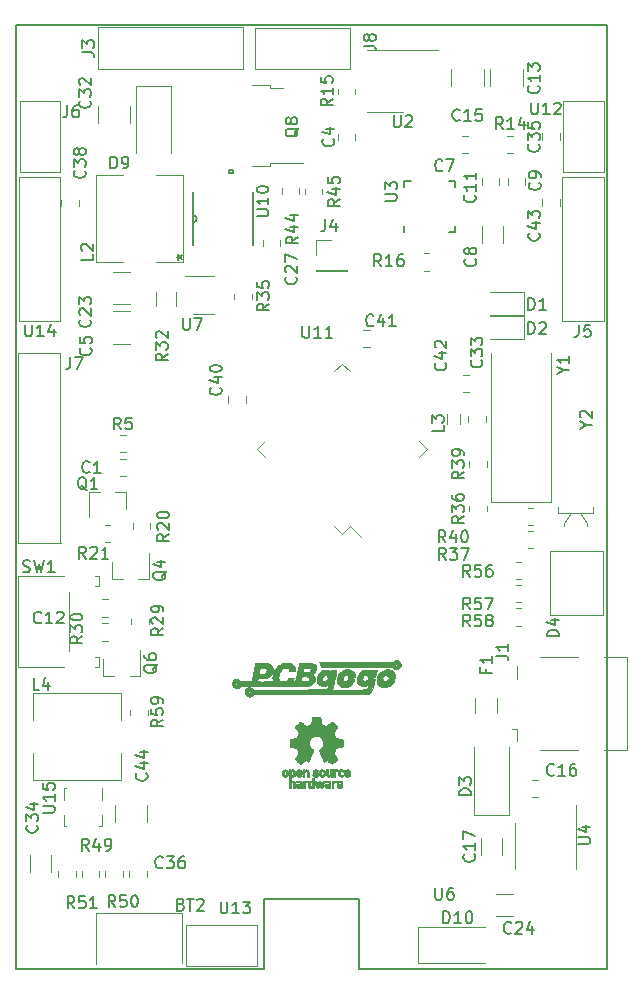
<source format=gbr>
G04 #@! TF.GenerationSoftware,KiCad,Pcbnew,(5.1.8)-1*
G04 #@! TF.CreationDate,2020-12-29T10:05:06+01:00*
G04 #@! TF.ProjectId,TinXsat,54696e58-7361-4742-9e6b-696361645f70,rev?*
G04 #@! TF.SameCoordinates,Original*
G04 #@! TF.FileFunction,Legend,Top*
G04 #@! TF.FilePolarity,Positive*
%FSLAX46Y46*%
G04 Gerber Fmt 4.6, Leading zero omitted, Abs format (unit mm)*
G04 Created by KiCad (PCBNEW (5.1.8)-1) date 2020-12-29 10:05:06*
%MOMM*%
%LPD*%
G01*
G04 APERTURE LIST*
G04 #@! TA.AperFunction,Profile*
%ADD10C,0.150000*%
G04 #@! TD*
%ADD11C,0.120000*%
%ADD12C,0.010000*%
%ADD13C,0.152400*%
%ADD14C,0.150000*%
G04 APERTURE END LIST*
D10*
X79000000Y-124000000D02*
X71000000Y-124000000D01*
X79000000Y-130000000D02*
X79000000Y-124000000D01*
X71000000Y-130000000D02*
X71000000Y-124000000D01*
X100000000Y-130000000D02*
X79000000Y-130000000D01*
X71000000Y-130000000D02*
X50000000Y-130000000D01*
X50000000Y-130000000D02*
X50000000Y-50000000D01*
X100000000Y-50000000D02*
X100000000Y-130000000D01*
X50000000Y-50000000D02*
X100000000Y-50000000D01*
D11*
G04 #@! TO.C,U2*
X85727500Y-52170000D02*
X79727500Y-52170000D01*
X82727500Y-57390000D02*
X79727500Y-57390000D01*
D12*
G04 #@! TO.C,G\u002A\u002A\u002A*
G36*
X82295766Y-103840535D02*
G01*
X82395503Y-103887745D01*
X82474602Y-103959156D01*
X82529579Y-104048820D01*
X82556950Y-104150788D01*
X82553231Y-104259111D01*
X82514940Y-104367840D01*
X82506496Y-104382972D01*
X82435088Y-104469209D01*
X82340527Y-104532380D01*
X82232528Y-104568877D01*
X82120804Y-104575093D01*
X82038092Y-104556881D01*
X81978279Y-104525226D01*
X81914350Y-104476795D01*
X81885963Y-104449511D01*
X81811988Y-104370554D01*
X75799990Y-104370554D01*
X75786943Y-104283548D01*
X75769030Y-104211794D01*
X75758008Y-104182849D01*
X82072786Y-104182849D01*
X82081003Y-104240798D01*
X82086575Y-104252644D01*
X82122416Y-104284387D01*
X82172309Y-104290627D01*
X82222038Y-104272842D01*
X82256189Y-104235022D01*
X82268762Y-104176583D01*
X82249245Y-104130451D01*
X82204288Y-104103826D01*
X82140543Y-104103907D01*
X82136038Y-104104975D01*
X82092552Y-104133332D01*
X82072786Y-104182849D01*
X75758008Y-104182849D01*
X75739339Y-104133823D01*
X75726109Y-104106668D01*
X75699118Y-104054366D01*
X75681791Y-104017841D01*
X75678323Y-104008058D01*
X75697514Y-104007083D01*
X75753696Y-104006137D01*
X75844784Y-104005229D01*
X75968692Y-104004363D01*
X76123335Y-104003545D01*
X76306626Y-104002782D01*
X76516481Y-104002078D01*
X76750815Y-104001442D01*
X77007540Y-104000877D01*
X77284572Y-104000390D01*
X77579825Y-103999987D01*
X77891214Y-103999674D01*
X78216652Y-103999457D01*
X78554055Y-103999341D01*
X78751975Y-103999323D01*
X81825627Y-103999323D01*
X81880921Y-103941609D01*
X81966813Y-103872549D01*
X82066267Y-103834371D01*
X82178873Y-103823477D01*
X82295766Y-103840535D01*
G37*
X82295766Y-103840535D02*
X82395503Y-103887745D01*
X82474602Y-103959156D01*
X82529579Y-104048820D01*
X82556950Y-104150788D01*
X82553231Y-104259111D01*
X82514940Y-104367840D01*
X82506496Y-104382972D01*
X82435088Y-104469209D01*
X82340527Y-104532380D01*
X82232528Y-104568877D01*
X82120804Y-104575093D01*
X82038092Y-104556881D01*
X81978279Y-104525226D01*
X81914350Y-104476795D01*
X81885963Y-104449511D01*
X81811988Y-104370554D01*
X75799990Y-104370554D01*
X75786943Y-104283548D01*
X75769030Y-104211794D01*
X75758008Y-104182849D01*
X82072786Y-104182849D01*
X82081003Y-104240798D01*
X82086575Y-104252644D01*
X82122416Y-104284387D01*
X82172309Y-104290627D01*
X82222038Y-104272842D01*
X82256189Y-104235022D01*
X82268762Y-104176583D01*
X82249245Y-104130451D01*
X82204288Y-104103826D01*
X82140543Y-104103907D01*
X82136038Y-104104975D01*
X82092552Y-104133332D01*
X82072786Y-104182849D01*
X75758008Y-104182849D01*
X75739339Y-104133823D01*
X75726109Y-104106668D01*
X75699118Y-104054366D01*
X75681791Y-104017841D01*
X75678323Y-104008058D01*
X75697514Y-104007083D01*
X75753696Y-104006137D01*
X75844784Y-104005229D01*
X75968692Y-104004363D01*
X76123335Y-104003545D01*
X76306626Y-104002782D01*
X76516481Y-104002078D01*
X76750815Y-104001442D01*
X77007540Y-104000877D01*
X77284572Y-104000390D01*
X77579825Y-103999987D01*
X77891214Y-103999674D01*
X78216652Y-103999457D01*
X78554055Y-103999341D01*
X78751975Y-103999323D01*
X81825627Y-103999323D01*
X81880921Y-103941609D01*
X81966813Y-103872549D01*
X82066267Y-103834371D01*
X82178873Y-103823477D01*
X82295766Y-103840535D01*
G36*
X81674866Y-104619996D02*
G01*
X81811617Y-104674596D01*
X81920018Y-104755531D01*
X81999282Y-104861994D01*
X82048624Y-104993176D01*
X82067255Y-105148269D01*
X82067400Y-105164318D01*
X82067400Y-105288861D01*
X81523428Y-105288861D01*
X81510606Y-105230484D01*
X81476959Y-105161346D01*
X81414874Y-105114353D01*
X81330762Y-105093974D01*
X81314033Y-105093477D01*
X81223118Y-105112064D01*
X81145070Y-105165303D01*
X81091490Y-105238121D01*
X81079284Y-105258871D01*
X81064221Y-105273017D01*
X81039339Y-105281823D01*
X80997676Y-105286555D01*
X80932271Y-105288479D01*
X80836162Y-105288859D01*
X80812320Y-105288861D01*
X80560305Y-105288861D01*
X80573108Y-105244900D01*
X80643128Y-105069783D01*
X80742454Y-104917748D01*
X80867305Y-104791427D01*
X81013896Y-104693453D01*
X81178447Y-104626458D01*
X81357174Y-104593073D01*
X81510553Y-104592540D01*
X81674866Y-104619996D01*
G37*
X81674866Y-104619996D02*
X81811617Y-104674596D01*
X81920018Y-104755531D01*
X81999282Y-104861994D01*
X82048624Y-104993176D01*
X82067255Y-105148269D01*
X82067400Y-105164318D01*
X82067400Y-105288861D01*
X81523428Y-105288861D01*
X81510606Y-105230484D01*
X81476959Y-105161346D01*
X81414874Y-105114353D01*
X81330762Y-105093974D01*
X81314033Y-105093477D01*
X81223118Y-105112064D01*
X81145070Y-105165303D01*
X81091490Y-105238121D01*
X81079284Y-105258871D01*
X81064221Y-105273017D01*
X81039339Y-105281823D01*
X80997676Y-105286555D01*
X80932271Y-105288479D01*
X80836162Y-105288859D01*
X80812320Y-105288861D01*
X80560305Y-105288861D01*
X80573108Y-105244900D01*
X80643128Y-105069783D01*
X80742454Y-104917748D01*
X80867305Y-104791427D01*
X81013896Y-104693453D01*
X81178447Y-104626458D01*
X81357174Y-104593073D01*
X81510553Y-104592540D01*
X81674866Y-104619996D01*
G36*
X79754472Y-104614587D02*
G01*
X79897190Y-104653156D01*
X79937266Y-104671344D01*
X79999414Y-104700006D01*
X80036341Y-104709468D01*
X80055809Y-104701486D01*
X80057867Y-104698638D01*
X80072588Y-104667161D01*
X80074177Y-104658746D01*
X80092544Y-104652943D01*
X80142209Y-104648226D01*
X80215397Y-104645108D01*
X80296381Y-104644092D01*
X80518285Y-104644092D01*
X80474611Y-104834592D01*
X80451957Y-104934326D01*
X80429013Y-105036846D01*
X80409592Y-105125078D01*
X80403760Y-105152092D01*
X80376582Y-105279092D01*
X80072458Y-105284457D01*
X79768334Y-105289821D01*
X79746148Y-105216072D01*
X79710112Y-105144707D01*
X79651957Y-105103568D01*
X79567772Y-105090013D01*
X79559593Y-105090044D01*
X79467718Y-105109189D01*
X79394136Y-105162019D01*
X79351553Y-105226131D01*
X79322246Y-105288016D01*
X79090227Y-105288439D01*
X78858207Y-105288861D01*
X78869992Y-105229939D01*
X78897432Y-105142908D01*
X78944242Y-105043122D01*
X79002509Y-104945800D01*
X79051984Y-104880021D01*
X79167760Y-104771308D01*
X79302869Y-104688764D01*
X79450339Y-104634034D01*
X79603197Y-104608760D01*
X79754472Y-104614587D01*
G37*
X79754472Y-104614587D02*
X79897190Y-104653156D01*
X79937266Y-104671344D01*
X79999414Y-104700006D01*
X80036341Y-104709468D01*
X80055809Y-104701486D01*
X80057867Y-104698638D01*
X80072588Y-104667161D01*
X80074177Y-104658746D01*
X80092544Y-104652943D01*
X80142209Y-104648226D01*
X80215397Y-104645108D01*
X80296381Y-104644092D01*
X80518285Y-104644092D01*
X80474611Y-104834592D01*
X80451957Y-104934326D01*
X80429013Y-105036846D01*
X80409592Y-105125078D01*
X80403760Y-105152092D01*
X80376582Y-105279092D01*
X80072458Y-105284457D01*
X79768334Y-105289821D01*
X79746148Y-105216072D01*
X79710112Y-105144707D01*
X79651957Y-105103568D01*
X79567772Y-105090013D01*
X79559593Y-105090044D01*
X79467718Y-105109189D01*
X79394136Y-105162019D01*
X79351553Y-105226131D01*
X79322246Y-105288016D01*
X79090227Y-105288439D01*
X78858207Y-105288861D01*
X78869992Y-105229939D01*
X78897432Y-105142908D01*
X78944242Y-105043122D01*
X79002509Y-104945800D01*
X79051984Y-104880021D01*
X79167760Y-104771308D01*
X79302869Y-104688764D01*
X79450339Y-104634034D01*
X79603197Y-104608760D01*
X79754472Y-104614587D01*
G36*
X78255738Y-104612385D02*
G01*
X78372715Y-104650866D01*
X78470155Y-104710195D01*
X78504779Y-104739766D01*
X78574408Y-104811644D01*
X78619513Y-104880346D01*
X78644965Y-104957825D01*
X78655640Y-105056037D01*
X78656939Y-105113015D01*
X78657938Y-105279092D01*
X78391537Y-105284514D01*
X78125136Y-105289935D01*
X78111666Y-105235667D01*
X78076800Y-105158027D01*
X78017785Y-105110927D01*
X77933611Y-105093602D01*
X77924475Y-105093477D01*
X77827772Y-105109855D01*
X77751392Y-105159489D01*
X77699661Y-105231971D01*
X77670242Y-105288861D01*
X77160612Y-105288861D01*
X77173773Y-105244900D01*
X77188720Y-105205473D01*
X77215295Y-105144244D01*
X77247765Y-105074418D01*
X77247995Y-105073938D01*
X77340434Y-104925193D01*
X77460878Y-104799978D01*
X77604150Y-104701187D01*
X77765069Y-104631715D01*
X77938456Y-104594458D01*
X78110861Y-104591607D01*
X78255738Y-104612385D01*
G37*
X78255738Y-104612385D02*
X78372715Y-104650866D01*
X78470155Y-104710195D01*
X78504779Y-104739766D01*
X78574408Y-104811644D01*
X78619513Y-104880346D01*
X78644965Y-104957825D01*
X78655640Y-105056037D01*
X78656939Y-105113015D01*
X78657938Y-105279092D01*
X78391537Y-105284514D01*
X78125136Y-105289935D01*
X78111666Y-105235667D01*
X78076800Y-105158027D01*
X78017785Y-105110927D01*
X77933611Y-105093602D01*
X77924475Y-105093477D01*
X77827772Y-105109855D01*
X77751392Y-105159489D01*
X77699661Y-105231971D01*
X77670242Y-105288861D01*
X77160612Y-105288861D01*
X77173773Y-105244900D01*
X77188720Y-105205473D01*
X77215295Y-105144244D01*
X77247765Y-105074418D01*
X77247995Y-105073938D01*
X77340434Y-104925193D01*
X77460878Y-104799978D01*
X77604150Y-104701187D01*
X77765069Y-104631715D01*
X77938456Y-104594458D01*
X78110861Y-104591607D01*
X78255738Y-104612385D01*
G36*
X76366720Y-104616472D02*
G01*
X76497657Y-104650706D01*
X76580100Y-104693113D01*
X76651494Y-104739856D01*
X76663511Y-104691974D01*
X76669968Y-104671503D01*
X76681759Y-104657899D01*
X76705870Y-104649758D01*
X76749285Y-104645679D01*
X76818988Y-104644258D01*
X76901939Y-104644092D01*
X76998724Y-104644542D01*
X77062516Y-104646543D01*
X77099397Y-104651074D01*
X77115446Y-104659113D01*
X77116744Y-104671639D01*
X77114431Y-104678285D01*
X77105686Y-104708837D01*
X77090953Y-104769996D01*
X77071993Y-104854063D01*
X77050567Y-104953345D01*
X77040646Y-105000669D01*
X76980779Y-105288861D01*
X76366518Y-105288861D01*
X76353661Y-105220329D01*
X76326475Y-105151821D01*
X76274413Y-105110864D01*
X76195157Y-105096115D01*
X76143204Y-105098280D01*
X76073445Y-105109916D01*
X76025003Y-105133581D01*
X75987214Y-105169429D01*
X75952736Y-105214492D01*
X75933661Y-105252007D01*
X75932323Y-105259862D01*
X75926260Y-105272350D01*
X75904127Y-105280765D01*
X75860006Y-105285836D01*
X75787978Y-105288290D01*
X75696309Y-105288861D01*
X75460295Y-105288861D01*
X75473469Y-105225361D01*
X75496689Y-105155349D01*
X75537845Y-105068160D01*
X75589757Y-104976560D01*
X75645248Y-104893312D01*
X75692482Y-104835909D01*
X75803856Y-104744136D01*
X75934792Y-104675047D01*
X76077463Y-104629900D01*
X76224048Y-104609956D01*
X76366720Y-104616472D01*
G37*
X76366720Y-104616472D02*
X76497657Y-104650706D01*
X76580100Y-104693113D01*
X76651494Y-104739856D01*
X76663511Y-104691974D01*
X76669968Y-104671503D01*
X76681759Y-104657899D01*
X76705870Y-104649758D01*
X76749285Y-104645679D01*
X76818988Y-104644258D01*
X76901939Y-104644092D01*
X76998724Y-104644542D01*
X77062516Y-104646543D01*
X77099397Y-104651074D01*
X77115446Y-104659113D01*
X77116744Y-104671639D01*
X77114431Y-104678285D01*
X77105686Y-104708837D01*
X77090953Y-104769996D01*
X77071993Y-104854063D01*
X77050567Y-104953345D01*
X77040646Y-105000669D01*
X76980779Y-105288861D01*
X76366518Y-105288861D01*
X76353661Y-105220329D01*
X76326475Y-105151821D01*
X76274413Y-105110864D01*
X76195157Y-105096115D01*
X76143204Y-105098280D01*
X76073445Y-105109916D01*
X76025003Y-105133581D01*
X75987214Y-105169429D01*
X75952736Y-105214492D01*
X75933661Y-105252007D01*
X75932323Y-105259862D01*
X75926260Y-105272350D01*
X75904127Y-105280765D01*
X75860006Y-105285836D01*
X75787978Y-105288290D01*
X75696309Y-105288861D01*
X75460295Y-105288861D01*
X75473469Y-105225361D01*
X75496689Y-105155349D01*
X75537845Y-105068160D01*
X75589757Y-104976560D01*
X75645248Y-104893312D01*
X75692482Y-104835909D01*
X75803856Y-104744136D01*
X75934792Y-104675047D01*
X76077463Y-104629900D01*
X76224048Y-104609956D01*
X76366720Y-104616472D01*
G36*
X81051400Y-105434310D02*
G01*
X81063908Y-105481276D01*
X81094402Y-105531905D01*
X81098172Y-105536443D01*
X81158580Y-105579580D01*
X81232925Y-105592701D01*
X81312521Y-105577651D01*
X81388681Y-105536276D01*
X81452718Y-105470421D01*
X81460084Y-105459566D01*
X81507331Y-105386554D01*
X81767827Y-105386554D01*
X81880626Y-105386824D01*
X81958473Y-105390125D01*
X82005485Y-105400189D01*
X82025781Y-105420749D01*
X82023479Y-105455540D01*
X82002697Y-105508295D01*
X81972570Y-105572169D01*
X81878620Y-105726251D01*
X81755411Y-105860051D01*
X81609409Y-105967936D01*
X81447081Y-106044270D01*
X81420853Y-106052922D01*
X81291759Y-106080218D01*
X81150126Y-106088960D01*
X81011904Y-106079150D01*
X80899096Y-106052928D01*
X80766378Y-105988988D01*
X80662757Y-105898969D01*
X80588360Y-105783023D01*
X80543317Y-105641299D01*
X80542739Y-105638316D01*
X80533227Y-105562689D01*
X80531849Y-105489285D01*
X80534691Y-105459823D01*
X80546834Y-105386554D01*
X81051400Y-105386554D01*
X81051400Y-105434310D01*
G37*
X81051400Y-105434310D02*
X81063908Y-105481276D01*
X81094402Y-105531905D01*
X81098172Y-105536443D01*
X81158580Y-105579580D01*
X81232925Y-105592701D01*
X81312521Y-105577651D01*
X81388681Y-105536276D01*
X81452718Y-105470421D01*
X81460084Y-105459566D01*
X81507331Y-105386554D01*
X81767827Y-105386554D01*
X81880626Y-105386824D01*
X81958473Y-105390125D01*
X82005485Y-105400189D01*
X82025781Y-105420749D01*
X82023479Y-105455540D01*
X82002697Y-105508295D01*
X81972570Y-105572169D01*
X81878620Y-105726251D01*
X81755411Y-105860051D01*
X81609409Y-105967936D01*
X81447081Y-106044270D01*
X81420853Y-106052922D01*
X81291759Y-106080218D01*
X81150126Y-106088960D01*
X81011904Y-106079150D01*
X80899096Y-106052928D01*
X80766378Y-105988988D01*
X80662757Y-105898969D01*
X80588360Y-105783023D01*
X80543317Y-105641299D01*
X80542739Y-105638316D01*
X80533227Y-105562689D01*
X80531849Y-105489285D01*
X80534691Y-105459823D01*
X80546834Y-105386554D01*
X81051400Y-105386554D01*
X81051400Y-105434310D01*
G36*
X78365741Y-105387722D02*
G01*
X78479649Y-105389092D01*
X78558350Y-105393274D01*
X78605695Y-105404361D01*
X78625533Y-105426446D01*
X78621715Y-105463624D01*
X78598090Y-105519987D01*
X78560771Y-105595099D01*
X78461686Y-105751517D01*
X78336269Y-105881274D01*
X78188826Y-105981755D01*
X78023664Y-106050344D01*
X77845087Y-106084423D01*
X77750179Y-106087672D01*
X77677403Y-106085198D01*
X77615966Y-106081028D01*
X77583323Y-106076782D01*
X77436304Y-106028069D01*
X77318609Y-105953594D01*
X77230678Y-105853915D01*
X77172952Y-105729589D01*
X77145872Y-105581176D01*
X77143707Y-105519842D01*
X77143707Y-105386554D01*
X77647358Y-105386554D01*
X77659684Y-105452256D01*
X77689259Y-105527755D01*
X77744215Y-105573586D01*
X77824775Y-105589921D01*
X77836941Y-105589892D01*
X77932961Y-105569394D01*
X78015972Y-105516701D01*
X78072959Y-105442897D01*
X78102852Y-105385091D01*
X78365741Y-105387722D01*
G37*
X78365741Y-105387722D02*
X78479649Y-105389092D01*
X78558350Y-105393274D01*
X78605695Y-105404361D01*
X78625533Y-105426446D01*
X78621715Y-105463624D01*
X78598090Y-105519987D01*
X78560771Y-105595099D01*
X78461686Y-105751517D01*
X78336269Y-105881274D01*
X78188826Y-105981755D01*
X78023664Y-106050344D01*
X77845087Y-106084423D01*
X77750179Y-106087672D01*
X77677403Y-106085198D01*
X77615966Y-106081028D01*
X77583323Y-106076782D01*
X77436304Y-106028069D01*
X77318609Y-105953594D01*
X77230678Y-105853915D01*
X77172952Y-105729589D01*
X77145872Y-105581176D01*
X77143707Y-105519842D01*
X77143707Y-105386554D01*
X77647358Y-105386554D01*
X77659684Y-105452256D01*
X77689259Y-105527755D01*
X77744215Y-105573586D01*
X77824775Y-105589921D01*
X77836941Y-105589892D01*
X77932961Y-105569394D01*
X78015972Y-105516701D01*
X78072959Y-105442897D01*
X78102852Y-105385091D01*
X78365741Y-105387722D01*
G36*
X73022410Y-104041177D02*
G01*
X73087900Y-104048547D01*
X73152433Y-104063154D01*
X73190602Y-104074211D01*
X73330610Y-104130514D01*
X73440264Y-104206829D01*
X73522146Y-104306467D01*
X73578844Y-104432736D01*
X73612940Y-104588943D01*
X73616784Y-104619669D01*
X73630621Y-104741785D01*
X73122682Y-104741785D01*
X73099275Y-104644214D01*
X73059187Y-104547338D01*
X72992987Y-104479078D01*
X72901924Y-104440148D01*
X72787245Y-104431266D01*
X72736239Y-104436121D01*
X72604424Y-104473272D01*
X72486259Y-104545170D01*
X72384026Y-104649172D01*
X72300008Y-104782638D01*
X72236484Y-104942928D01*
X72210459Y-105044631D01*
X72185092Y-105207269D01*
X72184419Y-105340601D01*
X72209096Y-105446128D01*
X72259784Y-105525356D01*
X72337139Y-105579788D01*
X72441820Y-105610928D01*
X72459514Y-105613627D01*
X72608172Y-105619001D01*
X72739891Y-105593327D01*
X72851183Y-105538040D01*
X72938560Y-105454577D01*
X72972338Y-105402457D01*
X73023531Y-105308400D01*
X73258090Y-105308400D01*
X73362084Y-105308369D01*
X73431159Y-105311350D01*
X73469440Y-105321958D01*
X73481051Y-105344807D01*
X73470119Y-105384508D01*
X73440766Y-105445677D01*
X73419100Y-105488481D01*
X73392835Y-105544326D01*
X73376051Y-105586900D01*
X73372784Y-105600827D01*
X73390940Y-105611796D01*
X73440044Y-105618927D01*
X73499784Y-105621015D01*
X73564465Y-105619225D01*
X73610208Y-105614541D01*
X73626784Y-105608258D01*
X73630715Y-105586766D01*
X73641874Y-105531612D01*
X73659310Y-105447345D01*
X73682074Y-105338514D01*
X73709215Y-105209669D01*
X73739782Y-105065359D01*
X73762490Y-104958605D01*
X73791896Y-104819938D01*
X74271553Y-104819938D01*
X74517654Y-104819938D01*
X74628394Y-104818846D01*
X74707667Y-104815012D01*
X74763040Y-104807605D01*
X74802076Y-104795789D01*
X74820185Y-104786605D01*
X74874257Y-104737440D01*
X74916192Y-104668744D01*
X74935547Y-104598304D01*
X74935861Y-104589573D01*
X74923946Y-104546458D01*
X74898537Y-104504603D01*
X74881556Y-104485939D01*
X74861412Y-104473132D01*
X74830998Y-104465083D01*
X74783205Y-104460691D01*
X74710927Y-104458856D01*
X74607055Y-104458477D01*
X74339938Y-104458477D01*
X74307079Y-104585477D01*
X74289696Y-104659883D01*
X74277287Y-104726644D01*
X74272886Y-104766208D01*
X74271553Y-104819938D01*
X73791896Y-104819938D01*
X73796171Y-104799783D01*
X73828151Y-104647559D01*
X73857258Y-104507619D01*
X73882322Y-104385648D01*
X73902169Y-104287333D01*
X73915628Y-104218358D01*
X73919932Y-104194708D01*
X73941667Y-104067708D01*
X74531572Y-104077477D01*
X74700602Y-104080438D01*
X74835322Y-104083339D01*
X74940496Y-104086536D01*
X75020887Y-104090386D01*
X75081262Y-104095246D01*
X75126383Y-104101471D01*
X75161015Y-104109419D01*
X75189922Y-104119445D01*
X75210045Y-104128234D01*
X75293224Y-104179708D01*
X75362758Y-104246859D01*
X75408406Y-104318989D01*
X75417115Y-104344495D01*
X75422204Y-104391124D01*
X75422162Y-104458734D01*
X75419088Y-104507670D01*
X75387673Y-104648353D01*
X75321964Y-104772747D01*
X75224606Y-104877323D01*
X75098242Y-104958550D01*
X75072630Y-104970414D01*
X75004246Y-105000419D01*
X75057168Y-105015734D01*
X75151850Y-105061668D01*
X75230404Y-105135124D01*
X75269863Y-105199005D01*
X75292719Y-105250795D01*
X75302809Y-105286450D01*
X75295329Y-105308980D01*
X75265477Y-105321395D01*
X75208451Y-105326707D01*
X75119449Y-105327924D01*
X75064178Y-105327938D01*
X74962858Y-105327551D01*
X74893877Y-105325671D01*
X74850502Y-105321224D01*
X74825997Y-105313134D01*
X74813627Y-105300325D01*
X74808295Y-105287078D01*
X74784966Y-105250094D01*
X74739139Y-105223000D01*
X74666821Y-105204808D01*
X74564014Y-105194529D01*
X74426725Y-105191173D01*
X74420810Y-105191169D01*
X74316017Y-105191990D01*
X74244201Y-105194919D01*
X74199290Y-105200658D01*
X74175210Y-105209907D01*
X74166795Y-105220477D01*
X74139841Y-105242448D01*
X74096320Y-105249785D01*
X74053142Y-105255785D01*
X74037776Y-105278193D01*
X74037092Y-105288861D01*
X74049415Y-105320238D01*
X74082682Y-105327938D01*
X74129225Y-105334206D01*
X74144582Y-105357410D01*
X74140434Y-105386596D01*
X74112736Y-105418401D01*
X74069290Y-105429426D01*
X74022540Y-105441661D01*
X74003040Y-105471190D01*
X74001541Y-105479361D01*
X74003050Y-105510266D01*
X74026748Y-105521999D01*
X74055644Y-105523323D01*
X74096771Y-105526756D01*
X74108611Y-105543572D01*
X74103731Y-105572169D01*
X74091471Y-105621015D01*
X74342705Y-105620586D01*
X74485065Y-105616960D01*
X74594163Y-105605552D01*
X74675324Y-105584748D01*
X74733873Y-105552929D01*
X74775135Y-105508482D01*
X74788836Y-105485187D01*
X74820249Y-105424441D01*
X75058786Y-105429920D01*
X75297323Y-105435400D01*
X75290757Y-105484246D01*
X75266428Y-105571931D01*
X75220099Y-105667791D01*
X75160233Y-105755528D01*
X75135166Y-105783896D01*
X75025283Y-105873485D01*
X74893306Y-105935504D01*
X74746503Y-105970497D01*
X74709205Y-105973889D01*
X74642606Y-105976972D01*
X74545883Y-105979752D01*
X74418212Y-105982235D01*
X74258770Y-105984428D01*
X74066732Y-105986337D01*
X73841275Y-105987967D01*
X73581576Y-105989325D01*
X73286811Y-105990417D01*
X72956156Y-105991249D01*
X72588787Y-105991826D01*
X72183881Y-105992156D01*
X71801102Y-105992246D01*
X68996214Y-105992246D01*
X68918083Y-106068069D01*
X68816987Y-106141404D01*
X68702689Y-106177969D01*
X68575128Y-106177784D01*
X68548462Y-106173422D01*
X68491116Y-106152506D01*
X68422939Y-106114086D01*
X68360581Y-106068437D01*
X68330194Y-106038742D01*
X68276193Y-105946488D01*
X68250044Y-105837519D01*
X68251876Y-105788099D01*
X68549993Y-105788099D01*
X68558521Y-105844486D01*
X68592098Y-105880929D01*
X68639805Y-105892762D01*
X68690724Y-105875318D01*
X68711403Y-105857088D01*
X68738336Y-105804645D01*
X68730982Y-105753979D01*
X68691883Y-105716164D01*
X68677638Y-105710082D01*
X68615170Y-105702853D01*
X68571479Y-105729228D01*
X68550121Y-105787033D01*
X68549993Y-105788099D01*
X68251876Y-105788099D01*
X68254222Y-105724840D01*
X68263251Y-105687117D01*
X68312965Y-105581535D01*
X68387585Y-105499619D01*
X68480218Y-105442738D01*
X68583973Y-105412265D01*
X68691955Y-105409569D01*
X68797272Y-105436022D01*
X68893032Y-105492996D01*
X68949725Y-105550564D01*
X69005938Y-105621014D01*
X69458891Y-105621015D01*
X69603991Y-105620805D01*
X69714757Y-105619941D01*
X69795929Y-105618074D01*
X69852246Y-105614853D01*
X69888451Y-105609930D01*
X69909283Y-105602955D01*
X69919484Y-105593577D01*
X69922420Y-105586823D01*
X69930261Y-105555228D01*
X69944747Y-105490845D01*
X69964729Y-105399181D01*
X69989059Y-105285739D01*
X70016588Y-105156024D01*
X70046167Y-105015541D01*
X70060064Y-104949089D01*
X70539707Y-104949089D01*
X70557687Y-104962501D01*
X70605836Y-104971625D01*
X70675467Y-104976336D01*
X70757897Y-104976510D01*
X70844439Y-104972022D01*
X70926407Y-104962746D01*
X70967849Y-104955248D01*
X71060096Y-104917666D01*
X71135846Y-104852894D01*
X71189179Y-104769505D01*
X71214174Y-104676073D01*
X71210597Y-104603732D01*
X71196622Y-104555887D01*
X71172836Y-104521566D01*
X71133196Y-104498343D01*
X71071661Y-104483792D01*
X70982189Y-104475488D01*
X70881452Y-104471576D01*
X70780334Y-104469344D01*
X70711596Y-104469570D01*
X70668576Y-104473029D01*
X70644614Y-104480498D01*
X70633049Y-104492751D01*
X70629843Y-104500883D01*
X70619824Y-104539760D01*
X70605451Y-104603804D01*
X70588770Y-104682837D01*
X70571830Y-104766682D01*
X70556675Y-104845163D01*
X70545354Y-104908102D01*
X70539912Y-104945322D01*
X70539707Y-104949089D01*
X70060064Y-104949089D01*
X70076649Y-104869794D01*
X70106884Y-104724289D01*
X70135723Y-104584531D01*
X70162019Y-104456023D01*
X70184621Y-104344271D01*
X70202382Y-104254780D01*
X70214153Y-104193054D01*
X70218231Y-104169199D01*
X70231855Y-104075305D01*
X70791204Y-104081275D01*
X70954477Y-104083145D01*
X71083670Y-104085128D01*
X71183778Y-104087610D01*
X71259798Y-104090979D01*
X71316725Y-104095621D01*
X71359556Y-104101925D01*
X71393285Y-104110276D01*
X71422910Y-104121063D01*
X71448002Y-104132162D01*
X71513281Y-104166256D01*
X71570700Y-104202922D01*
X71592234Y-104220085D01*
X71657055Y-104304969D01*
X71696151Y-104411807D01*
X71710539Y-104534062D01*
X71701233Y-104665194D01*
X71669249Y-104798664D01*
X71615604Y-104927932D01*
X71541314Y-105046460D01*
X71448246Y-105146961D01*
X71337234Y-105228535D01*
X71210803Y-105289874D01*
X71063860Y-105332407D01*
X70891311Y-105357562D01*
X70688064Y-105366768D01*
X70664142Y-105366868D01*
X70446654Y-105367015D01*
X70424796Y-105453821D01*
X70412554Y-105498374D01*
X70402968Y-105534287D01*
X70399596Y-105562484D01*
X70405996Y-105583888D01*
X70425728Y-105599421D01*
X70462348Y-105610007D01*
X70519416Y-105616569D01*
X70600491Y-105620029D01*
X70709129Y-105621312D01*
X70848891Y-105621340D01*
X71023334Y-105621035D01*
X71069336Y-105621015D01*
X71248298Y-105620916D01*
X71391928Y-105620487D01*
X71503970Y-105619532D01*
X71588169Y-105617855D01*
X71648269Y-105615258D01*
X71688014Y-105611546D01*
X71711150Y-105606522D01*
X71721420Y-105599989D01*
X71722568Y-105591751D01*
X71720846Y-105586823D01*
X71713668Y-105553424D01*
X71706400Y-105491197D01*
X71700088Y-105410377D01*
X71697106Y-105355209D01*
X71705032Y-105137826D01*
X71746841Y-104927456D01*
X71820080Y-104728846D01*
X71922299Y-104546743D01*
X72051046Y-104385895D01*
X72203869Y-104251048D01*
X72299730Y-104188267D01*
X72426371Y-104124568D01*
X72556458Y-104081164D01*
X72702134Y-104054795D01*
X72837998Y-104043777D01*
X72943322Y-104039950D01*
X73022410Y-104041177D01*
G37*
X73022410Y-104041177D02*
X73087900Y-104048547D01*
X73152433Y-104063154D01*
X73190602Y-104074211D01*
X73330610Y-104130514D01*
X73440264Y-104206829D01*
X73522146Y-104306467D01*
X73578844Y-104432736D01*
X73612940Y-104588943D01*
X73616784Y-104619669D01*
X73630621Y-104741785D01*
X73122682Y-104741785D01*
X73099275Y-104644214D01*
X73059187Y-104547338D01*
X72992987Y-104479078D01*
X72901924Y-104440148D01*
X72787245Y-104431266D01*
X72736239Y-104436121D01*
X72604424Y-104473272D01*
X72486259Y-104545170D01*
X72384026Y-104649172D01*
X72300008Y-104782638D01*
X72236484Y-104942928D01*
X72210459Y-105044631D01*
X72185092Y-105207269D01*
X72184419Y-105340601D01*
X72209096Y-105446128D01*
X72259784Y-105525356D01*
X72337139Y-105579788D01*
X72441820Y-105610928D01*
X72459514Y-105613627D01*
X72608172Y-105619001D01*
X72739891Y-105593327D01*
X72851183Y-105538040D01*
X72938560Y-105454577D01*
X72972338Y-105402457D01*
X73023531Y-105308400D01*
X73258090Y-105308400D01*
X73362084Y-105308369D01*
X73431159Y-105311350D01*
X73469440Y-105321958D01*
X73481051Y-105344807D01*
X73470119Y-105384508D01*
X73440766Y-105445677D01*
X73419100Y-105488481D01*
X73392835Y-105544326D01*
X73376051Y-105586900D01*
X73372784Y-105600827D01*
X73390940Y-105611796D01*
X73440044Y-105618927D01*
X73499784Y-105621015D01*
X73564465Y-105619225D01*
X73610208Y-105614541D01*
X73626784Y-105608258D01*
X73630715Y-105586766D01*
X73641874Y-105531612D01*
X73659310Y-105447345D01*
X73682074Y-105338514D01*
X73709215Y-105209669D01*
X73739782Y-105065359D01*
X73762490Y-104958605D01*
X73791896Y-104819938D01*
X74271553Y-104819938D01*
X74517654Y-104819938D01*
X74628394Y-104818846D01*
X74707667Y-104815012D01*
X74763040Y-104807605D01*
X74802076Y-104795789D01*
X74820185Y-104786605D01*
X74874257Y-104737440D01*
X74916192Y-104668744D01*
X74935547Y-104598304D01*
X74935861Y-104589573D01*
X74923946Y-104546458D01*
X74898537Y-104504603D01*
X74881556Y-104485939D01*
X74861412Y-104473132D01*
X74830998Y-104465083D01*
X74783205Y-104460691D01*
X74710927Y-104458856D01*
X74607055Y-104458477D01*
X74339938Y-104458477D01*
X74307079Y-104585477D01*
X74289696Y-104659883D01*
X74277287Y-104726644D01*
X74272886Y-104766208D01*
X74271553Y-104819938D01*
X73791896Y-104819938D01*
X73796171Y-104799783D01*
X73828151Y-104647559D01*
X73857258Y-104507619D01*
X73882322Y-104385648D01*
X73902169Y-104287333D01*
X73915628Y-104218358D01*
X73919932Y-104194708D01*
X73941667Y-104067708D01*
X74531572Y-104077477D01*
X74700602Y-104080438D01*
X74835322Y-104083339D01*
X74940496Y-104086536D01*
X75020887Y-104090386D01*
X75081262Y-104095246D01*
X75126383Y-104101471D01*
X75161015Y-104109419D01*
X75189922Y-104119445D01*
X75210045Y-104128234D01*
X75293224Y-104179708D01*
X75362758Y-104246859D01*
X75408406Y-104318989D01*
X75417115Y-104344495D01*
X75422204Y-104391124D01*
X75422162Y-104458734D01*
X75419088Y-104507670D01*
X75387673Y-104648353D01*
X75321964Y-104772747D01*
X75224606Y-104877323D01*
X75098242Y-104958550D01*
X75072630Y-104970414D01*
X75004246Y-105000419D01*
X75057168Y-105015734D01*
X75151850Y-105061668D01*
X75230404Y-105135124D01*
X75269863Y-105199005D01*
X75292719Y-105250795D01*
X75302809Y-105286450D01*
X75295329Y-105308980D01*
X75265477Y-105321395D01*
X75208451Y-105326707D01*
X75119449Y-105327924D01*
X75064178Y-105327938D01*
X74962858Y-105327551D01*
X74893877Y-105325671D01*
X74850502Y-105321224D01*
X74825997Y-105313134D01*
X74813627Y-105300325D01*
X74808295Y-105287078D01*
X74784966Y-105250094D01*
X74739139Y-105223000D01*
X74666821Y-105204808D01*
X74564014Y-105194529D01*
X74426725Y-105191173D01*
X74420810Y-105191169D01*
X74316017Y-105191990D01*
X74244201Y-105194919D01*
X74199290Y-105200658D01*
X74175210Y-105209907D01*
X74166795Y-105220477D01*
X74139841Y-105242448D01*
X74096320Y-105249785D01*
X74053142Y-105255785D01*
X74037776Y-105278193D01*
X74037092Y-105288861D01*
X74049415Y-105320238D01*
X74082682Y-105327938D01*
X74129225Y-105334206D01*
X74144582Y-105357410D01*
X74140434Y-105386596D01*
X74112736Y-105418401D01*
X74069290Y-105429426D01*
X74022540Y-105441661D01*
X74003040Y-105471190D01*
X74001541Y-105479361D01*
X74003050Y-105510266D01*
X74026748Y-105521999D01*
X74055644Y-105523323D01*
X74096771Y-105526756D01*
X74108611Y-105543572D01*
X74103731Y-105572169D01*
X74091471Y-105621015D01*
X74342705Y-105620586D01*
X74485065Y-105616960D01*
X74594163Y-105605552D01*
X74675324Y-105584748D01*
X74733873Y-105552929D01*
X74775135Y-105508482D01*
X74788836Y-105485187D01*
X74820249Y-105424441D01*
X75058786Y-105429920D01*
X75297323Y-105435400D01*
X75290757Y-105484246D01*
X75266428Y-105571931D01*
X75220099Y-105667791D01*
X75160233Y-105755528D01*
X75135166Y-105783896D01*
X75025283Y-105873485D01*
X74893306Y-105935504D01*
X74746503Y-105970497D01*
X74709205Y-105973889D01*
X74642606Y-105976972D01*
X74545883Y-105979752D01*
X74418212Y-105982235D01*
X74258770Y-105984428D01*
X74066732Y-105986337D01*
X73841275Y-105987967D01*
X73581576Y-105989325D01*
X73286811Y-105990417D01*
X72956156Y-105991249D01*
X72588787Y-105991826D01*
X72183881Y-105992156D01*
X71801102Y-105992246D01*
X68996214Y-105992246D01*
X68918083Y-106068069D01*
X68816987Y-106141404D01*
X68702689Y-106177969D01*
X68575128Y-106177784D01*
X68548462Y-106173422D01*
X68491116Y-106152506D01*
X68422939Y-106114086D01*
X68360581Y-106068437D01*
X68330194Y-106038742D01*
X68276193Y-105946488D01*
X68250044Y-105837519D01*
X68251876Y-105788099D01*
X68549993Y-105788099D01*
X68558521Y-105844486D01*
X68592098Y-105880929D01*
X68639805Y-105892762D01*
X68690724Y-105875318D01*
X68711403Y-105857088D01*
X68738336Y-105804645D01*
X68730982Y-105753979D01*
X68691883Y-105716164D01*
X68677638Y-105710082D01*
X68615170Y-105702853D01*
X68571479Y-105729228D01*
X68550121Y-105787033D01*
X68549993Y-105788099D01*
X68251876Y-105788099D01*
X68254222Y-105724840D01*
X68263251Y-105687117D01*
X68312965Y-105581535D01*
X68387585Y-105499619D01*
X68480218Y-105442738D01*
X68583973Y-105412265D01*
X68691955Y-105409569D01*
X68797272Y-105436022D01*
X68893032Y-105492996D01*
X68949725Y-105550564D01*
X69005938Y-105621014D01*
X69458891Y-105621015D01*
X69603991Y-105620805D01*
X69714757Y-105619941D01*
X69795929Y-105618074D01*
X69852246Y-105614853D01*
X69888451Y-105609930D01*
X69909283Y-105602955D01*
X69919484Y-105593577D01*
X69922420Y-105586823D01*
X69930261Y-105555228D01*
X69944747Y-105490845D01*
X69964729Y-105399181D01*
X69989059Y-105285739D01*
X70016588Y-105156024D01*
X70046167Y-105015541D01*
X70060064Y-104949089D01*
X70539707Y-104949089D01*
X70557687Y-104962501D01*
X70605836Y-104971625D01*
X70675467Y-104976336D01*
X70757897Y-104976510D01*
X70844439Y-104972022D01*
X70926407Y-104962746D01*
X70967849Y-104955248D01*
X71060096Y-104917666D01*
X71135846Y-104852894D01*
X71189179Y-104769505D01*
X71214174Y-104676073D01*
X71210597Y-104603732D01*
X71196622Y-104555887D01*
X71172836Y-104521566D01*
X71133196Y-104498343D01*
X71071661Y-104483792D01*
X70982189Y-104475488D01*
X70881452Y-104471576D01*
X70780334Y-104469344D01*
X70711596Y-104469570D01*
X70668576Y-104473029D01*
X70644614Y-104480498D01*
X70633049Y-104492751D01*
X70629843Y-104500883D01*
X70619824Y-104539760D01*
X70605451Y-104603804D01*
X70588770Y-104682837D01*
X70571830Y-104766682D01*
X70556675Y-104845163D01*
X70545354Y-104908102D01*
X70539912Y-104945322D01*
X70539707Y-104949089D01*
X70060064Y-104949089D01*
X70076649Y-104869794D01*
X70106884Y-104724289D01*
X70135723Y-104584531D01*
X70162019Y-104456023D01*
X70184621Y-104344271D01*
X70202382Y-104254780D01*
X70214153Y-104193054D01*
X70218231Y-104169199D01*
X70231855Y-104075305D01*
X70791204Y-104081275D01*
X70954477Y-104083145D01*
X71083670Y-104085128D01*
X71183778Y-104087610D01*
X71259798Y-104090979D01*
X71316725Y-104095621D01*
X71359556Y-104101925D01*
X71393285Y-104110276D01*
X71422910Y-104121063D01*
X71448002Y-104132162D01*
X71513281Y-104166256D01*
X71570700Y-104202922D01*
X71592234Y-104220085D01*
X71657055Y-104304969D01*
X71696151Y-104411807D01*
X71710539Y-104534062D01*
X71701233Y-104665194D01*
X71669249Y-104798664D01*
X71615604Y-104927932D01*
X71541314Y-105046460D01*
X71448246Y-105146961D01*
X71337234Y-105228535D01*
X71210803Y-105289874D01*
X71063860Y-105332407D01*
X70891311Y-105357562D01*
X70688064Y-105366768D01*
X70664142Y-105366868D01*
X70446654Y-105367015D01*
X70424796Y-105453821D01*
X70412554Y-105498374D01*
X70402968Y-105534287D01*
X70399596Y-105562484D01*
X70405996Y-105583888D01*
X70425728Y-105599421D01*
X70462348Y-105610007D01*
X70519416Y-105616569D01*
X70600491Y-105620029D01*
X70709129Y-105621312D01*
X70848891Y-105621340D01*
X71023334Y-105621035D01*
X71069336Y-105621015D01*
X71248298Y-105620916D01*
X71391928Y-105620487D01*
X71503970Y-105619532D01*
X71588169Y-105617855D01*
X71648269Y-105615258D01*
X71688014Y-105611546D01*
X71711150Y-105606522D01*
X71721420Y-105599989D01*
X71722568Y-105591751D01*
X71720846Y-105586823D01*
X71713668Y-105553424D01*
X71706400Y-105491197D01*
X71700088Y-105410377D01*
X71697106Y-105355209D01*
X71705032Y-105137826D01*
X71746841Y-104927456D01*
X71820080Y-104728846D01*
X71922299Y-104546743D01*
X72051046Y-104385895D01*
X72203869Y-104251048D01*
X72299730Y-104188267D01*
X72426371Y-104124568D01*
X72556458Y-104081164D01*
X72702134Y-104054795D01*
X72837998Y-104043777D01*
X72943322Y-104039950D01*
X73022410Y-104041177D01*
G36*
X75904064Y-105453661D02*
G01*
X75932231Y-105528370D01*
X75984413Y-105573126D01*
X76062943Y-105589714D01*
X76082033Y-105589808D01*
X76177865Y-105571105D01*
X76257912Y-105518226D01*
X76313323Y-105449173D01*
X76352400Y-105388059D01*
X76657762Y-105387306D01*
X76963124Y-105386554D01*
X76947097Y-105469592D01*
X76912537Y-105647665D01*
X76884049Y-105791886D01*
X76860635Y-105906835D01*
X76841295Y-105997091D01*
X76825032Y-106067234D01*
X76810846Y-106121845D01*
X76797738Y-106165502D01*
X76790920Y-106185671D01*
X76770590Y-106244384D01*
X76756807Y-106285854D01*
X76752938Y-106299300D01*
X76771963Y-106300211D01*
X76826983Y-106301076D01*
X76914916Y-106301882D01*
X77032682Y-106302617D01*
X77177197Y-106303270D01*
X77345381Y-106303827D01*
X77534151Y-106304277D01*
X77740426Y-106304607D01*
X77961124Y-106304805D01*
X78160678Y-106304861D01*
X78434435Y-106304859D01*
X78671861Y-106304744D01*
X78875702Y-106304356D01*
X79048704Y-106303532D01*
X79193613Y-106302112D01*
X79313176Y-106299935D01*
X79410136Y-106296839D01*
X79487242Y-106292663D01*
X79547239Y-106287245D01*
X79592872Y-106280425D01*
X79626888Y-106272041D01*
X79652033Y-106261931D01*
X79671052Y-106249935D01*
X79686692Y-106235892D01*
X79701698Y-106219639D01*
X79706716Y-106214054D01*
X79725260Y-106183268D01*
X79749729Y-106129385D01*
X79776493Y-106062377D01*
X79801922Y-105992219D01*
X79822384Y-105928884D01*
X79834249Y-105882346D01*
X79834508Y-105862996D01*
X79814655Y-105867383D01*
X79769731Y-105886299D01*
X79709085Y-105915770D01*
X79703183Y-105918801D01*
X79567787Y-105970172D01*
X79422725Y-105993092D01*
X79277363Y-105987943D01*
X79141069Y-105955113D01*
X79023210Y-105894985D01*
X79017026Y-105890588D01*
X78934516Y-105807472D01*
X78876863Y-105698724D01*
X78847165Y-105571173D01*
X78843744Y-105508669D01*
X78843553Y-105386554D01*
X79288589Y-105386554D01*
X79300915Y-105452256D01*
X79330330Y-105527636D01*
X79385043Y-105573366D01*
X79465603Y-105589870D01*
X79479403Y-105589863D01*
X79577530Y-105571371D01*
X79656210Y-105519548D01*
X79706683Y-105453500D01*
X79746183Y-105386554D01*
X80047099Y-105386554D01*
X80162383Y-105386960D01*
X80244175Y-105388577D01*
X80298055Y-105392006D01*
X80329601Y-105397845D01*
X80344394Y-105406694D01*
X80348015Y-105418877D01*
X80343939Y-105459048D01*
X80332831Y-105528918D01*
X80316374Y-105620092D01*
X80296247Y-105724176D01*
X80274132Y-105832775D01*
X80251711Y-105937494D01*
X80230665Y-106029939D01*
X80212674Y-106101715D01*
X80207750Y-106119246D01*
X80141135Y-106304056D01*
X80060132Y-106452795D01*
X79964822Y-106565355D01*
X79855285Y-106641629D01*
X79808398Y-106661634D01*
X79796709Y-106665279D01*
X79781775Y-106668657D01*
X79762135Y-106671777D01*
X79736332Y-106674649D01*
X79702903Y-106677284D01*
X79660391Y-106679691D01*
X79607334Y-106681882D01*
X79542273Y-106683865D01*
X79463749Y-106685651D01*
X79370301Y-106687251D01*
X79260469Y-106688674D01*
X79132794Y-106689931D01*
X78985817Y-106691031D01*
X78818076Y-106691985D01*
X78628113Y-106692803D01*
X78414467Y-106693495D01*
X78175679Y-106694071D01*
X77910289Y-106694542D01*
X77616837Y-106694917D01*
X77293863Y-106695207D01*
X76939908Y-106695421D01*
X76553511Y-106695571D01*
X76133213Y-106695665D01*
X75677554Y-106695715D01*
X75185074Y-106695730D01*
X74900407Y-106695727D01*
X70087800Y-106695631D01*
X70037888Y-106754948D01*
X69979932Y-106807996D01*
X69906276Y-106853878D01*
X69829044Y-106886937D01*
X69760359Y-106901512D01*
X69728861Y-106899178D01*
X69697992Y-106892904D01*
X69646857Y-106883779D01*
X69635636Y-106881882D01*
X69545339Y-106848120D01*
X69465674Y-106783414D01*
X69402436Y-106695598D01*
X69361418Y-106592504D01*
X69352259Y-106523380D01*
X69643293Y-106523380D01*
X69659902Y-106569309D01*
X69664384Y-106574492D01*
X69700920Y-106592547D01*
X69738630Y-106597938D01*
X69786278Y-106589409D01*
X69812877Y-106574492D01*
X69830931Y-106537957D01*
X69836323Y-106500246D01*
X69822243Y-106440641D01*
X69780367Y-106408482D01*
X69738630Y-106402554D01*
X69690983Y-106411083D01*
X69664384Y-106426000D01*
X69644787Y-106468316D01*
X69643293Y-106523380D01*
X69352259Y-106523380D01*
X69348290Y-106493430D01*
X69364660Y-106377614D01*
X69410833Y-106279435D01*
X69480717Y-106201081D01*
X69568222Y-106144739D01*
X69667257Y-106112595D01*
X69771732Y-106106838D01*
X69875555Y-106129655D01*
X69972637Y-106183233D01*
X70038040Y-106245725D01*
X70088104Y-106305222D01*
X73155179Y-106300157D01*
X76222255Y-106295092D01*
X76271687Y-106248651D01*
X76311088Y-106201329D01*
X76350110Y-106138871D01*
X76360902Y-106117576D01*
X76383968Y-106061261D01*
X76405828Y-105996091D01*
X76423324Y-105933396D01*
X76433294Y-105884509D01*
X76432579Y-105860759D01*
X76432537Y-105860717D01*
X76413825Y-105866208D01*
X76369759Y-105885896D01*
X76309503Y-105915660D01*
X76303384Y-105918803D01*
X76243436Y-105948248D01*
X76193791Y-105966888D01*
X76142123Y-105977168D01*
X76076110Y-105981537D01*
X75983427Y-105982439D01*
X75982802Y-105982439D01*
X75859778Y-105978294D01*
X75765262Y-105963730D01*
X75689343Y-105935474D01*
X75622110Y-105890251D01*
X75576306Y-105848146D01*
X75499544Y-105746444D01*
X75456043Y-105626819D01*
X75444290Y-105508669D01*
X75443861Y-105386554D01*
X75891475Y-105386554D01*
X75904064Y-105453661D01*
G37*
X75904064Y-105453661D02*
X75932231Y-105528370D01*
X75984413Y-105573126D01*
X76062943Y-105589714D01*
X76082033Y-105589808D01*
X76177865Y-105571105D01*
X76257912Y-105518226D01*
X76313323Y-105449173D01*
X76352400Y-105388059D01*
X76657762Y-105387306D01*
X76963124Y-105386554D01*
X76947097Y-105469592D01*
X76912537Y-105647665D01*
X76884049Y-105791886D01*
X76860635Y-105906835D01*
X76841295Y-105997091D01*
X76825032Y-106067234D01*
X76810846Y-106121845D01*
X76797738Y-106165502D01*
X76790920Y-106185671D01*
X76770590Y-106244384D01*
X76756807Y-106285854D01*
X76752938Y-106299300D01*
X76771963Y-106300211D01*
X76826983Y-106301076D01*
X76914916Y-106301882D01*
X77032682Y-106302617D01*
X77177197Y-106303270D01*
X77345381Y-106303827D01*
X77534151Y-106304277D01*
X77740426Y-106304607D01*
X77961124Y-106304805D01*
X78160678Y-106304861D01*
X78434435Y-106304859D01*
X78671861Y-106304744D01*
X78875702Y-106304356D01*
X79048704Y-106303532D01*
X79193613Y-106302112D01*
X79313176Y-106299935D01*
X79410136Y-106296839D01*
X79487242Y-106292663D01*
X79547239Y-106287245D01*
X79592872Y-106280425D01*
X79626888Y-106272041D01*
X79652033Y-106261931D01*
X79671052Y-106249935D01*
X79686692Y-106235892D01*
X79701698Y-106219639D01*
X79706716Y-106214054D01*
X79725260Y-106183268D01*
X79749729Y-106129385D01*
X79776493Y-106062377D01*
X79801922Y-105992219D01*
X79822384Y-105928884D01*
X79834249Y-105882346D01*
X79834508Y-105862996D01*
X79814655Y-105867383D01*
X79769731Y-105886299D01*
X79709085Y-105915770D01*
X79703183Y-105918801D01*
X79567787Y-105970172D01*
X79422725Y-105993092D01*
X79277363Y-105987943D01*
X79141069Y-105955113D01*
X79023210Y-105894985D01*
X79017026Y-105890588D01*
X78934516Y-105807472D01*
X78876863Y-105698724D01*
X78847165Y-105571173D01*
X78843744Y-105508669D01*
X78843553Y-105386554D01*
X79288589Y-105386554D01*
X79300915Y-105452256D01*
X79330330Y-105527636D01*
X79385043Y-105573366D01*
X79465603Y-105589870D01*
X79479403Y-105589863D01*
X79577530Y-105571371D01*
X79656210Y-105519548D01*
X79706683Y-105453500D01*
X79746183Y-105386554D01*
X80047099Y-105386554D01*
X80162383Y-105386960D01*
X80244175Y-105388577D01*
X80298055Y-105392006D01*
X80329601Y-105397845D01*
X80344394Y-105406694D01*
X80348015Y-105418877D01*
X80343939Y-105459048D01*
X80332831Y-105528918D01*
X80316374Y-105620092D01*
X80296247Y-105724176D01*
X80274132Y-105832775D01*
X80251711Y-105937494D01*
X80230665Y-106029939D01*
X80212674Y-106101715D01*
X80207750Y-106119246D01*
X80141135Y-106304056D01*
X80060132Y-106452795D01*
X79964822Y-106565355D01*
X79855285Y-106641629D01*
X79808398Y-106661634D01*
X79796709Y-106665279D01*
X79781775Y-106668657D01*
X79762135Y-106671777D01*
X79736332Y-106674649D01*
X79702903Y-106677284D01*
X79660391Y-106679691D01*
X79607334Y-106681882D01*
X79542273Y-106683865D01*
X79463749Y-106685651D01*
X79370301Y-106687251D01*
X79260469Y-106688674D01*
X79132794Y-106689931D01*
X78985817Y-106691031D01*
X78818076Y-106691985D01*
X78628113Y-106692803D01*
X78414467Y-106693495D01*
X78175679Y-106694071D01*
X77910289Y-106694542D01*
X77616837Y-106694917D01*
X77293863Y-106695207D01*
X76939908Y-106695421D01*
X76553511Y-106695571D01*
X76133213Y-106695665D01*
X75677554Y-106695715D01*
X75185074Y-106695730D01*
X74900407Y-106695727D01*
X70087800Y-106695631D01*
X70037888Y-106754948D01*
X69979932Y-106807996D01*
X69906276Y-106853878D01*
X69829044Y-106886937D01*
X69760359Y-106901512D01*
X69728861Y-106899178D01*
X69697992Y-106892904D01*
X69646857Y-106883779D01*
X69635636Y-106881882D01*
X69545339Y-106848120D01*
X69465674Y-106783414D01*
X69402436Y-106695598D01*
X69361418Y-106592504D01*
X69352259Y-106523380D01*
X69643293Y-106523380D01*
X69659902Y-106569309D01*
X69664384Y-106574492D01*
X69700920Y-106592547D01*
X69738630Y-106597938D01*
X69786278Y-106589409D01*
X69812877Y-106574492D01*
X69830931Y-106537957D01*
X69836323Y-106500246D01*
X69822243Y-106440641D01*
X69780367Y-106408482D01*
X69738630Y-106402554D01*
X69690983Y-106411083D01*
X69664384Y-106426000D01*
X69644787Y-106468316D01*
X69643293Y-106523380D01*
X69352259Y-106523380D01*
X69348290Y-106493430D01*
X69364660Y-106377614D01*
X69410833Y-106279435D01*
X69480717Y-106201081D01*
X69568222Y-106144739D01*
X69667257Y-106112595D01*
X69771732Y-106106838D01*
X69875555Y-106129655D01*
X69972637Y-106183233D01*
X70038040Y-106245725D01*
X70088104Y-106305222D01*
X73155179Y-106300157D01*
X76222255Y-106295092D01*
X76271687Y-106248651D01*
X76311088Y-106201329D01*
X76350110Y-106138871D01*
X76360902Y-106117576D01*
X76383968Y-106061261D01*
X76405828Y-105996091D01*
X76423324Y-105933396D01*
X76433294Y-105884509D01*
X76432579Y-105860759D01*
X76432537Y-105860717D01*
X76413825Y-105866208D01*
X76369759Y-105885896D01*
X76309503Y-105915660D01*
X76303384Y-105918803D01*
X76243436Y-105948248D01*
X76193791Y-105966888D01*
X76142123Y-105977168D01*
X76076110Y-105981537D01*
X75983427Y-105982439D01*
X75982802Y-105982439D01*
X75859778Y-105978294D01*
X75765262Y-105963730D01*
X75689343Y-105935474D01*
X75622110Y-105890251D01*
X75576306Y-105848146D01*
X75499544Y-105746444D01*
X75456043Y-105626819D01*
X75444290Y-105508669D01*
X75443861Y-105386554D01*
X75891475Y-105386554D01*
X75904064Y-105453661D01*
G04 #@! TO.C,REF\u002A\u002A*
G36*
X73478441Y-113076784D02*
G01*
X73504953Y-113089882D01*
X73537647Y-113112706D01*
X73561475Y-113137596D01*
X73577794Y-113168849D01*
X73587960Y-113210766D01*
X73593328Y-113267644D01*
X73595256Y-113343784D01*
X73595369Y-113376517D01*
X73595039Y-113448256D01*
X73593673Y-113499527D01*
X73590700Y-113535004D01*
X73585551Y-113559363D01*
X73577657Y-113577280D01*
X73569443Y-113589502D01*
X73517013Y-113641505D01*
X73455270Y-113672784D01*
X73388664Y-113682192D01*
X73321642Y-113668580D01*
X73300408Y-113658954D01*
X73249576Y-113632459D01*
X73249576Y-114047652D01*
X73286675Y-114028468D01*
X73335557Y-114013625D01*
X73395639Y-114009822D01*
X73455636Y-114016843D01*
X73500944Y-114032613D01*
X73538525Y-114062647D01*
X73570636Y-114105624D01*
X73573050Y-114110036D01*
X73583233Y-114130821D01*
X73590670Y-114151770D01*
X73595789Y-114177148D01*
X73599019Y-114211218D01*
X73600787Y-114258241D01*
X73601523Y-114322482D01*
X73601656Y-114394776D01*
X73601656Y-114625422D01*
X73463339Y-114625422D01*
X73463339Y-114200133D01*
X73424651Y-114167579D01*
X73384462Y-114141540D01*
X73346403Y-114136805D01*
X73308134Y-114148989D01*
X73287738Y-114160920D01*
X73272558Y-114177913D01*
X73261762Y-114203595D01*
X73254517Y-114241591D01*
X73249992Y-114295526D01*
X73247356Y-114369025D01*
X73246428Y-114417947D01*
X73243289Y-114619135D01*
X73177274Y-114622936D01*
X73111260Y-114626736D01*
X73111260Y-113378250D01*
X73249576Y-113378250D01*
X73253103Y-113447854D01*
X73264985Y-113496169D01*
X73287180Y-113526231D01*
X73321641Y-113541071D01*
X73356458Y-113544036D01*
X73395871Y-113540628D01*
X73422029Y-113527217D01*
X73438386Y-113509496D01*
X73451263Y-113490435D01*
X73458928Y-113469201D01*
X73462339Y-113439449D01*
X73462451Y-113394836D01*
X73461303Y-113357480D01*
X73458668Y-113301204D01*
X73454744Y-113264258D01*
X73448137Y-113240823D01*
X73437451Y-113225080D01*
X73427367Y-113215980D01*
X73385230Y-113196137D01*
X73335360Y-113192932D01*
X73306724Y-113199768D01*
X73278372Y-113224064D01*
X73259591Y-113271328D01*
X73250488Y-113341224D01*
X73249576Y-113378250D01*
X73111260Y-113378250D01*
X73111260Y-113066214D01*
X73180418Y-113066214D01*
X73221940Y-113067856D01*
X73243362Y-113073687D01*
X73249574Y-113085061D01*
X73249576Y-113085398D01*
X73252458Y-113096538D01*
X73265170Y-113095273D01*
X73290443Y-113083033D01*
X73349331Y-113064307D01*
X73415585Y-113062339D01*
X73478441Y-113076784D01*
G37*
X73478441Y-113076784D02*
X73504953Y-113089882D01*
X73537647Y-113112706D01*
X73561475Y-113137596D01*
X73577794Y-113168849D01*
X73587960Y-113210766D01*
X73593328Y-113267644D01*
X73595256Y-113343784D01*
X73595369Y-113376517D01*
X73595039Y-113448256D01*
X73593673Y-113499527D01*
X73590700Y-113535004D01*
X73585551Y-113559363D01*
X73577657Y-113577280D01*
X73569443Y-113589502D01*
X73517013Y-113641505D01*
X73455270Y-113672784D01*
X73388664Y-113682192D01*
X73321642Y-113668580D01*
X73300408Y-113658954D01*
X73249576Y-113632459D01*
X73249576Y-114047652D01*
X73286675Y-114028468D01*
X73335557Y-114013625D01*
X73395639Y-114009822D01*
X73455636Y-114016843D01*
X73500944Y-114032613D01*
X73538525Y-114062647D01*
X73570636Y-114105624D01*
X73573050Y-114110036D01*
X73583233Y-114130821D01*
X73590670Y-114151770D01*
X73595789Y-114177148D01*
X73599019Y-114211218D01*
X73600787Y-114258241D01*
X73601523Y-114322482D01*
X73601656Y-114394776D01*
X73601656Y-114625422D01*
X73463339Y-114625422D01*
X73463339Y-114200133D01*
X73424651Y-114167579D01*
X73384462Y-114141540D01*
X73346403Y-114136805D01*
X73308134Y-114148989D01*
X73287738Y-114160920D01*
X73272558Y-114177913D01*
X73261762Y-114203595D01*
X73254517Y-114241591D01*
X73249992Y-114295526D01*
X73247356Y-114369025D01*
X73246428Y-114417947D01*
X73243289Y-114619135D01*
X73177274Y-114622936D01*
X73111260Y-114626736D01*
X73111260Y-113378250D01*
X73249576Y-113378250D01*
X73253103Y-113447854D01*
X73264985Y-113496169D01*
X73287180Y-113526231D01*
X73321641Y-113541071D01*
X73356458Y-113544036D01*
X73395871Y-113540628D01*
X73422029Y-113527217D01*
X73438386Y-113509496D01*
X73451263Y-113490435D01*
X73458928Y-113469201D01*
X73462339Y-113439449D01*
X73462451Y-113394836D01*
X73461303Y-113357480D01*
X73458668Y-113301204D01*
X73454744Y-113264258D01*
X73448137Y-113240823D01*
X73437451Y-113225080D01*
X73427367Y-113215980D01*
X73385230Y-113196137D01*
X73335360Y-113192932D01*
X73306724Y-113199768D01*
X73278372Y-113224064D01*
X73259591Y-113271328D01*
X73250488Y-113341224D01*
X73249576Y-113378250D01*
X73111260Y-113378250D01*
X73111260Y-113066214D01*
X73180418Y-113066214D01*
X73221940Y-113067856D01*
X73243362Y-113073687D01*
X73249574Y-113085061D01*
X73249576Y-113085398D01*
X73252458Y-113096538D01*
X73265170Y-113095273D01*
X73290443Y-113083033D01*
X73349331Y-113064307D01*
X73415585Y-113062339D01*
X73478441Y-113076784D01*
G36*
X74002990Y-114014155D02*
G01*
X74062145Y-114029939D01*
X74107177Y-114058548D01*
X74138954Y-114096019D01*
X74148834Y-114112011D01*
X74156127Y-114128763D01*
X74161226Y-114150192D01*
X74164521Y-114180216D01*
X74166403Y-114222754D01*
X74167263Y-114281722D01*
X74167493Y-114361040D01*
X74167497Y-114382084D01*
X74167497Y-114625422D01*
X74107141Y-114625422D01*
X74068643Y-114622726D01*
X74040177Y-114615895D01*
X74033045Y-114611683D01*
X74013548Y-114604413D01*
X73993634Y-114611683D01*
X73960847Y-114620760D01*
X73913222Y-114624413D01*
X73860436Y-114622828D01*
X73812164Y-114616189D01*
X73783982Y-114607672D01*
X73729447Y-114572663D01*
X73695365Y-114524079D01*
X73680043Y-114459482D01*
X73679901Y-114457823D01*
X73681245Y-114429166D01*
X73802844Y-114429166D01*
X73813474Y-114461761D01*
X73830790Y-114480105D01*
X73865548Y-114493979D01*
X73911427Y-114499517D01*
X73958212Y-114496791D01*
X73995686Y-114485874D01*
X74006185Y-114478869D01*
X74024532Y-114446504D01*
X74029180Y-114409711D01*
X74029180Y-114361363D01*
X73959618Y-114361363D01*
X73893533Y-114366450D01*
X73843436Y-114380863D01*
X73812271Y-114403329D01*
X73802844Y-114429166D01*
X73681245Y-114429166D01*
X73683213Y-114387247D01*
X73706490Y-114331445D01*
X73750252Y-114289247D01*
X73756301Y-114285408D01*
X73782293Y-114272909D01*
X73814465Y-114265340D01*
X73859440Y-114261661D01*
X73912869Y-114260816D01*
X74029180Y-114260769D01*
X74029180Y-114212011D01*
X74024247Y-114174181D01*
X74011657Y-114148836D01*
X74010183Y-114147487D01*
X73982166Y-114136400D01*
X73939874Y-114132103D01*
X73893136Y-114134215D01*
X73851782Y-114142356D01*
X73827243Y-114154565D01*
X73813947Y-114164346D01*
X73799906Y-114166213D01*
X73780529Y-114158200D01*
X73751224Y-114138339D01*
X73707397Y-114104663D01*
X73703375Y-114101509D01*
X73705436Y-114089836D01*
X73722632Y-114070422D01*
X73748767Y-114048848D01*
X73777648Y-114030696D01*
X73786722Y-114026409D01*
X73819820Y-114017856D01*
X73868320Y-114011755D01*
X73922505Y-114009308D01*
X73925039Y-114009303D01*
X74002990Y-114014155D01*
G37*
X74002990Y-114014155D02*
X74062145Y-114029939D01*
X74107177Y-114058548D01*
X74138954Y-114096019D01*
X74148834Y-114112011D01*
X74156127Y-114128763D01*
X74161226Y-114150192D01*
X74164521Y-114180216D01*
X74166403Y-114222754D01*
X74167263Y-114281722D01*
X74167493Y-114361040D01*
X74167497Y-114382084D01*
X74167497Y-114625422D01*
X74107141Y-114625422D01*
X74068643Y-114622726D01*
X74040177Y-114615895D01*
X74033045Y-114611683D01*
X74013548Y-114604413D01*
X73993634Y-114611683D01*
X73960847Y-114620760D01*
X73913222Y-114624413D01*
X73860436Y-114622828D01*
X73812164Y-114616189D01*
X73783982Y-114607672D01*
X73729447Y-114572663D01*
X73695365Y-114524079D01*
X73680043Y-114459482D01*
X73679901Y-114457823D01*
X73681245Y-114429166D01*
X73802844Y-114429166D01*
X73813474Y-114461761D01*
X73830790Y-114480105D01*
X73865548Y-114493979D01*
X73911427Y-114499517D01*
X73958212Y-114496791D01*
X73995686Y-114485874D01*
X74006185Y-114478869D01*
X74024532Y-114446504D01*
X74029180Y-114409711D01*
X74029180Y-114361363D01*
X73959618Y-114361363D01*
X73893533Y-114366450D01*
X73843436Y-114380863D01*
X73812271Y-114403329D01*
X73802844Y-114429166D01*
X73681245Y-114429166D01*
X73683213Y-114387247D01*
X73706490Y-114331445D01*
X73750252Y-114289247D01*
X73756301Y-114285408D01*
X73782293Y-114272909D01*
X73814465Y-114265340D01*
X73859440Y-114261661D01*
X73912869Y-114260816D01*
X74029180Y-114260769D01*
X74029180Y-114212011D01*
X74024247Y-114174181D01*
X74011657Y-114148836D01*
X74010183Y-114147487D01*
X73982166Y-114136400D01*
X73939874Y-114132103D01*
X73893136Y-114134215D01*
X73851782Y-114142356D01*
X73827243Y-114154565D01*
X73813947Y-114164346D01*
X73799906Y-114166213D01*
X73780529Y-114158200D01*
X73751224Y-114138339D01*
X73707397Y-114104663D01*
X73703375Y-114101509D01*
X73705436Y-114089836D01*
X73722632Y-114070422D01*
X73748767Y-114048848D01*
X73777648Y-114030696D01*
X73786722Y-114026409D01*
X73819820Y-114017856D01*
X73868320Y-114011755D01*
X73922505Y-114009308D01*
X73925039Y-114009303D01*
X74002990Y-114014155D01*
G36*
X74393844Y-114010620D02*
G01*
X74412661Y-114016260D01*
X74418727Y-114028653D01*
X74418982Y-114034247D01*
X74420071Y-114049830D01*
X74427568Y-114052276D01*
X74447819Y-114041593D01*
X74459849Y-114034294D01*
X74497800Y-114018663D01*
X74543128Y-114010934D01*
X74590656Y-114010340D01*
X74635205Y-114016113D01*
X74671598Y-114027484D01*
X74694657Y-114043688D01*
X74699204Y-114063955D01*
X74696909Y-114069443D01*
X74680180Y-114092226D01*
X74654237Y-114120247D01*
X74649545Y-114124777D01*
X74624817Y-114145605D01*
X74603482Y-114152335D01*
X74573645Y-114147638D01*
X74561692Y-114144517D01*
X74524495Y-114137021D01*
X74498341Y-114140392D01*
X74476254Y-114152281D01*
X74456022Y-114168235D01*
X74441121Y-114188300D01*
X74430766Y-114216302D01*
X74424171Y-114256067D01*
X74420551Y-114311423D01*
X74419122Y-114386194D01*
X74418982Y-114431340D01*
X74418982Y-114625422D01*
X74293240Y-114625422D01*
X74293240Y-114009283D01*
X74356111Y-114009283D01*
X74393844Y-114010620D01*
G37*
X74393844Y-114010620D02*
X74412661Y-114016260D01*
X74418727Y-114028653D01*
X74418982Y-114034247D01*
X74420071Y-114049830D01*
X74427568Y-114052276D01*
X74447819Y-114041593D01*
X74459849Y-114034294D01*
X74497800Y-114018663D01*
X74543128Y-114010934D01*
X74590656Y-114010340D01*
X74635205Y-114016113D01*
X74671598Y-114027484D01*
X74694657Y-114043688D01*
X74699204Y-114063955D01*
X74696909Y-114069443D01*
X74680180Y-114092226D01*
X74654237Y-114120247D01*
X74649545Y-114124777D01*
X74624817Y-114145605D01*
X74603482Y-114152335D01*
X74573645Y-114147638D01*
X74561692Y-114144517D01*
X74524495Y-114137021D01*
X74498341Y-114140392D01*
X74476254Y-114152281D01*
X74456022Y-114168235D01*
X74441121Y-114188300D01*
X74430766Y-114216302D01*
X74424171Y-114256067D01*
X74420551Y-114311423D01*
X74419122Y-114386194D01*
X74418982Y-114431340D01*
X74418982Y-114625422D01*
X74293240Y-114625422D01*
X74293240Y-114009283D01*
X74356111Y-114009283D01*
X74393844Y-114010620D01*
G36*
X75186012Y-114625422D02*
G01*
X75116854Y-114625422D01*
X75076712Y-114624245D01*
X75055806Y-114619372D01*
X75048278Y-114608786D01*
X75047695Y-114601629D01*
X75046426Y-114587276D01*
X75038421Y-114584523D01*
X75017385Y-114593371D01*
X75001027Y-114601629D01*
X74938223Y-114621197D01*
X74869952Y-114622329D01*
X74814448Y-114607735D01*
X74762762Y-114572477D01*
X74723362Y-114520435D01*
X74701787Y-114459050D01*
X74701238Y-114455618D01*
X74698033Y-114418171D01*
X74696439Y-114364413D01*
X74696567Y-114323755D01*
X74833921Y-114323755D01*
X74837103Y-114377794D01*
X74844341Y-114422335D01*
X74854140Y-114447488D01*
X74891211Y-114481860D01*
X74935226Y-114494182D01*
X74980616Y-114484218D01*
X75019403Y-114454495D01*
X75034092Y-114434505D01*
X75042681Y-114410650D01*
X75046704Y-114375830D01*
X75047695Y-114323530D01*
X75045922Y-114271739D01*
X75041237Y-114226234D01*
X75034597Y-114195781D01*
X75033490Y-114193052D01*
X75006709Y-114160600D01*
X74967621Y-114142783D01*
X74923885Y-114139906D01*
X74883162Y-114152274D01*
X74853113Y-114180193D01*
X74849996Y-114185748D01*
X74840239Y-114219622D01*
X74834923Y-114268328D01*
X74833921Y-114323755D01*
X74696567Y-114323755D01*
X74696632Y-114303140D01*
X74697536Y-114270163D01*
X74703686Y-114188581D01*
X74716467Y-114127330D01*
X74737729Y-114082049D01*
X74769322Y-114048379D01*
X74799993Y-114028614D01*
X74842846Y-114014720D01*
X74896144Y-114009954D01*
X74950720Y-114013836D01*
X74997408Y-114025882D01*
X75022076Y-114040293D01*
X75047695Y-114063478D01*
X75047695Y-113770373D01*
X75186012Y-113770373D01*
X75186012Y-114625422D01*
G37*
X75186012Y-114625422D02*
X75116854Y-114625422D01*
X75076712Y-114624245D01*
X75055806Y-114619372D01*
X75048278Y-114608786D01*
X75047695Y-114601629D01*
X75046426Y-114587276D01*
X75038421Y-114584523D01*
X75017385Y-114593371D01*
X75001027Y-114601629D01*
X74938223Y-114621197D01*
X74869952Y-114622329D01*
X74814448Y-114607735D01*
X74762762Y-114572477D01*
X74723362Y-114520435D01*
X74701787Y-114459050D01*
X74701238Y-114455618D01*
X74698033Y-114418171D01*
X74696439Y-114364413D01*
X74696567Y-114323755D01*
X74833921Y-114323755D01*
X74837103Y-114377794D01*
X74844341Y-114422335D01*
X74854140Y-114447488D01*
X74891211Y-114481860D01*
X74935226Y-114494182D01*
X74980616Y-114484218D01*
X75019403Y-114454495D01*
X75034092Y-114434505D01*
X75042681Y-114410650D01*
X75046704Y-114375830D01*
X75047695Y-114323530D01*
X75045922Y-114271739D01*
X75041237Y-114226234D01*
X75034597Y-114195781D01*
X75033490Y-114193052D01*
X75006709Y-114160600D01*
X74967621Y-114142783D01*
X74923885Y-114139906D01*
X74883162Y-114152274D01*
X74853113Y-114180193D01*
X74849996Y-114185748D01*
X74840239Y-114219622D01*
X74834923Y-114268328D01*
X74833921Y-114323755D01*
X74696567Y-114323755D01*
X74696632Y-114303140D01*
X74697536Y-114270163D01*
X74703686Y-114188581D01*
X74716467Y-114127330D01*
X74737729Y-114082049D01*
X74769322Y-114048379D01*
X74799993Y-114028614D01*
X74842846Y-114014720D01*
X74896144Y-114009954D01*
X74950720Y-114013836D01*
X74997408Y-114025882D01*
X75022076Y-114040293D01*
X75047695Y-114063478D01*
X75047695Y-113770373D01*
X75186012Y-113770373D01*
X75186012Y-114625422D01*
G36*
X75668724Y-114011837D02*
G01*
X75718455Y-114015571D01*
X75848491Y-114405373D01*
X75868878Y-114336214D01*
X75881146Y-114293474D01*
X75897285Y-114235715D01*
X75914712Y-114172225D01*
X75923926Y-114138170D01*
X75958588Y-114009283D01*
X76101591Y-114009283D01*
X76058846Y-114144457D01*
X76037796Y-114210942D01*
X76012367Y-114291139D01*
X75985810Y-114374793D01*
X75962102Y-114449382D01*
X75908102Y-114619135D01*
X75849798Y-114622928D01*
X75791495Y-114626722D01*
X75759879Y-114522334D01*
X75740382Y-114457489D01*
X75719104Y-114386000D01*
X75700508Y-114322863D01*
X75699774Y-114320350D01*
X75685884Y-114277569D01*
X75673629Y-114248379D01*
X75665046Y-114237341D01*
X75663282Y-114238618D01*
X75657091Y-114255730D01*
X75645328Y-114292387D01*
X75629425Y-114343978D01*
X75610814Y-114405894D01*
X75600743Y-114439952D01*
X75546207Y-114625422D01*
X75430464Y-114625422D01*
X75337937Y-114333071D01*
X75311944Y-114251062D01*
X75288266Y-114176587D01*
X75268020Y-114113144D01*
X75252326Y-114064232D01*
X75242302Y-114033349D01*
X75239255Y-114024326D01*
X75241667Y-114015087D01*
X75260608Y-114011041D01*
X75300023Y-114011446D01*
X75306193Y-114011752D01*
X75379286Y-114015571D01*
X75427157Y-114191610D01*
X75444753Y-114255811D01*
X75460477Y-114312249D01*
X75472946Y-114356022D01*
X75480774Y-114382230D01*
X75482220Y-114386503D01*
X75488214Y-114381590D01*
X75500301Y-114356132D01*
X75517093Y-114313597D01*
X75537203Y-114257450D01*
X75554203Y-114206730D01*
X75618994Y-114008104D01*
X75668724Y-114011837D01*
G37*
X75668724Y-114011837D02*
X75718455Y-114015571D01*
X75848491Y-114405373D01*
X75868878Y-114336214D01*
X75881146Y-114293474D01*
X75897285Y-114235715D01*
X75914712Y-114172225D01*
X75923926Y-114138170D01*
X75958588Y-114009283D01*
X76101591Y-114009283D01*
X76058846Y-114144457D01*
X76037796Y-114210942D01*
X76012367Y-114291139D01*
X75985810Y-114374793D01*
X75962102Y-114449382D01*
X75908102Y-114619135D01*
X75849798Y-114622928D01*
X75791495Y-114626722D01*
X75759879Y-114522334D01*
X75740382Y-114457489D01*
X75719104Y-114386000D01*
X75700508Y-114322863D01*
X75699774Y-114320350D01*
X75685884Y-114277569D01*
X75673629Y-114248379D01*
X75665046Y-114237341D01*
X75663282Y-114238618D01*
X75657091Y-114255730D01*
X75645328Y-114292387D01*
X75629425Y-114343978D01*
X75610814Y-114405894D01*
X75600743Y-114439952D01*
X75546207Y-114625422D01*
X75430464Y-114625422D01*
X75337937Y-114333071D01*
X75311944Y-114251062D01*
X75288266Y-114176587D01*
X75268020Y-114113144D01*
X75252326Y-114064232D01*
X75242302Y-114033349D01*
X75239255Y-114024326D01*
X75241667Y-114015087D01*
X75260608Y-114011041D01*
X75300023Y-114011446D01*
X75306193Y-114011752D01*
X75379286Y-114015571D01*
X75427157Y-114191610D01*
X75444753Y-114255811D01*
X75460477Y-114312249D01*
X75472946Y-114356022D01*
X75480774Y-114382230D01*
X75482220Y-114386503D01*
X75488214Y-114381590D01*
X75500301Y-114356132D01*
X75517093Y-114313597D01*
X75537203Y-114257450D01*
X75554203Y-114206730D01*
X75618994Y-114008104D01*
X75668724Y-114011837D01*
G36*
X76425611Y-114013017D02*
G01*
X76478611Y-114025890D01*
X76493931Y-114032710D01*
X76523628Y-114050574D01*
X76546420Y-114070693D01*
X76563283Y-114096562D01*
X76575198Y-114131673D01*
X76583142Y-114179520D01*
X76588094Y-114243596D01*
X76591031Y-114327394D01*
X76592147Y-114383368D01*
X76596252Y-114625422D01*
X76526132Y-114625422D01*
X76483593Y-114623638D01*
X76461676Y-114617542D01*
X76456012Y-114607306D01*
X76453021Y-114596237D01*
X76439651Y-114598354D01*
X76421433Y-114607229D01*
X76375824Y-114620833D01*
X76317207Y-114624499D01*
X76255554Y-114618503D01*
X76200838Y-114603121D01*
X76195930Y-114600986D01*
X76145923Y-114565855D01*
X76112956Y-114517019D01*
X76097787Y-114459933D01*
X76098946Y-114439424D01*
X76222708Y-114439424D01*
X76233613Y-114467025D01*
X76265945Y-114486804D01*
X76318110Y-114497419D01*
X76345987Y-114498828D01*
X76392447Y-114495220D01*
X76423329Y-114481197D01*
X76430864Y-114474531D01*
X76451276Y-114438266D01*
X76456012Y-114405373D01*
X76456012Y-114361363D01*
X76394713Y-114361363D01*
X76323456Y-114364995D01*
X76273476Y-114376418D01*
X76241896Y-114396424D01*
X76234826Y-114405343D01*
X76222708Y-114439424D01*
X76098946Y-114439424D01*
X76101171Y-114400056D01*
X76123863Y-114342844D01*
X76154824Y-114304180D01*
X76173576Y-114287464D01*
X76191933Y-114276478D01*
X76215819Y-114269780D01*
X76251157Y-114265926D01*
X76303869Y-114263473D01*
X76324777Y-114262768D01*
X76456012Y-114258479D01*
X76455820Y-114218758D01*
X76450737Y-114177005D01*
X76432362Y-114151758D01*
X76395239Y-114135630D01*
X76394243Y-114135342D01*
X76341610Y-114129000D01*
X76290106Y-114137284D01*
X76251830Y-114157427D01*
X76236472Y-114167373D01*
X76219930Y-114165997D01*
X76194475Y-114151587D01*
X76179528Y-114141417D01*
X76150291Y-114119688D01*
X76132180Y-114103400D01*
X76129274Y-114098737D01*
X76141240Y-114074605D01*
X76176596Y-114045785D01*
X76191953Y-114036061D01*
X76236101Y-114019314D01*
X76295598Y-114009827D01*
X76361687Y-114007695D01*
X76425611Y-114013017D01*
G37*
X76425611Y-114013017D02*
X76478611Y-114025890D01*
X76493931Y-114032710D01*
X76523628Y-114050574D01*
X76546420Y-114070693D01*
X76563283Y-114096562D01*
X76575198Y-114131673D01*
X76583142Y-114179520D01*
X76588094Y-114243596D01*
X76591031Y-114327394D01*
X76592147Y-114383368D01*
X76596252Y-114625422D01*
X76526132Y-114625422D01*
X76483593Y-114623638D01*
X76461676Y-114617542D01*
X76456012Y-114607306D01*
X76453021Y-114596237D01*
X76439651Y-114598354D01*
X76421433Y-114607229D01*
X76375824Y-114620833D01*
X76317207Y-114624499D01*
X76255554Y-114618503D01*
X76200838Y-114603121D01*
X76195930Y-114600986D01*
X76145923Y-114565855D01*
X76112956Y-114517019D01*
X76097787Y-114459933D01*
X76098946Y-114439424D01*
X76222708Y-114439424D01*
X76233613Y-114467025D01*
X76265945Y-114486804D01*
X76318110Y-114497419D01*
X76345987Y-114498828D01*
X76392447Y-114495220D01*
X76423329Y-114481197D01*
X76430864Y-114474531D01*
X76451276Y-114438266D01*
X76456012Y-114405373D01*
X76456012Y-114361363D01*
X76394713Y-114361363D01*
X76323456Y-114364995D01*
X76273476Y-114376418D01*
X76241896Y-114396424D01*
X76234826Y-114405343D01*
X76222708Y-114439424D01*
X76098946Y-114439424D01*
X76101171Y-114400056D01*
X76123863Y-114342844D01*
X76154824Y-114304180D01*
X76173576Y-114287464D01*
X76191933Y-114276478D01*
X76215819Y-114269780D01*
X76251157Y-114265926D01*
X76303869Y-114263473D01*
X76324777Y-114262768D01*
X76456012Y-114258479D01*
X76455820Y-114218758D01*
X76450737Y-114177005D01*
X76432362Y-114151758D01*
X76395239Y-114135630D01*
X76394243Y-114135342D01*
X76341610Y-114129000D01*
X76290106Y-114137284D01*
X76251830Y-114157427D01*
X76236472Y-114167373D01*
X76219930Y-114165997D01*
X76194475Y-114151587D01*
X76179528Y-114141417D01*
X76150291Y-114119688D01*
X76132180Y-114103400D01*
X76129274Y-114098737D01*
X76141240Y-114074605D01*
X76176596Y-114045785D01*
X76191953Y-114036061D01*
X76236101Y-114019314D01*
X76295598Y-114009827D01*
X76361687Y-114007695D01*
X76425611Y-114013017D01*
G36*
X77022455Y-114009086D02*
G01*
X77070795Y-114018615D01*
X77098314Y-114032725D01*
X77127264Y-114056168D01*
X77086076Y-114108171D01*
X77060682Y-114139664D01*
X77043438Y-114155028D01*
X77026302Y-114157376D01*
X77001227Y-114149817D01*
X76989457Y-114145541D01*
X76941470Y-114139231D01*
X76897524Y-114152756D01*
X76865260Y-114183310D01*
X76860019Y-114193052D01*
X76854312Y-114218858D01*
X76849906Y-114266417D01*
X76847011Y-114332358D01*
X76845831Y-114413310D01*
X76845814Y-114424826D01*
X76845814Y-114625422D01*
X76707497Y-114625422D01*
X76707497Y-114009283D01*
X76776656Y-114009283D01*
X76816533Y-114010325D01*
X76837307Y-114014958D01*
X76844989Y-114025449D01*
X76845814Y-114035345D01*
X76845814Y-114061406D01*
X76878945Y-114035345D01*
X76916935Y-114017565D01*
X76967970Y-114008774D01*
X77022455Y-114009086D01*
G37*
X77022455Y-114009086D02*
X77070795Y-114018615D01*
X77098314Y-114032725D01*
X77127264Y-114056168D01*
X77086076Y-114108171D01*
X77060682Y-114139664D01*
X77043438Y-114155028D01*
X77026302Y-114157376D01*
X77001227Y-114149817D01*
X76989457Y-114145541D01*
X76941470Y-114139231D01*
X76897524Y-114152756D01*
X76865260Y-114183310D01*
X76860019Y-114193052D01*
X76854312Y-114218858D01*
X76849906Y-114266417D01*
X76847011Y-114332358D01*
X76845831Y-114413310D01*
X76845814Y-114424826D01*
X76845814Y-114625422D01*
X76707497Y-114625422D01*
X76707497Y-114009283D01*
X76776656Y-114009283D01*
X76816533Y-114010325D01*
X76837307Y-114014958D01*
X76844989Y-114025449D01*
X76845814Y-114035345D01*
X76845814Y-114061406D01*
X76878945Y-114035345D01*
X76916935Y-114017565D01*
X76967970Y-114008774D01*
X77022455Y-114009086D01*
G36*
X77419781Y-114012570D02*
G01*
X77479885Y-114028197D01*
X77530221Y-114060448D01*
X77554593Y-114084540D01*
X77594545Y-114141495D01*
X77617442Y-114207565D01*
X77625308Y-114288782D01*
X77625348Y-114295348D01*
X77625418Y-114361363D01*
X77245464Y-114361363D01*
X77253563Y-114395942D01*
X77268187Y-114427259D01*
X77293781Y-114459891D01*
X77299135Y-114465100D01*
X77345143Y-114493294D01*
X77397610Y-114498075D01*
X77458003Y-114479526D01*
X77468240Y-114474531D01*
X77499639Y-114459345D01*
X77520670Y-114450694D01*
X77524339Y-114449893D01*
X77537148Y-114457663D01*
X77561578Y-114476672D01*
X77573979Y-114487060D01*
X77599676Y-114510921D01*
X77608115Y-114526677D01*
X77602258Y-114541171D01*
X77599128Y-114545134D01*
X77577925Y-114562479D01*
X77542938Y-114583559D01*
X77518537Y-114595865D01*
X77449272Y-114617546D01*
X77372588Y-114624571D01*
X77299965Y-114616247D01*
X77279626Y-114610286D01*
X77216676Y-114576552D01*
X77170015Y-114524645D01*
X77139373Y-114454059D01*
X77124482Y-114364292D01*
X77122847Y-114317353D01*
X77127621Y-114249013D01*
X77248190Y-114249013D01*
X77259852Y-114254065D01*
X77291198Y-114258029D01*
X77336771Y-114260368D01*
X77367646Y-114260769D01*
X77423181Y-114260383D01*
X77458233Y-114258575D01*
X77477462Y-114254373D01*
X77485530Y-114246803D01*
X77487101Y-114235818D01*
X77476321Y-114201981D01*
X77449180Y-114168540D01*
X77413477Y-114142872D01*
X77377760Y-114132372D01*
X77329248Y-114141686D01*
X77287253Y-114168613D01*
X77258136Y-114207427D01*
X77248190Y-114249013D01*
X77127621Y-114249013D01*
X77129799Y-114217836D01*
X77151255Y-114138549D01*
X77187670Y-114078863D01*
X77239497Y-114038149D01*
X77307190Y-114015779D01*
X77343862Y-114011471D01*
X77419781Y-114012570D01*
G37*
X77419781Y-114012570D02*
X77479885Y-114028197D01*
X77530221Y-114060448D01*
X77554593Y-114084540D01*
X77594545Y-114141495D01*
X77617442Y-114207565D01*
X77625308Y-114288782D01*
X77625348Y-114295348D01*
X77625418Y-114361363D01*
X77245464Y-114361363D01*
X77253563Y-114395942D01*
X77268187Y-114427259D01*
X77293781Y-114459891D01*
X77299135Y-114465100D01*
X77345143Y-114493294D01*
X77397610Y-114498075D01*
X77458003Y-114479526D01*
X77468240Y-114474531D01*
X77499639Y-114459345D01*
X77520670Y-114450694D01*
X77524339Y-114449893D01*
X77537148Y-114457663D01*
X77561578Y-114476672D01*
X77573979Y-114487060D01*
X77599676Y-114510921D01*
X77608115Y-114526677D01*
X77602258Y-114541171D01*
X77599128Y-114545134D01*
X77577925Y-114562479D01*
X77542938Y-114583559D01*
X77518537Y-114595865D01*
X77449272Y-114617546D01*
X77372588Y-114624571D01*
X77299965Y-114616247D01*
X77279626Y-114610286D01*
X77216676Y-114576552D01*
X77170015Y-114524645D01*
X77139373Y-114454059D01*
X77124482Y-114364292D01*
X77122847Y-114317353D01*
X77127621Y-114249013D01*
X77248190Y-114249013D01*
X77259852Y-114254065D01*
X77291198Y-114258029D01*
X77336771Y-114260368D01*
X77367646Y-114260769D01*
X77423181Y-114260383D01*
X77458233Y-114258575D01*
X77477462Y-114254373D01*
X77485530Y-114246803D01*
X77487101Y-114235818D01*
X77476321Y-114201981D01*
X77449180Y-114168540D01*
X77413477Y-114142872D01*
X77377760Y-114132372D01*
X77329248Y-114141686D01*
X77287253Y-114168613D01*
X77258136Y-114207427D01*
X77248190Y-114249013D01*
X77127621Y-114249013D01*
X77129799Y-114217836D01*
X77151255Y-114138549D01*
X77187670Y-114078863D01*
X77239497Y-114038149D01*
X77307190Y-114015779D01*
X77343862Y-114011471D01*
X77419781Y-114012570D01*
G36*
X72848939Y-113072748D02*
G01*
X72914721Y-113101831D01*
X72964660Y-113150393D01*
X72998826Y-113218508D01*
X73017293Y-113306251D01*
X73018617Y-113319951D01*
X73019654Y-113416539D01*
X73006207Y-113501202D01*
X72979092Y-113569821D01*
X72964573Y-113591894D01*
X72913999Y-113638611D01*
X72849591Y-113668868D01*
X72777534Y-113681424D01*
X72704015Y-113675039D01*
X72648128Y-113655372D01*
X72600068Y-113622229D01*
X72560788Y-113578775D01*
X72560108Y-113577758D01*
X72544156Y-113550938D01*
X72533790Y-113523968D01*
X72527512Y-113489932D01*
X72523827Y-113441910D01*
X72522203Y-113402531D01*
X72521528Y-113366819D01*
X72647245Y-113366819D01*
X72648474Y-113402370D01*
X72652934Y-113449694D01*
X72660803Y-113480065D01*
X72674993Y-113501672D01*
X72688283Y-113514294D01*
X72735398Y-113540722D01*
X72784695Y-113544253D01*
X72830607Y-113525239D01*
X72853562Y-113503931D01*
X72870104Y-113482459D01*
X72879779Y-113461913D01*
X72884026Y-113435174D01*
X72884280Y-113395123D01*
X72882972Y-113358238D01*
X72880157Y-113305547D01*
X72875695Y-113271372D01*
X72867652Y-113249080D01*
X72854097Y-113232042D01*
X72843355Y-113222303D01*
X72798423Y-113196723D01*
X72749951Y-113195447D01*
X72709306Y-113210599D01*
X72674633Y-113242242D01*
X72653976Y-113294220D01*
X72647245Y-113366819D01*
X72521528Y-113366819D01*
X72520721Y-113324221D01*
X72523252Y-113265656D01*
X72530838Y-113221607D01*
X72544519Y-113186848D01*
X72565335Y-113156151D01*
X72573053Y-113147036D01*
X72621311Y-113101621D01*
X72673072Y-113075093D01*
X72736372Y-113063979D01*
X72767239Y-113063071D01*
X72848939Y-113072748D01*
G37*
X72848939Y-113072748D02*
X72914721Y-113101831D01*
X72964660Y-113150393D01*
X72998826Y-113218508D01*
X73017293Y-113306251D01*
X73018617Y-113319951D01*
X73019654Y-113416539D01*
X73006207Y-113501202D01*
X72979092Y-113569821D01*
X72964573Y-113591894D01*
X72913999Y-113638611D01*
X72849591Y-113668868D01*
X72777534Y-113681424D01*
X72704015Y-113675039D01*
X72648128Y-113655372D01*
X72600068Y-113622229D01*
X72560788Y-113578775D01*
X72560108Y-113577758D01*
X72544156Y-113550938D01*
X72533790Y-113523968D01*
X72527512Y-113489932D01*
X72523827Y-113441910D01*
X72522203Y-113402531D01*
X72521528Y-113366819D01*
X72647245Y-113366819D01*
X72648474Y-113402370D01*
X72652934Y-113449694D01*
X72660803Y-113480065D01*
X72674993Y-113501672D01*
X72688283Y-113514294D01*
X72735398Y-113540722D01*
X72784695Y-113544253D01*
X72830607Y-113525239D01*
X72853562Y-113503931D01*
X72870104Y-113482459D01*
X72879779Y-113461913D01*
X72884026Y-113435174D01*
X72884280Y-113395123D01*
X72882972Y-113358238D01*
X72880157Y-113305547D01*
X72875695Y-113271372D01*
X72867652Y-113249080D01*
X72854097Y-113232042D01*
X72843355Y-113222303D01*
X72798423Y-113196723D01*
X72749951Y-113195447D01*
X72709306Y-113210599D01*
X72674633Y-113242242D01*
X72653976Y-113294220D01*
X72647245Y-113366819D01*
X72521528Y-113366819D01*
X72520721Y-113324221D01*
X72523252Y-113265656D01*
X72530838Y-113221607D01*
X72544519Y-113186848D01*
X72565335Y-113156151D01*
X72573053Y-113147036D01*
X72621311Y-113101621D01*
X72673072Y-113075093D01*
X72736372Y-113063979D01*
X72767239Y-113063071D01*
X72848939Y-113072748D01*
G36*
X74030501Y-113080214D02*
G01*
X74043032Y-113086114D01*
X74086401Y-113117883D01*
X74127410Y-113164246D01*
X74158032Y-113215296D01*
X74166741Y-113238766D01*
X74174688Y-113280691D01*
X74179426Y-113331357D01*
X74180001Y-113352279D01*
X74180071Y-113418293D01*
X73800117Y-113418293D01*
X73808217Y-113452873D01*
X73828096Y-113493770D01*
X73862853Y-113529114D01*
X73904202Y-113551882D01*
X73930551Y-113556610D01*
X73966284Y-113550873D01*
X74008918Y-113536482D01*
X74023401Y-113529862D01*
X74076960Y-113503113D01*
X74122667Y-113537976D01*
X74149042Y-113561555D01*
X74163076Y-113581017D01*
X74163786Y-113586729D01*
X74151249Y-113600573D01*
X74123772Y-113621612D01*
X74098834Y-113638025D01*
X74031536Y-113667530D01*
X73956090Y-113680884D01*
X73881312Y-113677412D01*
X73821705Y-113659263D01*
X73760259Y-113620384D01*
X73716592Y-113569195D01*
X73689274Y-113502967D01*
X73676878Y-113418971D01*
X73675779Y-113380536D01*
X73680178Y-113292461D01*
X73680718Y-113289899D01*
X73806618Y-113289899D01*
X73810085Y-113298158D01*
X73824337Y-113302713D01*
X73853730Y-113304665D01*
X73902625Y-113305117D01*
X73921452Y-113305125D01*
X73978733Y-113304443D01*
X74015059Y-113301964D01*
X74034596Y-113297043D01*
X74041510Y-113289034D01*
X74041755Y-113286462D01*
X74033864Y-113266023D01*
X74014115Y-113237389D01*
X74005625Y-113227363D01*
X73974106Y-113199008D01*
X73941251Y-113187859D01*
X73923549Y-113186927D01*
X73875661Y-113198581D01*
X73835501Y-113229885D01*
X73810027Y-113275352D01*
X73809575Y-113276833D01*
X73806618Y-113289899D01*
X73680718Y-113289899D01*
X73694808Y-113223110D01*
X73721162Y-113167625D01*
X73753393Y-113128239D01*
X73812983Y-113085531D01*
X73883032Y-113062709D01*
X73957539Y-113060646D01*
X74030501Y-113080214D01*
G37*
X74030501Y-113080214D02*
X74043032Y-113086114D01*
X74086401Y-113117883D01*
X74127410Y-113164246D01*
X74158032Y-113215296D01*
X74166741Y-113238766D01*
X74174688Y-113280691D01*
X74179426Y-113331357D01*
X74180001Y-113352279D01*
X74180071Y-113418293D01*
X73800117Y-113418293D01*
X73808217Y-113452873D01*
X73828096Y-113493770D01*
X73862853Y-113529114D01*
X73904202Y-113551882D01*
X73930551Y-113556610D01*
X73966284Y-113550873D01*
X74008918Y-113536482D01*
X74023401Y-113529862D01*
X74076960Y-113503113D01*
X74122667Y-113537976D01*
X74149042Y-113561555D01*
X74163076Y-113581017D01*
X74163786Y-113586729D01*
X74151249Y-113600573D01*
X74123772Y-113621612D01*
X74098834Y-113638025D01*
X74031536Y-113667530D01*
X73956090Y-113680884D01*
X73881312Y-113677412D01*
X73821705Y-113659263D01*
X73760259Y-113620384D01*
X73716592Y-113569195D01*
X73689274Y-113502967D01*
X73676878Y-113418971D01*
X73675779Y-113380536D01*
X73680178Y-113292461D01*
X73680718Y-113289899D01*
X73806618Y-113289899D01*
X73810085Y-113298158D01*
X73824337Y-113302713D01*
X73853730Y-113304665D01*
X73902625Y-113305117D01*
X73921452Y-113305125D01*
X73978733Y-113304443D01*
X74015059Y-113301964D01*
X74034596Y-113297043D01*
X74041510Y-113289034D01*
X74041755Y-113286462D01*
X74033864Y-113266023D01*
X74014115Y-113237389D01*
X74005625Y-113227363D01*
X73974106Y-113199008D01*
X73941251Y-113187859D01*
X73923549Y-113186927D01*
X73875661Y-113198581D01*
X73835501Y-113229885D01*
X73810027Y-113275352D01*
X73809575Y-113276833D01*
X73806618Y-113289899D01*
X73680718Y-113289899D01*
X73694808Y-113223110D01*
X73721162Y-113167625D01*
X73753393Y-113128239D01*
X73812983Y-113085531D01*
X73883032Y-113062709D01*
X73957539Y-113060646D01*
X74030501Y-113080214D01*
G36*
X75401217Y-113064052D02*
G01*
X75448834Y-113073082D01*
X75498234Y-113091970D01*
X75503512Y-113094377D01*
X75540974Y-113114076D01*
X75566917Y-113132381D01*
X75575303Y-113144108D01*
X75567317Y-113163232D01*
X75547920Y-113191450D01*
X75539310Y-113201984D01*
X75503828Y-113243447D01*
X75458085Y-113216458D01*
X75414550Y-113198478D01*
X75364250Y-113188867D01*
X75316012Y-113188260D01*
X75278667Y-113197291D01*
X75269705Y-113202927D01*
X75252637Y-113228771D01*
X75250563Y-113258541D01*
X75263334Y-113281797D01*
X75270888Y-113286308D01*
X75293525Y-113291909D01*
X75333315Y-113298492D01*
X75382366Y-113304783D01*
X75391415Y-113305770D01*
X75470196Y-113319398D01*
X75527336Y-113342546D01*
X75565230Y-113377352D01*
X75586279Y-113425954D01*
X75592835Y-113485318D01*
X75583777Y-113552798D01*
X75554364Y-113605788D01*
X75504478Y-113644383D01*
X75434000Y-113668681D01*
X75355765Y-113678267D01*
X75291966Y-113678152D01*
X75240216Y-113669445D01*
X75204873Y-113657425D01*
X75160217Y-113636480D01*
X75118947Y-113612174D01*
X75104279Y-113601476D01*
X75066557Y-113570684D01*
X75112052Y-113524649D01*
X75157547Y-113478613D01*
X75209272Y-113512843D01*
X75261152Y-113538552D01*
X75316551Y-113551999D01*
X75369805Y-113553418D01*
X75415249Y-113543043D01*
X75447216Y-113521107D01*
X75457538Y-113502598D01*
X75455989Y-113472914D01*
X75430340Y-113450215D01*
X75380660Y-113434540D01*
X75326231Y-113427295D01*
X75242464Y-113413473D01*
X75180233Y-113387396D01*
X75138707Y-113348299D01*
X75117053Y-113295420D01*
X75114053Y-113232726D01*
X75128871Y-113167242D01*
X75162654Y-113117744D01*
X75215705Y-113084008D01*
X75288326Y-113065807D01*
X75342128Y-113062239D01*
X75401217Y-113064052D01*
G37*
X75401217Y-113064052D02*
X75448834Y-113073082D01*
X75498234Y-113091970D01*
X75503512Y-113094377D01*
X75540974Y-113114076D01*
X75566917Y-113132381D01*
X75575303Y-113144108D01*
X75567317Y-113163232D01*
X75547920Y-113191450D01*
X75539310Y-113201984D01*
X75503828Y-113243447D01*
X75458085Y-113216458D01*
X75414550Y-113198478D01*
X75364250Y-113188867D01*
X75316012Y-113188260D01*
X75278667Y-113197291D01*
X75269705Y-113202927D01*
X75252637Y-113228771D01*
X75250563Y-113258541D01*
X75263334Y-113281797D01*
X75270888Y-113286308D01*
X75293525Y-113291909D01*
X75333315Y-113298492D01*
X75382366Y-113304783D01*
X75391415Y-113305770D01*
X75470196Y-113319398D01*
X75527336Y-113342546D01*
X75565230Y-113377352D01*
X75586279Y-113425954D01*
X75592835Y-113485318D01*
X75583777Y-113552798D01*
X75554364Y-113605788D01*
X75504478Y-113644383D01*
X75434000Y-113668681D01*
X75355765Y-113678267D01*
X75291966Y-113678152D01*
X75240216Y-113669445D01*
X75204873Y-113657425D01*
X75160217Y-113636480D01*
X75118947Y-113612174D01*
X75104279Y-113601476D01*
X75066557Y-113570684D01*
X75112052Y-113524649D01*
X75157547Y-113478613D01*
X75209272Y-113512843D01*
X75261152Y-113538552D01*
X75316551Y-113551999D01*
X75369805Y-113553418D01*
X75415249Y-113543043D01*
X75447216Y-113521107D01*
X75457538Y-113502598D01*
X75455989Y-113472914D01*
X75430340Y-113450215D01*
X75380660Y-113434540D01*
X75326231Y-113427295D01*
X75242464Y-113413473D01*
X75180233Y-113387396D01*
X75138707Y-113348299D01*
X75117053Y-113295420D01*
X75114053Y-113232726D01*
X75128871Y-113167242D01*
X75162654Y-113117744D01*
X75215705Y-113084008D01*
X75288326Y-113065807D01*
X75342128Y-113062239D01*
X75401217Y-113064052D01*
G36*
X75997962Y-113073655D02*
G01*
X76061563Y-113108292D01*
X76111323Y-113162972D01*
X76134768Y-113207442D01*
X76144834Y-113246721D01*
X76151356Y-113302716D01*
X76154151Y-113367221D01*
X76153036Y-113432029D01*
X76147826Y-113488934D01*
X76141741Y-113519327D01*
X76121214Y-113560906D01*
X76085663Y-113605068D01*
X76042819Y-113643687D01*
X76000411Y-113668634D01*
X75999377Y-113669030D01*
X75946753Y-113679931D01*
X75884388Y-113680201D01*
X75825124Y-113670276D01*
X75802240Y-113662322D01*
X75743302Y-113628900D01*
X75701090Y-113585111D01*
X75673356Y-113527138D01*
X75657851Y-113451165D01*
X75654343Y-113411371D01*
X75654790Y-113361366D01*
X75789576Y-113361366D01*
X75794117Y-113434332D01*
X75807186Y-113489934D01*
X75827956Y-113525461D01*
X75842752Y-113535620D01*
X75880664Y-113542704D01*
X75925727Y-113540607D01*
X75964687Y-113530412D01*
X75974904Y-113524804D01*
X76001859Y-113492138D01*
X76019651Y-113442145D01*
X76027224Y-113381305D01*
X76023525Y-113316097D01*
X76015257Y-113276853D01*
X75991520Y-113231405D01*
X75954049Y-113202996D01*
X75908920Y-113193173D01*
X75862211Y-113203487D01*
X75826332Y-113228712D01*
X75807477Y-113249525D01*
X75796472Y-113270039D01*
X75791226Y-113297803D01*
X75789649Y-113340362D01*
X75789576Y-113361366D01*
X75654790Y-113361366D01*
X75655294Y-113305180D01*
X75672588Y-113218101D01*
X75706229Y-113150130D01*
X75756218Y-113101264D01*
X75822556Y-113071499D01*
X75836801Y-113068048D01*
X75922410Y-113059945D01*
X75997962Y-113073655D01*
G37*
X75997962Y-113073655D02*
X76061563Y-113108292D01*
X76111323Y-113162972D01*
X76134768Y-113207442D01*
X76144834Y-113246721D01*
X76151356Y-113302716D01*
X76154151Y-113367221D01*
X76153036Y-113432029D01*
X76147826Y-113488934D01*
X76141741Y-113519327D01*
X76121214Y-113560906D01*
X76085663Y-113605068D01*
X76042819Y-113643687D01*
X76000411Y-113668634D01*
X75999377Y-113669030D01*
X75946753Y-113679931D01*
X75884388Y-113680201D01*
X75825124Y-113670276D01*
X75802240Y-113662322D01*
X75743302Y-113628900D01*
X75701090Y-113585111D01*
X75673356Y-113527138D01*
X75657851Y-113451165D01*
X75654343Y-113411371D01*
X75654790Y-113361366D01*
X75789576Y-113361366D01*
X75794117Y-113434332D01*
X75807186Y-113489934D01*
X75827956Y-113525461D01*
X75842752Y-113535620D01*
X75880664Y-113542704D01*
X75925727Y-113540607D01*
X75964687Y-113530412D01*
X75974904Y-113524804D01*
X76001859Y-113492138D01*
X76019651Y-113442145D01*
X76027224Y-113381305D01*
X76023525Y-113316097D01*
X76015257Y-113276853D01*
X75991520Y-113231405D01*
X75954049Y-113202996D01*
X75908920Y-113193173D01*
X75862211Y-113203487D01*
X75826332Y-113228712D01*
X75807477Y-113249525D01*
X75796472Y-113270039D01*
X75791226Y-113297803D01*
X75789649Y-113340362D01*
X75789576Y-113361366D01*
X75654790Y-113361366D01*
X75655294Y-113305180D01*
X75672588Y-113218101D01*
X75706229Y-113150130D01*
X75756218Y-113101264D01*
X75822556Y-113071499D01*
X75836801Y-113068048D01*
X75922410Y-113059945D01*
X75997962Y-113073655D01*
G36*
X76380567Y-113261942D02*
G01*
X76381755Y-113354163D01*
X76386097Y-113424210D01*
X76394758Y-113474981D01*
X76408904Y-113509372D01*
X76429700Y-113530279D01*
X76458310Y-113540600D01*
X76493735Y-113543236D01*
X76530836Y-113540282D01*
X76559018Y-113529489D01*
X76579443Y-113507960D01*
X76593279Y-113472799D01*
X76601691Y-113421110D01*
X76605843Y-113349994D01*
X76606903Y-113261942D01*
X76606903Y-113066214D01*
X76745220Y-113066214D01*
X76745220Y-113669779D01*
X76676062Y-113669779D01*
X76634370Y-113668089D01*
X76612901Y-113662156D01*
X76606903Y-113650893D01*
X76603291Y-113640861D01*
X76588914Y-113642983D01*
X76559936Y-113657180D01*
X76493519Y-113679080D01*
X76423075Y-113677528D01*
X76355577Y-113653747D01*
X76323433Y-113634962D01*
X76298915Y-113614622D01*
X76281004Y-113589173D01*
X76268679Y-113555058D01*
X76260923Y-113508721D01*
X76256716Y-113446607D01*
X76255040Y-113365161D01*
X76254824Y-113302178D01*
X76254824Y-113066214D01*
X76380567Y-113066214D01*
X76380567Y-113261942D01*
G37*
X76380567Y-113261942D02*
X76381755Y-113354163D01*
X76386097Y-113424210D01*
X76394758Y-113474981D01*
X76408904Y-113509372D01*
X76429700Y-113530279D01*
X76458310Y-113540600D01*
X76493735Y-113543236D01*
X76530836Y-113540282D01*
X76559018Y-113529489D01*
X76579443Y-113507960D01*
X76593279Y-113472799D01*
X76601691Y-113421110D01*
X76605843Y-113349994D01*
X76606903Y-113261942D01*
X76606903Y-113066214D01*
X76745220Y-113066214D01*
X76745220Y-113669779D01*
X76676062Y-113669779D01*
X76634370Y-113668089D01*
X76612901Y-113662156D01*
X76606903Y-113650893D01*
X76603291Y-113640861D01*
X76588914Y-113642983D01*
X76559936Y-113657180D01*
X76493519Y-113679080D01*
X76423075Y-113677528D01*
X76355577Y-113653747D01*
X76323433Y-113634962D01*
X76298915Y-113614622D01*
X76281004Y-113589173D01*
X76268679Y-113555058D01*
X76260923Y-113508721D01*
X76256716Y-113446607D01*
X76255040Y-113365161D01*
X76254824Y-113302178D01*
X76254824Y-113066214D01*
X76380567Y-113066214D01*
X76380567Y-113261942D01*
G36*
X77604426Y-113071480D02*
G01*
X77677280Y-113102430D01*
X77700227Y-113117495D01*
X77729554Y-113140648D01*
X77747964Y-113158853D01*
X77751161Y-113164783D01*
X77742135Y-113177940D01*
X77719037Y-113200267D01*
X77700544Y-113215850D01*
X77649928Y-113256526D01*
X77609960Y-113222895D01*
X77579074Y-113201184D01*
X77548959Y-113193690D01*
X77514492Y-113195520D01*
X77459761Y-113209128D01*
X77422086Y-113237372D01*
X77399191Y-113283033D01*
X77388797Y-113348889D01*
X77388795Y-113348931D01*
X77389694Y-113422539D01*
X77403663Y-113476546D01*
X77431528Y-113513316D01*
X77450525Y-113525768D01*
X77500976Y-113541273D01*
X77554863Y-113541283D01*
X77601746Y-113526238D01*
X77612844Y-113518887D01*
X77640676Y-113500111D01*
X77662436Y-113497034D01*
X77685904Y-113511009D01*
X77711849Y-113536110D01*
X77752916Y-113578480D01*
X77707321Y-113616064D01*
X77636874Y-113658482D01*
X77557433Y-113679385D01*
X77474415Y-113677872D01*
X77419894Y-113664011D01*
X77356170Y-113629735D01*
X77305205Y-113575812D01*
X77282051Y-113537749D01*
X77263299Y-113483136D01*
X77253915Y-113413969D01*
X77253843Y-113339007D01*
X77263024Y-113267009D01*
X77281399Y-113206737D01*
X77284293Y-113200558D01*
X77327152Y-113139951D01*
X77385179Y-113095824D01*
X77453791Y-113069093D01*
X77528401Y-113060673D01*
X77604426Y-113071480D01*
G37*
X77604426Y-113071480D02*
X77677280Y-113102430D01*
X77700227Y-113117495D01*
X77729554Y-113140648D01*
X77747964Y-113158853D01*
X77751161Y-113164783D01*
X77742135Y-113177940D01*
X77719037Y-113200267D01*
X77700544Y-113215850D01*
X77649928Y-113256526D01*
X77609960Y-113222895D01*
X77579074Y-113201184D01*
X77548959Y-113193690D01*
X77514492Y-113195520D01*
X77459761Y-113209128D01*
X77422086Y-113237372D01*
X77399191Y-113283033D01*
X77388797Y-113348889D01*
X77388795Y-113348931D01*
X77389694Y-113422539D01*
X77403663Y-113476546D01*
X77431528Y-113513316D01*
X77450525Y-113525768D01*
X77500976Y-113541273D01*
X77554863Y-113541283D01*
X77601746Y-113526238D01*
X77612844Y-113518887D01*
X77640676Y-113500111D01*
X77662436Y-113497034D01*
X77685904Y-113511009D01*
X77711849Y-113536110D01*
X77752916Y-113578480D01*
X77707321Y-113616064D01*
X77636874Y-113658482D01*
X77557433Y-113679385D01*
X77474415Y-113677872D01*
X77419894Y-113664011D01*
X77356170Y-113629735D01*
X77305205Y-113575812D01*
X77282051Y-113537749D01*
X77263299Y-113483136D01*
X77253915Y-113413969D01*
X77253843Y-113339007D01*
X77263024Y-113267009D01*
X77281399Y-113206737D01*
X77284293Y-113200558D01*
X77327152Y-113139951D01*
X77385179Y-113095824D01*
X77453791Y-113069093D01*
X77528401Y-113060673D01*
X77604426Y-113071480D01*
G36*
X78065098Y-113064057D02*
G01*
X78097296Y-113071879D01*
X78159025Y-113100521D01*
X78211810Y-113144267D01*
X78248341Y-113196717D01*
X78253360Y-113208493D01*
X78260245Y-113239340D01*
X78265064Y-113284971D01*
X78266705Y-113331092D01*
X78266705Y-113418293D01*
X78084378Y-113418293D01*
X78009179Y-113418578D01*
X77956203Y-113420304D01*
X77922525Y-113424781D01*
X77905220Y-113433320D01*
X77901363Y-113447230D01*
X77908029Y-113467822D01*
X77919970Y-113491915D01*
X77953280Y-113532125D01*
X77999568Y-113552158D01*
X78056144Y-113551505D01*
X78120231Y-113529701D01*
X78175617Y-113502793D01*
X78221575Y-113539132D01*
X78267533Y-113575472D01*
X78224296Y-113615419D01*
X78166574Y-113653163D01*
X78095586Y-113675920D01*
X78019229Y-113682288D01*
X77945399Y-113670868D01*
X77933487Y-113666993D01*
X77868599Y-113633106D01*
X77820330Y-113582586D01*
X77787665Y-113513925D01*
X77769585Y-113425614D01*
X77769375Y-113423721D01*
X77767756Y-113327478D01*
X77774300Y-113293142D01*
X77902052Y-113293142D01*
X77913784Y-113298422D01*
X77945638Y-113302467D01*
X77992597Y-113304776D01*
X78022354Y-113305125D01*
X78077848Y-113304906D01*
X78112546Y-113303516D01*
X78130801Y-113299851D01*
X78136966Y-113292810D01*
X78135395Y-113281290D01*
X78134078Y-113276833D01*
X78111582Y-113234955D01*
X78076203Y-113201204D01*
X78044980Y-113186373D01*
X78003501Y-113187268D01*
X77961469Y-113205764D01*
X77926212Y-113236386D01*
X77905054Y-113273662D01*
X77902052Y-113293142D01*
X77774300Y-113293142D01*
X77783890Y-113242829D01*
X77815898Y-113171791D01*
X77861901Y-113116379D01*
X77920021Y-113078609D01*
X77988380Y-113060496D01*
X78065098Y-113064057D01*
G37*
X78065098Y-113064057D02*
X78097296Y-113071879D01*
X78159025Y-113100521D01*
X78211810Y-113144267D01*
X78248341Y-113196717D01*
X78253360Y-113208493D01*
X78260245Y-113239340D01*
X78265064Y-113284971D01*
X78266705Y-113331092D01*
X78266705Y-113418293D01*
X78084378Y-113418293D01*
X78009179Y-113418578D01*
X77956203Y-113420304D01*
X77922525Y-113424781D01*
X77905220Y-113433320D01*
X77901363Y-113447230D01*
X77908029Y-113467822D01*
X77919970Y-113491915D01*
X77953280Y-113532125D01*
X77999568Y-113552158D01*
X78056144Y-113551505D01*
X78120231Y-113529701D01*
X78175617Y-113502793D01*
X78221575Y-113539132D01*
X78267533Y-113575472D01*
X78224296Y-113615419D01*
X78166574Y-113653163D01*
X78095586Y-113675920D01*
X78019229Y-113682288D01*
X77945399Y-113670868D01*
X77933487Y-113666993D01*
X77868599Y-113633106D01*
X77820330Y-113582586D01*
X77787665Y-113513925D01*
X77769585Y-113425614D01*
X77769375Y-113423721D01*
X77767756Y-113327478D01*
X77774300Y-113293142D01*
X77902052Y-113293142D01*
X77913784Y-113298422D01*
X77945638Y-113302467D01*
X77992597Y-113304776D01*
X78022354Y-113305125D01*
X78077848Y-113304906D01*
X78112546Y-113303516D01*
X78130801Y-113299851D01*
X78136966Y-113292810D01*
X78135395Y-113281290D01*
X78134078Y-113276833D01*
X78111582Y-113234955D01*
X78076203Y-113201204D01*
X78044980Y-113186373D01*
X78003501Y-113187268D01*
X77961469Y-113205764D01*
X77926212Y-113236386D01*
X77905054Y-113273662D01*
X77902052Y-113293142D01*
X77774300Y-113293142D01*
X77783890Y-113242829D01*
X77815898Y-113171791D01*
X77861901Y-113116379D01*
X77920021Y-113078609D01*
X77988380Y-113060496D01*
X78065098Y-113064057D01*
G36*
X74633188Y-113076602D02*
G01*
X74664483Y-113091550D01*
X74694791Y-113113141D01*
X74717882Y-113137991D01*
X74734700Y-113169687D01*
X74746194Y-113211814D01*
X74753309Y-113267958D01*
X74756993Y-113341706D01*
X74758192Y-113436644D01*
X74758211Y-113446585D01*
X74758487Y-113669779D01*
X74620170Y-113669779D01*
X74620170Y-113464018D01*
X74620072Y-113387789D01*
X74619391Y-113332539D01*
X74617549Y-113294101D01*
X74613967Y-113268306D01*
X74608068Y-113250984D01*
X74599273Y-113237968D01*
X74587020Y-113225107D01*
X74544153Y-113197473D01*
X74497357Y-113192345D01*
X74452776Y-113209817D01*
X74437272Y-113222821D01*
X74425890Y-113235047D01*
X74417719Y-113248140D01*
X74412226Y-113266215D01*
X74408880Y-113293387D01*
X74407149Y-113333770D01*
X74406503Y-113391479D01*
X74406408Y-113461732D01*
X74406408Y-113669779D01*
X74268091Y-113669779D01*
X74268091Y-113066214D01*
X74337250Y-113066214D01*
X74378772Y-113067856D01*
X74400194Y-113073687D01*
X74406405Y-113085061D01*
X74406408Y-113085398D01*
X74409290Y-113096538D01*
X74422001Y-113095274D01*
X74447274Y-113083034D01*
X74504595Y-113065024D01*
X74570163Y-113063021D01*
X74633188Y-113076602D01*
G37*
X74633188Y-113076602D02*
X74664483Y-113091550D01*
X74694791Y-113113141D01*
X74717882Y-113137991D01*
X74734700Y-113169687D01*
X74746194Y-113211814D01*
X74753309Y-113267958D01*
X74756993Y-113341706D01*
X74758192Y-113436644D01*
X74758211Y-113446585D01*
X74758487Y-113669779D01*
X74620170Y-113669779D01*
X74620170Y-113464018D01*
X74620072Y-113387789D01*
X74619391Y-113332539D01*
X74617549Y-113294101D01*
X74613967Y-113268306D01*
X74608068Y-113250984D01*
X74599273Y-113237968D01*
X74587020Y-113225107D01*
X74544153Y-113197473D01*
X74497357Y-113192345D01*
X74452776Y-113209817D01*
X74437272Y-113222821D01*
X74425890Y-113235047D01*
X74417719Y-113248140D01*
X74412226Y-113266215D01*
X74408880Y-113293387D01*
X74407149Y-113333770D01*
X74406503Y-113391479D01*
X74406408Y-113461732D01*
X74406408Y-113669779D01*
X74268091Y-113669779D01*
X74268091Y-113066214D01*
X74337250Y-113066214D01*
X74378772Y-113067856D01*
X74400194Y-113073687D01*
X74406405Y-113085061D01*
X74406408Y-113085398D01*
X74409290Y-113096538D01*
X74422001Y-113095274D01*
X74447274Y-113083034D01*
X74504595Y-113065024D01*
X74570163Y-113063021D01*
X74633188Y-113076602D01*
G36*
X77186660Y-113065630D02*
G01*
X77229911Y-113078845D01*
X77257758Y-113095541D01*
X77266829Y-113108745D01*
X77264332Y-113124397D01*
X77248131Y-113148985D01*
X77234432Y-113166400D01*
X77206192Y-113197883D01*
X77184975Y-113211129D01*
X77166888Y-113210264D01*
X77113235Y-113196610D01*
X77073830Y-113197230D01*
X77041832Y-113212704D01*
X77031090Y-113221761D01*
X76996705Y-113253627D01*
X76996705Y-113669779D01*
X76858388Y-113669779D01*
X76858388Y-113066214D01*
X76927547Y-113066214D01*
X76969069Y-113067856D01*
X76990491Y-113073687D01*
X76996702Y-113085061D01*
X76996705Y-113085398D01*
X76999639Y-113097313D01*
X77012904Y-113095759D01*
X77031284Y-113087163D01*
X77069246Y-113071168D01*
X77100072Y-113061545D01*
X77139736Y-113059078D01*
X77186660Y-113065630D01*
G37*
X77186660Y-113065630D02*
X77229911Y-113078845D01*
X77257758Y-113095541D01*
X77266829Y-113108745D01*
X77264332Y-113124397D01*
X77248131Y-113148985D01*
X77234432Y-113166400D01*
X77206192Y-113197883D01*
X77184975Y-113211129D01*
X77166888Y-113210264D01*
X77113235Y-113196610D01*
X77073830Y-113197230D01*
X77041832Y-113212704D01*
X77031090Y-113221761D01*
X76996705Y-113253627D01*
X76996705Y-113669779D01*
X76858388Y-113669779D01*
X76858388Y-113066214D01*
X76927547Y-113066214D01*
X76969069Y-113067856D01*
X76990491Y-113073687D01*
X76996702Y-113085061D01*
X76996705Y-113085398D01*
X76999639Y-113097313D01*
X77012904Y-113095759D01*
X77031284Y-113087163D01*
X77069246Y-113071168D01*
X77100072Y-113061545D01*
X77139736Y-113059078D01*
X77186660Y-113065630D01*
G36*
X75764164Y-108897618D02*
G01*
X75821012Y-109199170D01*
X76240538Y-109372112D01*
X76492184Y-109200995D01*
X76562658Y-109153350D01*
X76626363Y-109110810D01*
X76680326Y-109075315D01*
X76721573Y-109048810D01*
X76747134Y-109033236D01*
X76754095Y-109029878D01*
X76766635Y-109038514D01*
X76793431Y-109062392D01*
X76831480Y-109098459D01*
X76877779Y-109143667D01*
X76929323Y-109194964D01*
X76983109Y-109249301D01*
X77036135Y-109303628D01*
X77085395Y-109354895D01*
X77127887Y-109400051D01*
X77160607Y-109436046D01*
X77180551Y-109459830D01*
X77185319Y-109467790D01*
X77178457Y-109482465D01*
X77159220Y-109514614D01*
X77129630Y-109561092D01*
X77091710Y-109618756D01*
X77047482Y-109684460D01*
X77021854Y-109721936D01*
X76975141Y-109790368D01*
X76933632Y-109852120D01*
X76899340Y-109904119D01*
X76874280Y-109943292D01*
X76860464Y-109966565D01*
X76858388Y-109971455D01*
X76863095Y-109985355D01*
X76875923Y-110017750D01*
X76894938Y-110064085D01*
X76918203Y-110119806D01*
X76943784Y-110180358D01*
X76969745Y-110241186D01*
X76994150Y-110297736D01*
X77015063Y-110345452D01*
X77030549Y-110379781D01*
X77038672Y-110396168D01*
X77039152Y-110396812D01*
X77051907Y-110399941D01*
X77085877Y-110406921D01*
X77137540Y-110417067D01*
X77203376Y-110429692D01*
X77279864Y-110444109D01*
X77324490Y-110452423D01*
X77406221Y-110467984D01*
X77480043Y-110482792D01*
X77542221Y-110496036D01*
X77589022Y-110506905D01*
X77616709Y-110514589D01*
X77622274Y-110517027D01*
X77627726Y-110533530D01*
X77632124Y-110570800D01*
X77635472Y-110624480D01*
X77637774Y-110690212D01*
X77639032Y-110763637D01*
X77639248Y-110840396D01*
X77638427Y-110916132D01*
X77636571Y-110986486D01*
X77633682Y-111047100D01*
X77629765Y-111093616D01*
X77624822Y-111121675D01*
X77621857Y-111127516D01*
X77604134Y-111134517D01*
X77566581Y-111144527D01*
X77514164Y-111156369D01*
X77451852Y-111168867D01*
X77430100Y-111172910D01*
X77325224Y-111192120D01*
X77242380Y-111207591D01*
X77178830Y-111219937D01*
X77131837Y-111229773D01*
X77098663Y-111237714D01*
X77076571Y-111244376D01*
X77062824Y-111250373D01*
X77054684Y-111256319D01*
X77053545Y-111257494D01*
X77042177Y-111276426D01*
X77024835Y-111313269D01*
X77003250Y-111363513D01*
X76979154Y-111422646D01*
X76954279Y-111486156D01*
X76930357Y-111549532D01*
X76909119Y-111608262D01*
X76892297Y-111657835D01*
X76881622Y-111693739D01*
X76878827Y-111711462D01*
X76879060Y-111712083D01*
X76888531Y-111726570D01*
X76910018Y-111758444D01*
X76941263Y-111804389D01*
X76980007Y-111861085D01*
X77023993Y-111925217D01*
X77036519Y-111943442D01*
X77081184Y-112009514D01*
X77120488Y-112069800D01*
X77152288Y-112120835D01*
X77174445Y-112159160D01*
X77184817Y-112181311D01*
X77185319Y-112184032D01*
X77176605Y-112198336D01*
X77152525Y-112226672D01*
X77116176Y-112265996D01*
X77070653Y-112313261D01*
X77019052Y-112365423D01*
X76964467Y-112419435D01*
X76909994Y-112472253D01*
X76858729Y-112520831D01*
X76813767Y-112562123D01*
X76778204Y-112593085D01*
X76755135Y-112610670D01*
X76748754Y-112613541D01*
X76733899Y-112606778D01*
X76703486Y-112588539D01*
X76662468Y-112561897D01*
X76630909Y-112540452D01*
X76573725Y-112501103D01*
X76506006Y-112454771D01*
X76438080Y-112408513D01*
X76401561Y-112383755D01*
X76277952Y-112300147D01*
X76174191Y-112356250D01*
X76126920Y-112380828D01*
X76086723Y-112399931D01*
X76059526Y-112410827D01*
X76052602Y-112412343D01*
X76044277Y-112401149D01*
X76027854Y-112369517D01*
X76004557Y-112320365D01*
X75975614Y-112256610D01*
X75942250Y-112181171D01*
X75905691Y-112096964D01*
X75867164Y-112006908D01*
X75827894Y-111913921D01*
X75789108Y-111820920D01*
X75752030Y-111730823D01*
X75717889Y-111646548D01*
X75687908Y-111571013D01*
X75663316Y-111507134D01*
X75645336Y-111457831D01*
X75635197Y-111426021D01*
X75633566Y-111415096D01*
X75646491Y-111401161D01*
X75674789Y-111378540D01*
X75712546Y-111351933D01*
X75715715Y-111349828D01*
X75813300Y-111271714D01*
X75891986Y-111180582D01*
X75951091Y-111079345D01*
X75989932Y-110970918D01*
X76007828Y-110858214D01*
X76004097Y-110744148D01*
X75978057Y-110631634D01*
X75929025Y-110523585D01*
X75914600Y-110499945D01*
X75839569Y-110404487D01*
X75750930Y-110327832D01*
X75651749Y-110270380D01*
X75545095Y-110232529D01*
X75434036Y-110214678D01*
X75321639Y-110217225D01*
X75210973Y-110240570D01*
X75105106Y-110285110D01*
X75007105Y-110351245D01*
X74976790Y-110378087D01*
X74899638Y-110462112D01*
X74843418Y-110550566D01*
X74804853Y-110649715D01*
X74783374Y-110747903D01*
X74778072Y-110858297D01*
X74795752Y-110969240D01*
X74834619Y-111076981D01*
X74892877Y-111177769D01*
X74968731Y-111267856D01*
X75060383Y-111343492D01*
X75072428Y-111351464D01*
X75110589Y-111377574D01*
X75139599Y-111400195D01*
X75153468Y-111414639D01*
X75153669Y-111415096D01*
X75150692Y-111430721D01*
X75138889Y-111466182D01*
X75119486Y-111518562D01*
X75093712Y-111584945D01*
X75062791Y-111662414D01*
X75027951Y-111748050D01*
X74990417Y-111838937D01*
X74951417Y-111932159D01*
X74912177Y-112024797D01*
X74873924Y-112113935D01*
X74837883Y-112196655D01*
X74805283Y-112270041D01*
X74777348Y-112331175D01*
X74755305Y-112377141D01*
X74740382Y-112405021D01*
X74734372Y-112412343D01*
X74716009Y-112406641D01*
X74681648Y-112391349D01*
X74637216Y-112369199D01*
X74612783Y-112356250D01*
X74509022Y-112300147D01*
X74385413Y-112383755D01*
X74322314Y-112426587D01*
X74253230Y-112473722D01*
X74188493Y-112518103D01*
X74156066Y-112540452D01*
X74110459Y-112571077D01*
X74071840Y-112595347D01*
X74045248Y-112610187D01*
X74036610Y-112613324D01*
X74024039Y-112604861D01*
X73996216Y-112581236D01*
X73955839Y-112544902D01*
X73905605Y-112498311D01*
X73848212Y-112443917D01*
X73811914Y-112408992D01*
X73748410Y-112346596D01*
X73693527Y-112290788D01*
X73649486Y-112243954D01*
X73618505Y-112208482D01*
X73602802Y-112186761D01*
X73601295Y-112182352D01*
X73608286Y-112165585D01*
X73627606Y-112131682D01*
X73657109Y-112084076D01*
X73694655Y-112026199D01*
X73738100Y-111961484D01*
X73750455Y-111943442D01*
X73795473Y-111877867D01*
X73835860Y-111818828D01*
X73869360Y-111769642D01*
X73893714Y-111733628D01*
X73906664Y-111714102D01*
X73907915Y-111712083D01*
X73906044Y-111696522D01*
X73896113Y-111662309D01*
X73879853Y-111613955D01*
X73858995Y-111555971D01*
X73835273Y-111492870D01*
X73810416Y-111429163D01*
X73786158Y-111369361D01*
X73764229Y-111317976D01*
X73746362Y-111279519D01*
X73734287Y-111258502D01*
X73733429Y-111257494D01*
X73726046Y-111251488D01*
X73713575Y-111245548D01*
X73693280Y-111239060D01*
X73662422Y-111231409D01*
X73618266Y-111221980D01*
X73558074Y-111210159D01*
X73479107Y-111195329D01*
X73378630Y-111176877D01*
X73356875Y-111172910D01*
X73292398Y-111160453D01*
X73236189Y-111148266D01*
X73193213Y-111137526D01*
X73168440Y-111129409D01*
X73165118Y-111127516D01*
X73159644Y-111110738D01*
X73155194Y-111073245D01*
X73151772Y-111019394D01*
X73149381Y-110953544D01*
X73148023Y-110880053D01*
X73147701Y-110803280D01*
X73148419Y-110727583D01*
X73150179Y-110657320D01*
X73152984Y-110596850D01*
X73156838Y-110550530D01*
X73161743Y-110522719D01*
X73164700Y-110517027D01*
X73181163Y-110511286D01*
X73218649Y-110501945D01*
X73273425Y-110489815D01*
X73341755Y-110475707D01*
X73419906Y-110460430D01*
X73462484Y-110452423D01*
X73543271Y-110437321D01*
X73615313Y-110423640D01*
X73675089Y-110412067D01*
X73719079Y-110403287D01*
X73743761Y-110397987D01*
X73747823Y-110396812D01*
X73754689Y-110383565D01*
X73769202Y-110351657D01*
X73789429Y-110305647D01*
X73813434Y-110250092D01*
X73839282Y-110189553D01*
X73865040Y-110128586D01*
X73888773Y-110071751D01*
X73908546Y-110023606D01*
X73922424Y-109988710D01*
X73928474Y-109971621D01*
X73928586Y-109970874D01*
X73921728Y-109957393D01*
X73902502Y-109926370D01*
X73872928Y-109880889D01*
X73835027Y-109824032D01*
X73790820Y-109758883D01*
X73765121Y-109721462D01*
X73718293Y-109652847D01*
X73676701Y-109590552D01*
X73642375Y-109537729D01*
X73617343Y-109497527D01*
X73603635Y-109473100D01*
X73601656Y-109467624D01*
X73610166Y-109454878D01*
X73633693Y-109427663D01*
X73669232Y-109389028D01*
X73713777Y-109342023D01*
X73764323Y-109289695D01*
X73817864Y-109235095D01*
X73871395Y-109181270D01*
X73921911Y-109131270D01*
X73966406Y-109088143D01*
X74001875Y-109054939D01*
X74025313Y-109034706D01*
X74033154Y-109029878D01*
X74045920Y-109036667D01*
X74076456Y-109055742D01*
X74121790Y-109085161D01*
X74178956Y-109122981D01*
X74244984Y-109167261D01*
X74294790Y-109200995D01*
X74546436Y-109372112D01*
X74756199Y-109285641D01*
X74965963Y-109199170D01*
X75022811Y-108897618D01*
X75079660Y-108596066D01*
X75707315Y-108596066D01*
X75764164Y-108897618D01*
G37*
X75764164Y-108897618D02*
X75821012Y-109199170D01*
X76240538Y-109372112D01*
X76492184Y-109200995D01*
X76562658Y-109153350D01*
X76626363Y-109110810D01*
X76680326Y-109075315D01*
X76721573Y-109048810D01*
X76747134Y-109033236D01*
X76754095Y-109029878D01*
X76766635Y-109038514D01*
X76793431Y-109062392D01*
X76831480Y-109098459D01*
X76877779Y-109143667D01*
X76929323Y-109194964D01*
X76983109Y-109249301D01*
X77036135Y-109303628D01*
X77085395Y-109354895D01*
X77127887Y-109400051D01*
X77160607Y-109436046D01*
X77180551Y-109459830D01*
X77185319Y-109467790D01*
X77178457Y-109482465D01*
X77159220Y-109514614D01*
X77129630Y-109561092D01*
X77091710Y-109618756D01*
X77047482Y-109684460D01*
X77021854Y-109721936D01*
X76975141Y-109790368D01*
X76933632Y-109852120D01*
X76899340Y-109904119D01*
X76874280Y-109943292D01*
X76860464Y-109966565D01*
X76858388Y-109971455D01*
X76863095Y-109985355D01*
X76875923Y-110017750D01*
X76894938Y-110064085D01*
X76918203Y-110119806D01*
X76943784Y-110180358D01*
X76969745Y-110241186D01*
X76994150Y-110297736D01*
X77015063Y-110345452D01*
X77030549Y-110379781D01*
X77038672Y-110396168D01*
X77039152Y-110396812D01*
X77051907Y-110399941D01*
X77085877Y-110406921D01*
X77137540Y-110417067D01*
X77203376Y-110429692D01*
X77279864Y-110444109D01*
X77324490Y-110452423D01*
X77406221Y-110467984D01*
X77480043Y-110482792D01*
X77542221Y-110496036D01*
X77589022Y-110506905D01*
X77616709Y-110514589D01*
X77622274Y-110517027D01*
X77627726Y-110533530D01*
X77632124Y-110570800D01*
X77635472Y-110624480D01*
X77637774Y-110690212D01*
X77639032Y-110763637D01*
X77639248Y-110840396D01*
X77638427Y-110916132D01*
X77636571Y-110986486D01*
X77633682Y-111047100D01*
X77629765Y-111093616D01*
X77624822Y-111121675D01*
X77621857Y-111127516D01*
X77604134Y-111134517D01*
X77566581Y-111144527D01*
X77514164Y-111156369D01*
X77451852Y-111168867D01*
X77430100Y-111172910D01*
X77325224Y-111192120D01*
X77242380Y-111207591D01*
X77178830Y-111219937D01*
X77131837Y-111229773D01*
X77098663Y-111237714D01*
X77076571Y-111244376D01*
X77062824Y-111250373D01*
X77054684Y-111256319D01*
X77053545Y-111257494D01*
X77042177Y-111276426D01*
X77024835Y-111313269D01*
X77003250Y-111363513D01*
X76979154Y-111422646D01*
X76954279Y-111486156D01*
X76930357Y-111549532D01*
X76909119Y-111608262D01*
X76892297Y-111657835D01*
X76881622Y-111693739D01*
X76878827Y-111711462D01*
X76879060Y-111712083D01*
X76888531Y-111726570D01*
X76910018Y-111758444D01*
X76941263Y-111804389D01*
X76980007Y-111861085D01*
X77023993Y-111925217D01*
X77036519Y-111943442D01*
X77081184Y-112009514D01*
X77120488Y-112069800D01*
X77152288Y-112120835D01*
X77174445Y-112159160D01*
X77184817Y-112181311D01*
X77185319Y-112184032D01*
X77176605Y-112198336D01*
X77152525Y-112226672D01*
X77116176Y-112265996D01*
X77070653Y-112313261D01*
X77019052Y-112365423D01*
X76964467Y-112419435D01*
X76909994Y-112472253D01*
X76858729Y-112520831D01*
X76813767Y-112562123D01*
X76778204Y-112593085D01*
X76755135Y-112610670D01*
X76748754Y-112613541D01*
X76733899Y-112606778D01*
X76703486Y-112588539D01*
X76662468Y-112561897D01*
X76630909Y-112540452D01*
X76573725Y-112501103D01*
X76506006Y-112454771D01*
X76438080Y-112408513D01*
X76401561Y-112383755D01*
X76277952Y-112300147D01*
X76174191Y-112356250D01*
X76126920Y-112380828D01*
X76086723Y-112399931D01*
X76059526Y-112410827D01*
X76052602Y-112412343D01*
X76044277Y-112401149D01*
X76027854Y-112369517D01*
X76004557Y-112320365D01*
X75975614Y-112256610D01*
X75942250Y-112181171D01*
X75905691Y-112096964D01*
X75867164Y-112006908D01*
X75827894Y-111913921D01*
X75789108Y-111820920D01*
X75752030Y-111730823D01*
X75717889Y-111646548D01*
X75687908Y-111571013D01*
X75663316Y-111507134D01*
X75645336Y-111457831D01*
X75635197Y-111426021D01*
X75633566Y-111415096D01*
X75646491Y-111401161D01*
X75674789Y-111378540D01*
X75712546Y-111351933D01*
X75715715Y-111349828D01*
X75813300Y-111271714D01*
X75891986Y-111180582D01*
X75951091Y-111079345D01*
X75989932Y-110970918D01*
X76007828Y-110858214D01*
X76004097Y-110744148D01*
X75978057Y-110631634D01*
X75929025Y-110523585D01*
X75914600Y-110499945D01*
X75839569Y-110404487D01*
X75750930Y-110327832D01*
X75651749Y-110270380D01*
X75545095Y-110232529D01*
X75434036Y-110214678D01*
X75321639Y-110217225D01*
X75210973Y-110240570D01*
X75105106Y-110285110D01*
X75007105Y-110351245D01*
X74976790Y-110378087D01*
X74899638Y-110462112D01*
X74843418Y-110550566D01*
X74804853Y-110649715D01*
X74783374Y-110747903D01*
X74778072Y-110858297D01*
X74795752Y-110969240D01*
X74834619Y-111076981D01*
X74892877Y-111177769D01*
X74968731Y-111267856D01*
X75060383Y-111343492D01*
X75072428Y-111351464D01*
X75110589Y-111377574D01*
X75139599Y-111400195D01*
X75153468Y-111414639D01*
X75153669Y-111415096D01*
X75150692Y-111430721D01*
X75138889Y-111466182D01*
X75119486Y-111518562D01*
X75093712Y-111584945D01*
X75062791Y-111662414D01*
X75027951Y-111748050D01*
X74990417Y-111838937D01*
X74951417Y-111932159D01*
X74912177Y-112024797D01*
X74873924Y-112113935D01*
X74837883Y-112196655D01*
X74805283Y-112270041D01*
X74777348Y-112331175D01*
X74755305Y-112377141D01*
X74740382Y-112405021D01*
X74734372Y-112412343D01*
X74716009Y-112406641D01*
X74681648Y-112391349D01*
X74637216Y-112369199D01*
X74612783Y-112356250D01*
X74509022Y-112300147D01*
X74385413Y-112383755D01*
X74322314Y-112426587D01*
X74253230Y-112473722D01*
X74188493Y-112518103D01*
X74156066Y-112540452D01*
X74110459Y-112571077D01*
X74071840Y-112595347D01*
X74045248Y-112610187D01*
X74036610Y-112613324D01*
X74024039Y-112604861D01*
X73996216Y-112581236D01*
X73955839Y-112544902D01*
X73905605Y-112498311D01*
X73848212Y-112443917D01*
X73811914Y-112408992D01*
X73748410Y-112346596D01*
X73693527Y-112290788D01*
X73649486Y-112243954D01*
X73618505Y-112208482D01*
X73602802Y-112186761D01*
X73601295Y-112182352D01*
X73608286Y-112165585D01*
X73627606Y-112131682D01*
X73657109Y-112084076D01*
X73694655Y-112026199D01*
X73738100Y-111961484D01*
X73750455Y-111943442D01*
X73795473Y-111877867D01*
X73835860Y-111818828D01*
X73869360Y-111769642D01*
X73893714Y-111733628D01*
X73906664Y-111714102D01*
X73907915Y-111712083D01*
X73906044Y-111696522D01*
X73896113Y-111662309D01*
X73879853Y-111613955D01*
X73858995Y-111555971D01*
X73835273Y-111492870D01*
X73810416Y-111429163D01*
X73786158Y-111369361D01*
X73764229Y-111317976D01*
X73746362Y-111279519D01*
X73734287Y-111258502D01*
X73733429Y-111257494D01*
X73726046Y-111251488D01*
X73713575Y-111245548D01*
X73693280Y-111239060D01*
X73662422Y-111231409D01*
X73618266Y-111221980D01*
X73558074Y-111210159D01*
X73479107Y-111195329D01*
X73378630Y-111176877D01*
X73356875Y-111172910D01*
X73292398Y-111160453D01*
X73236189Y-111148266D01*
X73193213Y-111137526D01*
X73168440Y-111129409D01*
X73165118Y-111127516D01*
X73159644Y-111110738D01*
X73155194Y-111073245D01*
X73151772Y-111019394D01*
X73149381Y-110953544D01*
X73148023Y-110880053D01*
X73147701Y-110803280D01*
X73148419Y-110727583D01*
X73150179Y-110657320D01*
X73152984Y-110596850D01*
X73156838Y-110550530D01*
X73161743Y-110522719D01*
X73164700Y-110517027D01*
X73181163Y-110511286D01*
X73218649Y-110501945D01*
X73273425Y-110489815D01*
X73341755Y-110475707D01*
X73419906Y-110460430D01*
X73462484Y-110452423D01*
X73543271Y-110437321D01*
X73615313Y-110423640D01*
X73675089Y-110412067D01*
X73719079Y-110403287D01*
X73743761Y-110397987D01*
X73747823Y-110396812D01*
X73754689Y-110383565D01*
X73769202Y-110351657D01*
X73789429Y-110305647D01*
X73813434Y-110250092D01*
X73839282Y-110189553D01*
X73865040Y-110128586D01*
X73888773Y-110071751D01*
X73908546Y-110023606D01*
X73922424Y-109988710D01*
X73928474Y-109971621D01*
X73928586Y-109970874D01*
X73921728Y-109957393D01*
X73902502Y-109926370D01*
X73872928Y-109880889D01*
X73835027Y-109824032D01*
X73790820Y-109758883D01*
X73765121Y-109721462D01*
X73718293Y-109652847D01*
X73676701Y-109590552D01*
X73642375Y-109537729D01*
X73617343Y-109497527D01*
X73603635Y-109473100D01*
X73601656Y-109467624D01*
X73610166Y-109454878D01*
X73633693Y-109427663D01*
X73669232Y-109389028D01*
X73713777Y-109342023D01*
X73764323Y-109289695D01*
X73817864Y-109235095D01*
X73871395Y-109181270D01*
X73921911Y-109131270D01*
X73966406Y-109088143D01*
X74001875Y-109054939D01*
X74025313Y-109034706D01*
X74033154Y-109029878D01*
X74045920Y-109036667D01*
X74076456Y-109055742D01*
X74121790Y-109085161D01*
X74178956Y-109122981D01*
X74244984Y-109167261D01*
X74294790Y-109200995D01*
X74546436Y-109372112D01*
X74756199Y-109285641D01*
X74965963Y-109199170D01*
X75022811Y-108897618D01*
X75079660Y-108596066D01*
X75707315Y-108596066D01*
X75764164Y-108897618D01*
D11*
G04 #@! TO.C,R15*
X77243000Y-55869064D02*
X77243000Y-55414936D01*
X78713000Y-55869064D02*
X78713000Y-55414936D01*
G04 #@! TO.C,J7*
X50266600Y-77770200D02*
X53746400Y-77770200D01*
X53746400Y-77770200D02*
X53746400Y-93924600D01*
X53797200Y-93924600D02*
X50190400Y-93924600D01*
X50190400Y-93924600D02*
X50190400Y-77770200D01*
X50190400Y-77770200D02*
X50317400Y-77770200D01*
G04 #@! TO.C,J3*
X56946800Y-53771800D02*
X56946800Y-50241200D01*
X56946800Y-50241200D02*
X69189600Y-50241200D01*
X69189600Y-50241200D02*
X69189600Y-53771800D01*
X69189600Y-53771800D02*
X56946800Y-53771800D01*
G04 #@! TO.C,J6*
X50215800Y-62872600D02*
X53746400Y-62872600D01*
X53746400Y-62872600D02*
X53746400Y-75115400D01*
X53746400Y-75115400D02*
X50215800Y-75115400D01*
X50215800Y-75115400D02*
X50215800Y-62872600D01*
G04 #@! TO.C,J5*
X96240600Y-62882400D02*
X99771200Y-62882400D01*
X99771200Y-62882400D02*
X99771200Y-75125200D01*
X99771200Y-75125200D02*
X96240600Y-75125200D01*
X96240600Y-75125200D02*
X96240600Y-62882400D01*
G04 #@! TO.C,U14*
X53721000Y-56489600D02*
X53721000Y-62509400D01*
X50292000Y-56489600D02*
X53721000Y-56489600D01*
X50292000Y-62509400D02*
X50292000Y-56489600D01*
X53721000Y-62509400D02*
X50292000Y-62509400D01*
G04 #@! TO.C,U13*
X64363600Y-126263400D02*
X70383400Y-126263400D01*
X64363600Y-129692400D02*
X64363600Y-126263400D01*
X70383400Y-129692400D02*
X64363600Y-129692400D01*
X70383400Y-126263400D02*
X70383400Y-129692400D01*
G04 #@! TO.C,U12*
X99745800Y-56476400D02*
X99745800Y-62496200D01*
X96316800Y-56476400D02*
X99745800Y-56476400D01*
X96316800Y-62496200D02*
X96316800Y-56476400D01*
X99745800Y-62496200D02*
X96316800Y-62496200D01*
G04 #@! TO.C,J8*
X70188600Y-53746400D02*
X70188600Y-50266600D01*
X70188600Y-50266600D02*
X78265800Y-50266600D01*
X78265800Y-50266600D02*
X78265800Y-53746400D01*
X78265800Y-53746400D02*
X70188600Y-53746400D01*
G04 #@! TO.C,D4*
X99644200Y-99999800D02*
X95224600Y-99999800D01*
X99644200Y-94538800D02*
X99644200Y-99999800D01*
X95224600Y-94538800D02*
X99644200Y-94538800D01*
X95224600Y-99999800D02*
X95224600Y-94538800D01*
G04 #@! TO.C,BT2*
X64058800Y-125247400D02*
X64058800Y-129489200D01*
X56718200Y-125247400D02*
X64058800Y-125247400D01*
X56718200Y-129514600D02*
X56718200Y-125247400D01*
G04 #@! TO.C,C41*
X79916252Y-77322500D02*
X79393748Y-77322500D01*
X79916252Y-75852500D02*
X79393748Y-75852500D01*
G04 #@! TO.C,C12*
X57766252Y-100127500D02*
X57243748Y-100127500D01*
X57766252Y-98657500D02*
X57243748Y-98657500D01*
G04 #@! TO.C,R5*
X58805436Y-84735000D02*
X59259564Y-84735000D01*
X58805436Y-86205000D02*
X59259564Y-86205000D01*
G04 #@! TO.C,C5*
X59638752Y-77010000D02*
X58216248Y-77010000D01*
X59638752Y-74290000D02*
X58216248Y-74290000D01*
G04 #@! TO.C,J1*
X101739000Y-103587800D02*
X101739000Y-111407800D01*
X92419000Y-109607800D02*
X91989000Y-109607800D01*
X101739000Y-103587800D02*
X99789000Y-103587800D01*
X97569000Y-103587800D02*
X94339000Y-103587800D01*
X92419000Y-105387800D02*
X92419000Y-104307800D01*
X92419000Y-110687800D02*
X92419000Y-109607800D01*
X97569000Y-111407800D02*
X94339000Y-111407800D01*
X101739000Y-111407800D02*
X99789000Y-111407800D01*
D13*
G04 #@! TO.C,U10*
X70080200Y-68697900D02*
X70080200Y-64202100D01*
X64974800Y-64202100D02*
X64974800Y-68697900D01*
X67987011Y-62335200D02*
X68368011Y-62335200D01*
X68368011Y-62335200D02*
X68368011Y-62589200D01*
X68368011Y-62589200D02*
X67987011Y-62589200D01*
X67987011Y-62589200D02*
X67987011Y-62335200D01*
X64974800Y-66754800D02*
G75*
G03*
X64974800Y-66145200I0J304800D01*
G01*
D11*
G04 #@! TO.C,U7*
X64937500Y-74545000D02*
X66737500Y-74545000D01*
X66737500Y-71325000D02*
X64287500Y-71325000D01*
G04 #@! TO.C,C8*
X89399700Y-68491552D02*
X89399700Y-67069048D01*
X91219700Y-68491552D02*
X91219700Y-67069048D01*
G04 #@! TO.C,Y1*
X90215000Y-77805000D02*
X90215000Y-90405000D01*
X90215000Y-90405000D02*
X95315000Y-90405000D01*
X95315000Y-90405000D02*
X95315000Y-77805000D01*
G04 #@! TO.C,R59*
X59675000Y-108462064D02*
X59675000Y-108007936D01*
X61145000Y-108462064D02*
X61145000Y-108007936D01*
G04 #@! TO.C,C34*
X52975000Y-120343748D02*
X52975000Y-121766252D01*
X51155000Y-120343748D02*
X51155000Y-121766252D01*
G04 #@! TO.C,C24*
X92073752Y-125460000D02*
X90651248Y-125460000D01*
X92073752Y-123640000D02*
X90651248Y-123640000D01*
G04 #@! TO.C,C17*
X89340000Y-120323752D02*
X89340000Y-118901248D01*
X91160000Y-120323752D02*
X91160000Y-118901248D01*
G04 #@! TO.C,U4*
X92255000Y-119525000D02*
X92255000Y-121475000D01*
X92255000Y-119525000D02*
X92255000Y-117575000D01*
X97375000Y-119525000D02*
X97375000Y-121475000D01*
X97375000Y-119525000D02*
X97375000Y-116075000D01*
G04 #@! TO.C,SW1*
X56982500Y-97545000D02*
X56632500Y-97545000D01*
X56982500Y-96655000D02*
X56982500Y-97545000D01*
X56682500Y-96655000D02*
X56982500Y-96655000D01*
X54042500Y-96655000D02*
X50192500Y-96655000D01*
X50192500Y-96655000D02*
X50192500Y-104395000D01*
X50192500Y-104395000D02*
X54042500Y-104395000D01*
X54432500Y-103015000D02*
X54432500Y-98035000D01*
X56982500Y-103505000D02*
X56982500Y-104395000D01*
X56982500Y-103505000D02*
X56632500Y-103505000D01*
X56682500Y-104395000D02*
X56982500Y-104395000D01*
G04 #@! TO.C,L3*
X87567500Y-83009758D02*
X87567500Y-83830242D01*
X86447500Y-83009758D02*
X86447500Y-83830242D01*
G04 #@! TO.C,Y2*
X98800000Y-90832500D02*
X98800000Y-91332500D01*
X98800000Y-91332500D02*
X95900000Y-91332500D01*
X95900000Y-91332500D02*
X95900000Y-90832500D01*
X97700000Y-91332500D02*
X98300000Y-92232500D01*
X98300000Y-92232500D02*
X98300000Y-92432500D01*
X97000000Y-91332500D02*
X96400000Y-92232500D01*
X96400000Y-92232500D02*
X96400000Y-92432500D01*
G04 #@! TO.C,U15*
X54255000Y-114675000D02*
X54025000Y-114675000D01*
X54025000Y-114675000D02*
X54025000Y-115650000D01*
X54255000Y-117895000D02*
X54025000Y-117895000D01*
X54025000Y-116920000D02*
X54025000Y-117895000D01*
X57245000Y-116920000D02*
X57245000Y-117895000D01*
X57245000Y-117895000D02*
X57015000Y-117895000D01*
X57245000Y-114645000D02*
X57245000Y-115650000D01*
G04 #@! TO.C,U11*
X78256876Y-79370907D02*
X77585125Y-78699156D01*
X77585125Y-78699156D02*
X76913374Y-79370907D01*
X84140005Y-85254036D02*
X84811756Y-85925787D01*
X84811756Y-85925787D02*
X84140005Y-86597538D01*
X71030245Y-86597538D02*
X70358494Y-85925787D01*
X70358494Y-85925787D02*
X71030245Y-85254036D01*
X76913374Y-92480667D02*
X77585125Y-93152418D01*
X77585125Y-93152418D02*
X78256876Y-92480667D01*
X78256876Y-92480667D02*
X79204400Y-93428190D01*
D14*
G04 #@! TO.C,U3*
X82862500Y-63252500D02*
X83387500Y-63252500D01*
X87162500Y-67552500D02*
X86637500Y-67552500D01*
X87162500Y-63252500D02*
X86637500Y-63252500D01*
X82862500Y-67552500D02*
X82862500Y-67027500D01*
X87162500Y-67552500D02*
X87162500Y-67027500D01*
X87162500Y-63252500D02*
X87162500Y-63777500D01*
X82862500Y-63252500D02*
X82862500Y-63777500D01*
D11*
G04 #@! TO.C,R58*
X92764564Y-100882500D02*
X92310436Y-100882500D01*
X92764564Y-99412500D02*
X92310436Y-99412500D01*
G04 #@! TO.C,R57*
X92752064Y-98910000D02*
X92297936Y-98910000D01*
X92752064Y-97440000D02*
X92297936Y-97440000D01*
G04 #@! TO.C,R56*
X92764564Y-96940000D02*
X92310436Y-96940000D01*
X92764564Y-95470000D02*
X92310436Y-95470000D01*
G04 #@! TO.C,R51*
X53555000Y-122132064D02*
X53555000Y-121677936D01*
X55025000Y-122132064D02*
X55025000Y-121677936D01*
G04 #@! TO.C,R50*
X59022500Y-121677936D02*
X59022500Y-122132064D01*
X57552500Y-121677936D02*
X57552500Y-122132064D01*
G04 #@! TO.C,R49*
X57025000Y-121677936D02*
X57025000Y-122132064D01*
X55555000Y-121677936D02*
X55555000Y-122132064D01*
G04 #@! TO.C,R45*
X74440000Y-64349564D02*
X74440000Y-63895436D01*
X75910000Y-64349564D02*
X75910000Y-63895436D01*
G04 #@! TO.C,R44*
X73947500Y-63877936D02*
X73947500Y-64332064D01*
X72477500Y-63877936D02*
X72477500Y-64332064D01*
G04 #@! TO.C,R40*
X93305436Y-90895000D02*
X93759564Y-90895000D01*
X93305436Y-92365000D02*
X93759564Y-92365000D01*
G04 #@! TO.C,R39*
X88377500Y-87439564D02*
X88377500Y-86985436D01*
X89847500Y-87439564D02*
X89847500Y-86985436D01*
G04 #@! TO.C,R37*
X93292936Y-92850000D02*
X93747064Y-92850000D01*
X93292936Y-94320000D02*
X93747064Y-94320000D01*
G04 #@! TO.C,R36*
X88352500Y-91219564D02*
X88352500Y-90765436D01*
X89822500Y-91219564D02*
X89822500Y-90765436D01*
G04 #@! TO.C,R35*
X68465000Y-73229564D02*
X68465000Y-72775436D01*
X69935000Y-73229564D02*
X69935000Y-72775436D01*
G04 #@! TO.C,R32*
X63520000Y-72630000D02*
X63520000Y-73830000D01*
X61820000Y-73830000D02*
X61820000Y-72630000D01*
G04 #@! TO.C,R30*
X57302936Y-100695000D02*
X57757064Y-100695000D01*
X57302936Y-102165000D02*
X57757064Y-102165000D01*
G04 #@! TO.C,R29*
X59747500Y-100772064D02*
X59747500Y-100317936D01*
X61217500Y-100772064D02*
X61217500Y-100317936D01*
G04 #@! TO.C,R21*
X57475436Y-92345000D02*
X57929564Y-92345000D01*
X57475436Y-93815000D02*
X57929564Y-93815000D01*
G04 #@! TO.C,R20*
X59862500Y-92694564D02*
X59862500Y-92240436D01*
X61332500Y-92694564D02*
X61332500Y-92240436D01*
G04 #@! TO.C,R16*
X84497936Y-69357500D02*
X84952064Y-69357500D01*
X84497936Y-70827500D02*
X84952064Y-70827500D01*
G04 #@! TO.C,R14*
X92038664Y-60894900D02*
X91584536Y-60894900D01*
X92038664Y-59424900D02*
X91584536Y-59424900D01*
G04 #@! TO.C,Q8*
X69982500Y-62017500D02*
X71482500Y-62017500D01*
X71482500Y-62017500D02*
X71482500Y-61747500D01*
X71482500Y-61747500D02*
X74312500Y-61747500D01*
X69982500Y-55117500D02*
X71482500Y-55117500D01*
X71482500Y-55117500D02*
X71482500Y-55387500D01*
X71482500Y-55387500D02*
X72582500Y-55387500D01*
G04 #@! TO.C,Q6*
X57362500Y-105135000D02*
X58292500Y-105135000D01*
X60522500Y-105135000D02*
X59592500Y-105135000D01*
X60522500Y-105135000D02*
X60522500Y-102975000D01*
X57362500Y-105135000D02*
X57362500Y-103675000D01*
G04 #@! TO.C,Q4*
X58082500Y-96940000D02*
X59012500Y-96940000D01*
X61242500Y-96940000D02*
X60312500Y-96940000D01*
X61242500Y-96940000D02*
X61242500Y-94780000D01*
X58082500Y-96940000D02*
X58082500Y-95480000D01*
G04 #@! TO.C,Q1*
X59332500Y-89550000D02*
X58402500Y-89550000D01*
X56172500Y-89550000D02*
X57102500Y-89550000D01*
X56172500Y-89550000D02*
X56172500Y-91710000D01*
X59332500Y-89550000D02*
X59332500Y-91010000D01*
G04 #@! TO.C,L4*
X58837500Y-111662500D02*
X58837500Y-113962500D01*
X58837500Y-113962500D02*
X51437500Y-113962500D01*
X51437500Y-113962500D02*
X51437500Y-111662500D01*
X51437500Y-108862500D02*
X51437500Y-106562500D01*
X51437500Y-106562500D02*
X58837500Y-106562500D01*
X58837500Y-106562500D02*
X58837500Y-108862500D01*
G04 #@! TO.C,L2*
X61850000Y-62710000D02*
X64150000Y-62710000D01*
X64150000Y-62710000D02*
X64150000Y-70110000D01*
X64150000Y-70110000D02*
X61850000Y-70110000D01*
X59050000Y-70110000D02*
X56750000Y-70110000D01*
X56750000Y-70110000D02*
X56750000Y-62710000D01*
X56750000Y-62710000D02*
X59050000Y-62710000D01*
G04 #@! TO.C,J4*
X75340000Y-70872500D02*
X78000000Y-70872500D01*
X75340000Y-70812500D02*
X75340000Y-70872500D01*
X78000000Y-70812500D02*
X78000000Y-70872500D01*
X75340000Y-70812500D02*
X78000000Y-70812500D01*
X75340000Y-69542500D02*
X75340000Y-68212500D01*
X75340000Y-68212500D02*
X76670000Y-68212500D01*
G04 #@! TO.C,F1*
X88862500Y-108254564D02*
X88862500Y-107050436D01*
X90682500Y-108254564D02*
X90682500Y-107050436D01*
G04 #@! TO.C,D10*
X89730000Y-126430000D02*
X84030000Y-126430000D01*
X84030000Y-126430000D02*
X84030000Y-129430000D01*
X84030000Y-129430000D02*
X89730000Y-129430000D01*
G04 #@! TO.C,D9*
X63140000Y-60902500D02*
X63140000Y-55202500D01*
X63140000Y-55202500D02*
X60140000Y-55202500D01*
X60140000Y-55202500D02*
X60140000Y-60902500D01*
G04 #@! TO.C,D3*
X88750000Y-111200000D02*
X88750000Y-116900000D01*
X88750000Y-116900000D02*
X91750000Y-116900000D01*
X91750000Y-116900000D02*
X91750000Y-111200000D01*
G04 #@! TO.C,D2*
X90117500Y-76590000D02*
X92977500Y-76590000D01*
X92977500Y-76590000D02*
X92977500Y-74670000D01*
X92977500Y-74670000D02*
X90117500Y-74670000D01*
G04 #@! TO.C,D1*
X90112500Y-74597500D02*
X92972500Y-74597500D01*
X92972500Y-74597500D02*
X92972500Y-72677500D01*
X92972500Y-72677500D02*
X90112500Y-72677500D01*
G04 #@! TO.C,C44*
X61050000Y-116108748D02*
X61050000Y-117531252D01*
X58330000Y-116108748D02*
X58330000Y-117531252D01*
G04 #@! TO.C,C43*
X96027500Y-64798748D02*
X96027500Y-65321252D01*
X94557500Y-64798748D02*
X94557500Y-65321252D01*
G04 #@! TO.C,C42*
X88323752Y-81127500D02*
X87801248Y-81127500D01*
X88323752Y-79657500D02*
X87801248Y-79657500D01*
G04 #@! TO.C,C40*
X69422500Y-81488748D02*
X69422500Y-82011252D01*
X67952500Y-81488748D02*
X67952500Y-82011252D01*
G04 #@! TO.C,C38*
X55287500Y-64853748D02*
X55287500Y-65376252D01*
X53817500Y-64853748D02*
X53817500Y-65376252D01*
G04 #@! TO.C,C36*
X59585000Y-122211252D02*
X59585000Y-121688748D01*
X61055000Y-122211252D02*
X61055000Y-121688748D01*
G04 #@! TO.C,C35*
X94555000Y-59733752D02*
X94555000Y-59211248D01*
X96025000Y-59733752D02*
X96025000Y-59211248D01*
G04 #@! TO.C,C33*
X88265000Y-83626252D02*
X88265000Y-83103748D01*
X89735000Y-83626252D02*
X89735000Y-83103748D01*
G04 #@! TO.C,C32*
X59607500Y-56873748D02*
X59607500Y-58296252D01*
X56887500Y-56873748D02*
X56887500Y-58296252D01*
G04 #@! TO.C,C27*
X72352500Y-68208748D02*
X72352500Y-68731252D01*
X70882500Y-68208748D02*
X70882500Y-68731252D01*
G04 #@! TO.C,C23*
X59631252Y-73695000D02*
X58208748Y-73695000D01*
X59631252Y-70975000D02*
X58208748Y-70975000D01*
G04 #@! TO.C,C16*
X93688748Y-113965000D02*
X94211252Y-113965000D01*
X93688748Y-115435000D02*
X94211252Y-115435000D01*
G04 #@! TO.C,C15*
X89570000Y-53783748D02*
X89570000Y-55206252D01*
X86850000Y-53783748D02*
X86850000Y-55206252D01*
G04 #@! TO.C,C13*
X92872500Y-53783748D02*
X92872500Y-55206252D01*
X90152500Y-53783748D02*
X90152500Y-55206252D01*
G04 #@! TO.C,C11*
X90870000Y-63031248D02*
X90870000Y-63553752D01*
X89400000Y-63031248D02*
X89400000Y-63553752D01*
G04 #@! TO.C,C9*
X93072500Y-63023748D02*
X93072500Y-63546252D01*
X91602500Y-63023748D02*
X91602500Y-63546252D01*
G04 #@! TO.C,C7*
X87728248Y-59437600D02*
X88250752Y-59437600D01*
X87728248Y-60907600D02*
X88250752Y-60907600D01*
G04 #@! TO.C,C4*
X77220000Y-59763752D02*
X77220000Y-59241248D01*
X78690000Y-59763752D02*
X78690000Y-59241248D01*
G04 #@! TO.C,C1*
X58753748Y-86760000D02*
X59276252Y-86760000D01*
X58753748Y-88230000D02*
X59276252Y-88230000D01*
G04 #@! TD*
G04 #@! TO.C,U2*
D14*
X81965595Y-57682380D02*
X81965595Y-58491904D01*
X82013214Y-58587142D01*
X82060833Y-58634761D01*
X82156071Y-58682380D01*
X82346547Y-58682380D01*
X82441785Y-58634761D01*
X82489404Y-58587142D01*
X82537023Y-58491904D01*
X82537023Y-57682380D01*
X82965595Y-57777619D02*
X83013214Y-57730000D01*
X83108452Y-57682380D01*
X83346547Y-57682380D01*
X83441785Y-57730000D01*
X83489404Y-57777619D01*
X83537023Y-57872857D01*
X83537023Y-57968095D01*
X83489404Y-58110952D01*
X82917976Y-58682380D01*
X83537023Y-58682380D01*
G04 #@! TO.C,R15*
X76792080Y-56281557D02*
X76315890Y-56614890D01*
X76792080Y-56852985D02*
X75792080Y-56852985D01*
X75792080Y-56472033D01*
X75839700Y-56376795D01*
X75887319Y-56329176D01*
X75982557Y-56281557D01*
X76125414Y-56281557D01*
X76220652Y-56329176D01*
X76268271Y-56376795D01*
X76315890Y-56472033D01*
X76315890Y-56852985D01*
X76792080Y-55329176D02*
X76792080Y-55900604D01*
X76792080Y-55614890D02*
X75792080Y-55614890D01*
X75934938Y-55710128D01*
X76030176Y-55805366D01*
X76077795Y-55900604D01*
X75792080Y-54424414D02*
X75792080Y-54900604D01*
X76268271Y-54948223D01*
X76220652Y-54900604D01*
X76173033Y-54805366D01*
X76173033Y-54567271D01*
X76220652Y-54472033D01*
X76268271Y-54424414D01*
X76363509Y-54376795D01*
X76601604Y-54376795D01*
X76696842Y-54424414D01*
X76744461Y-54472033D01*
X76792080Y-54567271D01*
X76792080Y-54805366D01*
X76744461Y-54900604D01*
X76696842Y-54948223D01*
G04 #@! TO.C,U6*
X85475595Y-123094880D02*
X85475595Y-123904404D01*
X85523214Y-123999642D01*
X85570833Y-124047261D01*
X85666071Y-124094880D01*
X85856547Y-124094880D01*
X85951785Y-124047261D01*
X85999404Y-123999642D01*
X86047023Y-123904404D01*
X86047023Y-123094880D01*
X86951785Y-123094880D02*
X86761309Y-123094880D01*
X86666071Y-123142500D01*
X86618452Y-123190119D01*
X86523214Y-123332976D01*
X86475595Y-123523452D01*
X86475595Y-123904404D01*
X86523214Y-123999642D01*
X86570833Y-124047261D01*
X86666071Y-124094880D01*
X86856547Y-124094880D01*
X86951785Y-124047261D01*
X86999404Y-123999642D01*
X87047023Y-123904404D01*
X87047023Y-123666309D01*
X86999404Y-123571071D01*
X86951785Y-123523452D01*
X86856547Y-123475833D01*
X86666071Y-123475833D01*
X86570833Y-123523452D01*
X86523214Y-123571071D01*
X86475595Y-123666309D01*
G04 #@! TO.C,J7*
X54565466Y-78173980D02*
X54565466Y-78888266D01*
X54517847Y-79031123D01*
X54422609Y-79126361D01*
X54279752Y-79173980D01*
X54184514Y-79173980D01*
X54946419Y-78173980D02*
X55613085Y-78173980D01*
X55184514Y-79173980D01*
G04 #@! TO.C,J3*
X55596780Y-52337133D02*
X56311066Y-52337133D01*
X56453923Y-52384752D01*
X56549161Y-52479990D01*
X56596780Y-52622847D01*
X56596780Y-52718085D01*
X55596780Y-51956180D02*
X55596780Y-51337133D01*
X55977733Y-51670466D01*
X55977733Y-51527609D01*
X56025352Y-51432371D01*
X56072971Y-51384752D01*
X56168209Y-51337133D01*
X56406304Y-51337133D01*
X56501542Y-51384752D01*
X56549161Y-51432371D01*
X56596780Y-51527609D01*
X56596780Y-51813323D01*
X56549161Y-51908561D01*
X56501542Y-51956180D01*
G04 #@! TO.C,J6*
X54322966Y-56840080D02*
X54322966Y-57554366D01*
X54275347Y-57697223D01*
X54180109Y-57792461D01*
X54037252Y-57840080D01*
X53942014Y-57840080D01*
X55227728Y-56840080D02*
X55037252Y-56840080D01*
X54942014Y-56887700D01*
X54894395Y-56935319D01*
X54799157Y-57078176D01*
X54751538Y-57268652D01*
X54751538Y-57649604D01*
X54799157Y-57744842D01*
X54846776Y-57792461D01*
X54942014Y-57840080D01*
X55132490Y-57840080D01*
X55227728Y-57792461D01*
X55275347Y-57744842D01*
X55322966Y-57649604D01*
X55322966Y-57411509D01*
X55275347Y-57316271D01*
X55227728Y-57268652D01*
X55132490Y-57221033D01*
X54942014Y-57221033D01*
X54846776Y-57268652D01*
X54799157Y-57316271D01*
X54751538Y-57411509D01*
G04 #@! TO.C,J5*
X97642766Y-75432380D02*
X97642766Y-76146666D01*
X97595147Y-76289523D01*
X97499909Y-76384761D01*
X97357052Y-76432380D01*
X97261814Y-76432380D01*
X98595147Y-75432380D02*
X98118957Y-75432380D01*
X98071338Y-75908571D01*
X98118957Y-75860952D01*
X98214195Y-75813333D01*
X98452290Y-75813333D01*
X98547528Y-75860952D01*
X98595147Y-75908571D01*
X98642766Y-76003809D01*
X98642766Y-76241904D01*
X98595147Y-76337142D01*
X98547528Y-76384761D01*
X98452290Y-76432380D01*
X98214195Y-76432380D01*
X98118957Y-76384761D01*
X98071338Y-76337142D01*
G04 #@! TO.C,U14*
X50765704Y-75403280D02*
X50765704Y-76212804D01*
X50813323Y-76308042D01*
X50860942Y-76355661D01*
X50956180Y-76403280D01*
X51146657Y-76403280D01*
X51241895Y-76355661D01*
X51289514Y-76308042D01*
X51337133Y-76212804D01*
X51337133Y-75403280D01*
X52337133Y-76403280D02*
X51765704Y-76403280D01*
X52051419Y-76403280D02*
X52051419Y-75403280D01*
X51956180Y-75546138D01*
X51860942Y-75641376D01*
X51765704Y-75688995D01*
X53194276Y-75736614D02*
X53194276Y-76403280D01*
X52956180Y-75355661D02*
X52718085Y-76069947D01*
X53337133Y-76069947D01*
G04 #@! TO.C,U13*
X67304304Y-124250480D02*
X67304304Y-125060004D01*
X67351923Y-125155242D01*
X67399542Y-125202861D01*
X67494780Y-125250480D01*
X67685257Y-125250480D01*
X67780495Y-125202861D01*
X67828114Y-125155242D01*
X67875733Y-125060004D01*
X67875733Y-124250480D01*
X68875733Y-125250480D02*
X68304304Y-125250480D01*
X68590019Y-125250480D02*
X68590019Y-124250480D01*
X68494780Y-124393338D01*
X68399542Y-124488576D01*
X68304304Y-124536195D01*
X69209066Y-124250480D02*
X69828114Y-124250480D01*
X69494780Y-124631433D01*
X69637638Y-124631433D01*
X69732876Y-124679052D01*
X69780495Y-124726671D01*
X69828114Y-124821909D01*
X69828114Y-125060004D01*
X69780495Y-125155242D01*
X69732876Y-125202861D01*
X69637638Y-125250480D01*
X69351923Y-125250480D01*
X69256685Y-125202861D01*
X69209066Y-125155242D01*
G04 #@! TO.C,U12*
X93590504Y-56602580D02*
X93590504Y-57412104D01*
X93638123Y-57507342D01*
X93685742Y-57554961D01*
X93780980Y-57602580D01*
X93971457Y-57602580D01*
X94066695Y-57554961D01*
X94114314Y-57507342D01*
X94161933Y-57412104D01*
X94161933Y-56602580D01*
X95161933Y-57602580D02*
X94590504Y-57602580D01*
X94876219Y-57602580D02*
X94876219Y-56602580D01*
X94780980Y-56745438D01*
X94685742Y-56840676D01*
X94590504Y-56888295D01*
X95542885Y-56697819D02*
X95590504Y-56650200D01*
X95685742Y-56602580D01*
X95923838Y-56602580D01*
X96019076Y-56650200D01*
X96066695Y-56697819D01*
X96114314Y-56793057D01*
X96114314Y-56888295D01*
X96066695Y-57031152D01*
X95495266Y-57602580D01*
X96114314Y-57602580D01*
G04 #@! TO.C,J8*
X79422380Y-51807133D02*
X80136666Y-51807133D01*
X80279523Y-51854752D01*
X80374761Y-51949990D01*
X80422380Y-52092847D01*
X80422380Y-52188085D01*
X79850952Y-51188085D02*
X79803333Y-51283323D01*
X79755714Y-51330942D01*
X79660476Y-51378561D01*
X79612857Y-51378561D01*
X79517619Y-51330942D01*
X79470000Y-51283323D01*
X79422380Y-51188085D01*
X79422380Y-50997609D01*
X79470000Y-50902371D01*
X79517619Y-50854752D01*
X79612857Y-50807133D01*
X79660476Y-50807133D01*
X79755714Y-50854752D01*
X79803333Y-50902371D01*
X79850952Y-50997609D01*
X79850952Y-51188085D01*
X79898571Y-51283323D01*
X79946190Y-51330942D01*
X80041428Y-51378561D01*
X80231904Y-51378561D01*
X80327142Y-51330942D01*
X80374761Y-51283323D01*
X80422380Y-51188085D01*
X80422380Y-50997609D01*
X80374761Y-50902371D01*
X80327142Y-50854752D01*
X80231904Y-50807133D01*
X80041428Y-50807133D01*
X79946190Y-50854752D01*
X79898571Y-50902371D01*
X79850952Y-50997609D01*
G04 #@! TO.C,D4*
X95945080Y-101807195D02*
X94945080Y-101807195D01*
X94945080Y-101569100D01*
X94992700Y-101426242D01*
X95087938Y-101331004D01*
X95183176Y-101283385D01*
X95373652Y-101235766D01*
X95516509Y-101235766D01*
X95706985Y-101283385D01*
X95802223Y-101331004D01*
X95897461Y-101426242D01*
X95945080Y-101569100D01*
X95945080Y-101807195D01*
X95278414Y-100378623D02*
X95945080Y-100378623D01*
X94897461Y-100616719D02*
X95611747Y-100854814D01*
X95611747Y-100235766D01*
G04 #@! TO.C,BT2*
X63939365Y-124489011D02*
X64082222Y-124536630D01*
X64129841Y-124584249D01*
X64177460Y-124679487D01*
X64177460Y-124822344D01*
X64129841Y-124917582D01*
X64082222Y-124965201D01*
X63986984Y-125012820D01*
X63606032Y-125012820D01*
X63606032Y-124012820D01*
X63939365Y-124012820D01*
X64034603Y-124060440D01*
X64082222Y-124108059D01*
X64129841Y-124203297D01*
X64129841Y-124298535D01*
X64082222Y-124393773D01*
X64034603Y-124441392D01*
X63939365Y-124489011D01*
X63606032Y-124489011D01*
X64463175Y-124012820D02*
X65034603Y-124012820D01*
X64748889Y-125012820D02*
X64748889Y-124012820D01*
X65320318Y-124108059D02*
X65367937Y-124060440D01*
X65463175Y-124012820D01*
X65701270Y-124012820D01*
X65796508Y-124060440D01*
X65844127Y-124108059D01*
X65891746Y-124203297D01*
X65891746Y-124298535D01*
X65844127Y-124441392D01*
X65272699Y-125012820D01*
X65891746Y-125012820D01*
G04 #@! TO.C,C41*
X80239642Y-75444642D02*
X80192023Y-75492261D01*
X80049166Y-75539880D01*
X79953928Y-75539880D01*
X79811071Y-75492261D01*
X79715833Y-75397023D01*
X79668214Y-75301785D01*
X79620595Y-75111309D01*
X79620595Y-74968452D01*
X79668214Y-74777976D01*
X79715833Y-74682738D01*
X79811071Y-74587500D01*
X79953928Y-74539880D01*
X80049166Y-74539880D01*
X80192023Y-74587500D01*
X80239642Y-74635119D01*
X81096785Y-74873214D02*
X81096785Y-75539880D01*
X80858690Y-74492261D02*
X80620595Y-75206547D01*
X81239642Y-75206547D01*
X82144404Y-75539880D02*
X81572976Y-75539880D01*
X81858690Y-75539880D02*
X81858690Y-74539880D01*
X81763452Y-74682738D01*
X81668214Y-74777976D01*
X81572976Y-74825595D01*
G04 #@! TO.C,C12*
X52114642Y-100599642D02*
X52067023Y-100647261D01*
X51924166Y-100694880D01*
X51828928Y-100694880D01*
X51686071Y-100647261D01*
X51590833Y-100552023D01*
X51543214Y-100456785D01*
X51495595Y-100266309D01*
X51495595Y-100123452D01*
X51543214Y-99932976D01*
X51590833Y-99837738D01*
X51686071Y-99742500D01*
X51828928Y-99694880D01*
X51924166Y-99694880D01*
X52067023Y-99742500D01*
X52114642Y-99790119D01*
X53067023Y-100694880D02*
X52495595Y-100694880D01*
X52781309Y-100694880D02*
X52781309Y-99694880D01*
X52686071Y-99837738D01*
X52590833Y-99932976D01*
X52495595Y-99980595D01*
X53447976Y-99790119D02*
X53495595Y-99742500D01*
X53590833Y-99694880D01*
X53828928Y-99694880D01*
X53924166Y-99742500D01*
X53971785Y-99790119D01*
X54019404Y-99885357D01*
X54019404Y-99980595D01*
X53971785Y-100123452D01*
X53400357Y-100694880D01*
X54019404Y-100694880D01*
G04 #@! TO.C,R5*
X58865833Y-84272380D02*
X58532500Y-83796190D01*
X58294404Y-84272380D02*
X58294404Y-83272380D01*
X58675357Y-83272380D01*
X58770595Y-83320000D01*
X58818214Y-83367619D01*
X58865833Y-83462857D01*
X58865833Y-83605714D01*
X58818214Y-83700952D01*
X58770595Y-83748571D01*
X58675357Y-83796190D01*
X58294404Y-83796190D01*
X59770595Y-83272380D02*
X59294404Y-83272380D01*
X59246785Y-83748571D01*
X59294404Y-83700952D01*
X59389642Y-83653333D01*
X59627738Y-83653333D01*
X59722976Y-83700952D01*
X59770595Y-83748571D01*
X59818214Y-83843809D01*
X59818214Y-84081904D01*
X59770595Y-84177142D01*
X59722976Y-84224761D01*
X59627738Y-84272380D01*
X59389642Y-84272380D01*
X59294404Y-84224761D01*
X59246785Y-84177142D01*
G04 #@! TO.C,C5*
X56279642Y-77381666D02*
X56327261Y-77429285D01*
X56374880Y-77572142D01*
X56374880Y-77667380D01*
X56327261Y-77810238D01*
X56232023Y-77905476D01*
X56136785Y-77953095D01*
X55946309Y-78000714D01*
X55803452Y-78000714D01*
X55612976Y-77953095D01*
X55517738Y-77905476D01*
X55422500Y-77810238D01*
X55374880Y-77667380D01*
X55374880Y-77572142D01*
X55422500Y-77429285D01*
X55470119Y-77381666D01*
X55374880Y-76476904D02*
X55374880Y-76953095D01*
X55851071Y-77000714D01*
X55803452Y-76953095D01*
X55755833Y-76857857D01*
X55755833Y-76619761D01*
X55803452Y-76524523D01*
X55851071Y-76476904D01*
X55946309Y-76429285D01*
X56184404Y-76429285D01*
X56279642Y-76476904D01*
X56327261Y-76524523D01*
X56374880Y-76619761D01*
X56374880Y-76857857D01*
X56327261Y-76953095D01*
X56279642Y-77000714D01*
G04 #@! TO.C,J1*
X90653880Y-103441133D02*
X91368166Y-103441133D01*
X91511023Y-103488752D01*
X91606261Y-103583990D01*
X91653880Y-103726847D01*
X91653880Y-103822085D01*
X91653880Y-102441133D02*
X91653880Y-103012561D01*
X91653880Y-102726847D02*
X90653880Y-102726847D01*
X90796738Y-102822085D01*
X90891976Y-102917323D01*
X90939595Y-103012561D01*
G04 #@! TO.C,U10*
X70354880Y-66218095D02*
X71164404Y-66218095D01*
X71259642Y-66170476D01*
X71307261Y-66122857D01*
X71354880Y-66027619D01*
X71354880Y-65837142D01*
X71307261Y-65741904D01*
X71259642Y-65694285D01*
X71164404Y-65646666D01*
X70354880Y-65646666D01*
X71354880Y-64646666D02*
X71354880Y-65218095D01*
X71354880Y-64932380D02*
X70354880Y-64932380D01*
X70497738Y-65027619D01*
X70592976Y-65122857D01*
X70640595Y-65218095D01*
X70354880Y-64027619D02*
X70354880Y-63932380D01*
X70402500Y-63837142D01*
X70450119Y-63789523D01*
X70545357Y-63741904D01*
X70735833Y-63694285D01*
X70973928Y-63694285D01*
X71164404Y-63741904D01*
X71259642Y-63789523D01*
X71307261Y-63837142D01*
X71354880Y-63932380D01*
X71354880Y-64027619D01*
X71307261Y-64122857D01*
X71259642Y-64170476D01*
X71164404Y-64218095D01*
X70973928Y-64265714D01*
X70735833Y-64265714D01*
X70545357Y-64218095D01*
X70450119Y-64170476D01*
X70402500Y-64122857D01*
X70354880Y-64027619D01*
X63582046Y-69675800D02*
X63820142Y-69675800D01*
X63724904Y-69913895D02*
X63820142Y-69675800D01*
X63724904Y-69437704D01*
X64010618Y-69818657D02*
X63820142Y-69675800D01*
X64010618Y-69532942D01*
X63582046Y-69675800D02*
X63820142Y-69675800D01*
X63724904Y-69913895D02*
X63820142Y-69675800D01*
X63724904Y-69437704D01*
X64010618Y-69818657D02*
X63820142Y-69675800D01*
X64010618Y-69532942D01*
G04 #@! TO.C,U7*
X64140595Y-74864880D02*
X64140595Y-75674404D01*
X64188214Y-75769642D01*
X64235833Y-75817261D01*
X64331071Y-75864880D01*
X64521547Y-75864880D01*
X64616785Y-75817261D01*
X64664404Y-75769642D01*
X64712023Y-75674404D01*
X64712023Y-74864880D01*
X65092976Y-74864880D02*
X65759642Y-74864880D01*
X65331071Y-75864880D01*
G04 #@! TO.C,C8*
X88851842Y-69844466D02*
X88899461Y-69892085D01*
X88947080Y-70034942D01*
X88947080Y-70130180D01*
X88899461Y-70273038D01*
X88804223Y-70368276D01*
X88708985Y-70415895D01*
X88518509Y-70463514D01*
X88375652Y-70463514D01*
X88185176Y-70415895D01*
X88089938Y-70368276D01*
X87994700Y-70273038D01*
X87947080Y-70130180D01*
X87947080Y-70034942D01*
X87994700Y-69892085D01*
X88042319Y-69844466D01*
X88375652Y-69273038D02*
X88328033Y-69368276D01*
X88280414Y-69415895D01*
X88185176Y-69463514D01*
X88137557Y-69463514D01*
X88042319Y-69415895D01*
X87994700Y-69368276D01*
X87947080Y-69273038D01*
X87947080Y-69082561D01*
X87994700Y-68987323D01*
X88042319Y-68939704D01*
X88137557Y-68892085D01*
X88185176Y-68892085D01*
X88280414Y-68939704D01*
X88328033Y-68987323D01*
X88375652Y-69082561D01*
X88375652Y-69273038D01*
X88423271Y-69368276D01*
X88470890Y-69415895D01*
X88566128Y-69463514D01*
X88756604Y-69463514D01*
X88851842Y-69415895D01*
X88899461Y-69368276D01*
X88947080Y-69273038D01*
X88947080Y-69082561D01*
X88899461Y-68987323D01*
X88851842Y-68939704D01*
X88756604Y-68892085D01*
X88566128Y-68892085D01*
X88470890Y-68939704D01*
X88423271Y-68987323D01*
X88375652Y-69082561D01*
G04 #@! TO.C,Y1*
X96343690Y-79286190D02*
X96819880Y-79286190D01*
X95819880Y-79619523D02*
X96343690Y-79286190D01*
X95819880Y-78952857D01*
X96819880Y-78095714D02*
X96819880Y-78667142D01*
X96819880Y-78381428D02*
X95819880Y-78381428D01*
X95962738Y-78476666D01*
X96057976Y-78571904D01*
X96105595Y-78667142D01*
G04 #@! TO.C,R59*
X62419880Y-108842857D02*
X61943690Y-109176190D01*
X62419880Y-109414285D02*
X61419880Y-109414285D01*
X61419880Y-109033333D01*
X61467500Y-108938095D01*
X61515119Y-108890476D01*
X61610357Y-108842857D01*
X61753214Y-108842857D01*
X61848452Y-108890476D01*
X61896071Y-108938095D01*
X61943690Y-109033333D01*
X61943690Y-109414285D01*
X61419880Y-107938095D02*
X61419880Y-108414285D01*
X61896071Y-108461904D01*
X61848452Y-108414285D01*
X61800833Y-108319047D01*
X61800833Y-108080952D01*
X61848452Y-107985714D01*
X61896071Y-107938095D01*
X61991309Y-107890476D01*
X62229404Y-107890476D01*
X62324642Y-107938095D01*
X62372261Y-107985714D01*
X62419880Y-108080952D01*
X62419880Y-108319047D01*
X62372261Y-108414285D01*
X62324642Y-108461904D01*
X62419880Y-107414285D02*
X62419880Y-107223809D01*
X62372261Y-107128571D01*
X62324642Y-107080952D01*
X62181785Y-106985714D01*
X61991309Y-106938095D01*
X61610357Y-106938095D01*
X61515119Y-106985714D01*
X61467500Y-107033333D01*
X61419880Y-107128571D01*
X61419880Y-107319047D01*
X61467500Y-107414285D01*
X61515119Y-107461904D01*
X61610357Y-107509523D01*
X61848452Y-107509523D01*
X61943690Y-107461904D01*
X61991309Y-107414285D01*
X62038928Y-107319047D01*
X62038928Y-107128571D01*
X61991309Y-107033333D01*
X61943690Y-106985714D01*
X61848452Y-106938095D01*
G04 #@! TO.C,C34*
X51742142Y-117792857D02*
X51789761Y-117840476D01*
X51837380Y-117983333D01*
X51837380Y-118078571D01*
X51789761Y-118221428D01*
X51694523Y-118316666D01*
X51599285Y-118364285D01*
X51408809Y-118411904D01*
X51265952Y-118411904D01*
X51075476Y-118364285D01*
X50980238Y-118316666D01*
X50885000Y-118221428D01*
X50837380Y-118078571D01*
X50837380Y-117983333D01*
X50885000Y-117840476D01*
X50932619Y-117792857D01*
X50837380Y-117459523D02*
X50837380Y-116840476D01*
X51218333Y-117173809D01*
X51218333Y-117030952D01*
X51265952Y-116935714D01*
X51313571Y-116888095D01*
X51408809Y-116840476D01*
X51646904Y-116840476D01*
X51742142Y-116888095D01*
X51789761Y-116935714D01*
X51837380Y-117030952D01*
X51837380Y-117316666D01*
X51789761Y-117411904D01*
X51742142Y-117459523D01*
X51170714Y-115983333D02*
X51837380Y-115983333D01*
X50789761Y-116221428D02*
X51504047Y-116459523D01*
X51504047Y-115840476D01*
G04 #@! TO.C,C24*
X91899642Y-126877142D02*
X91852023Y-126924761D01*
X91709166Y-126972380D01*
X91613928Y-126972380D01*
X91471071Y-126924761D01*
X91375833Y-126829523D01*
X91328214Y-126734285D01*
X91280595Y-126543809D01*
X91280595Y-126400952D01*
X91328214Y-126210476D01*
X91375833Y-126115238D01*
X91471071Y-126020000D01*
X91613928Y-125972380D01*
X91709166Y-125972380D01*
X91852023Y-126020000D01*
X91899642Y-126067619D01*
X92280595Y-126067619D02*
X92328214Y-126020000D01*
X92423452Y-125972380D01*
X92661547Y-125972380D01*
X92756785Y-126020000D01*
X92804404Y-126067619D01*
X92852023Y-126162857D01*
X92852023Y-126258095D01*
X92804404Y-126400952D01*
X92232976Y-126972380D01*
X92852023Y-126972380D01*
X93709166Y-126305714D02*
X93709166Y-126972380D01*
X93471071Y-125924761D02*
X93232976Y-126639047D01*
X93852023Y-126639047D01*
G04 #@! TO.C,C17*
X88757142Y-120255357D02*
X88804761Y-120302976D01*
X88852380Y-120445833D01*
X88852380Y-120541071D01*
X88804761Y-120683928D01*
X88709523Y-120779166D01*
X88614285Y-120826785D01*
X88423809Y-120874404D01*
X88280952Y-120874404D01*
X88090476Y-120826785D01*
X87995238Y-120779166D01*
X87900000Y-120683928D01*
X87852380Y-120541071D01*
X87852380Y-120445833D01*
X87900000Y-120302976D01*
X87947619Y-120255357D01*
X88852380Y-119302976D02*
X88852380Y-119874404D01*
X88852380Y-119588690D02*
X87852380Y-119588690D01*
X87995238Y-119683928D01*
X88090476Y-119779166D01*
X88138095Y-119874404D01*
X87852380Y-118969642D02*
X87852380Y-118302976D01*
X88852380Y-118731547D01*
G04 #@! TO.C,U4*
X97594880Y-119376904D02*
X98404404Y-119376904D01*
X98499642Y-119329285D01*
X98547261Y-119281666D01*
X98594880Y-119186428D01*
X98594880Y-118995952D01*
X98547261Y-118900714D01*
X98499642Y-118853095D01*
X98404404Y-118805476D01*
X97594880Y-118805476D01*
X97928214Y-117900714D02*
X98594880Y-117900714D01*
X97547261Y-118138809D02*
X98261547Y-118376904D01*
X98261547Y-117757857D01*
G04 #@! TO.C,SW1*
X50581666Y-96314761D02*
X50724523Y-96362380D01*
X50962619Y-96362380D01*
X51057857Y-96314761D01*
X51105476Y-96267142D01*
X51153095Y-96171904D01*
X51153095Y-96076666D01*
X51105476Y-95981428D01*
X51057857Y-95933809D01*
X50962619Y-95886190D01*
X50772142Y-95838571D01*
X50676904Y-95790952D01*
X50629285Y-95743333D01*
X50581666Y-95648095D01*
X50581666Y-95552857D01*
X50629285Y-95457619D01*
X50676904Y-95410000D01*
X50772142Y-95362380D01*
X51010238Y-95362380D01*
X51153095Y-95410000D01*
X51486428Y-95362380D02*
X51724523Y-96362380D01*
X51915000Y-95648095D01*
X52105476Y-96362380D01*
X52343571Y-95362380D01*
X53248333Y-96362380D02*
X52676904Y-96362380D01*
X52962619Y-96362380D02*
X52962619Y-95362380D01*
X52867380Y-95505238D01*
X52772142Y-95600476D01*
X52676904Y-95648095D01*
G04 #@! TO.C,L3*
X86179880Y-83941666D02*
X86179880Y-84417857D01*
X85179880Y-84417857D01*
X85179880Y-83703571D02*
X85179880Y-83084523D01*
X85560833Y-83417857D01*
X85560833Y-83275000D01*
X85608452Y-83179761D01*
X85656071Y-83132142D01*
X85751309Y-83084523D01*
X85989404Y-83084523D01*
X86084642Y-83132142D01*
X86132261Y-83179761D01*
X86179880Y-83275000D01*
X86179880Y-83560714D01*
X86132261Y-83655952D01*
X86084642Y-83703571D01*
G04 #@! TO.C,Y2*
X98233690Y-83871190D02*
X98709880Y-83871190D01*
X97709880Y-84204523D02*
X98233690Y-83871190D01*
X97709880Y-83537857D01*
X97805119Y-83252142D02*
X97757500Y-83204523D01*
X97709880Y-83109285D01*
X97709880Y-82871190D01*
X97757500Y-82775952D01*
X97805119Y-82728333D01*
X97900357Y-82680714D01*
X97995595Y-82680714D01*
X98138452Y-82728333D01*
X98709880Y-83299761D01*
X98709880Y-82680714D01*
G04 #@! TO.C,U15*
X52247380Y-116723095D02*
X53056904Y-116723095D01*
X53152142Y-116675476D01*
X53199761Y-116627857D01*
X53247380Y-116532619D01*
X53247380Y-116342142D01*
X53199761Y-116246904D01*
X53152142Y-116199285D01*
X53056904Y-116151666D01*
X52247380Y-116151666D01*
X53247380Y-115151666D02*
X53247380Y-115723095D01*
X53247380Y-115437380D02*
X52247380Y-115437380D01*
X52390238Y-115532619D01*
X52485476Y-115627857D01*
X52533095Y-115723095D01*
X52247380Y-114246904D02*
X52247380Y-114723095D01*
X52723571Y-114770714D01*
X52675952Y-114723095D01*
X52628333Y-114627857D01*
X52628333Y-114389761D01*
X52675952Y-114294523D01*
X52723571Y-114246904D01*
X52818809Y-114199285D01*
X53056904Y-114199285D01*
X53152142Y-114246904D01*
X53199761Y-114294523D01*
X53247380Y-114389761D01*
X53247380Y-114627857D01*
X53199761Y-114723095D01*
X53152142Y-114770714D01*
G04 #@! TO.C,U11*
X74234404Y-75519880D02*
X74234404Y-76329404D01*
X74282023Y-76424642D01*
X74329642Y-76472261D01*
X74424880Y-76519880D01*
X74615357Y-76519880D01*
X74710595Y-76472261D01*
X74758214Y-76424642D01*
X74805833Y-76329404D01*
X74805833Y-75519880D01*
X75805833Y-76519880D02*
X75234404Y-76519880D01*
X75520119Y-76519880D02*
X75520119Y-75519880D01*
X75424880Y-75662738D01*
X75329642Y-75757976D01*
X75234404Y-75805595D01*
X76758214Y-76519880D02*
X76186785Y-76519880D01*
X76472500Y-76519880D02*
X76472500Y-75519880D01*
X76377261Y-75662738D01*
X76282023Y-75757976D01*
X76186785Y-75805595D01*
G04 #@! TO.C,U3*
X81237380Y-64909404D02*
X82046904Y-64909404D01*
X82142142Y-64861785D01*
X82189761Y-64814166D01*
X82237380Y-64718928D01*
X82237380Y-64528452D01*
X82189761Y-64433214D01*
X82142142Y-64385595D01*
X82046904Y-64337976D01*
X81237380Y-64337976D01*
X81237380Y-63957023D02*
X81237380Y-63337976D01*
X81618333Y-63671309D01*
X81618333Y-63528452D01*
X81665952Y-63433214D01*
X81713571Y-63385595D01*
X81808809Y-63337976D01*
X82046904Y-63337976D01*
X82142142Y-63385595D01*
X82189761Y-63433214D01*
X82237380Y-63528452D01*
X82237380Y-63814166D01*
X82189761Y-63909404D01*
X82142142Y-63957023D01*
G04 #@! TO.C,R58*
X88432142Y-100957380D02*
X88098809Y-100481190D01*
X87860714Y-100957380D02*
X87860714Y-99957380D01*
X88241666Y-99957380D01*
X88336904Y-100005000D01*
X88384523Y-100052619D01*
X88432142Y-100147857D01*
X88432142Y-100290714D01*
X88384523Y-100385952D01*
X88336904Y-100433571D01*
X88241666Y-100481190D01*
X87860714Y-100481190D01*
X89336904Y-99957380D02*
X88860714Y-99957380D01*
X88813095Y-100433571D01*
X88860714Y-100385952D01*
X88955952Y-100338333D01*
X89194047Y-100338333D01*
X89289285Y-100385952D01*
X89336904Y-100433571D01*
X89384523Y-100528809D01*
X89384523Y-100766904D01*
X89336904Y-100862142D01*
X89289285Y-100909761D01*
X89194047Y-100957380D01*
X88955952Y-100957380D01*
X88860714Y-100909761D01*
X88813095Y-100862142D01*
X89955952Y-100385952D02*
X89860714Y-100338333D01*
X89813095Y-100290714D01*
X89765476Y-100195476D01*
X89765476Y-100147857D01*
X89813095Y-100052619D01*
X89860714Y-100005000D01*
X89955952Y-99957380D01*
X90146428Y-99957380D01*
X90241666Y-100005000D01*
X90289285Y-100052619D01*
X90336904Y-100147857D01*
X90336904Y-100195476D01*
X90289285Y-100290714D01*
X90241666Y-100338333D01*
X90146428Y-100385952D01*
X89955952Y-100385952D01*
X89860714Y-100433571D01*
X89813095Y-100481190D01*
X89765476Y-100576428D01*
X89765476Y-100766904D01*
X89813095Y-100862142D01*
X89860714Y-100909761D01*
X89955952Y-100957380D01*
X90146428Y-100957380D01*
X90241666Y-100909761D01*
X90289285Y-100862142D01*
X90336904Y-100766904D01*
X90336904Y-100576428D01*
X90289285Y-100481190D01*
X90241666Y-100433571D01*
X90146428Y-100385952D01*
G04 #@! TO.C,R57*
X88432142Y-99519880D02*
X88098809Y-99043690D01*
X87860714Y-99519880D02*
X87860714Y-98519880D01*
X88241666Y-98519880D01*
X88336904Y-98567500D01*
X88384523Y-98615119D01*
X88432142Y-98710357D01*
X88432142Y-98853214D01*
X88384523Y-98948452D01*
X88336904Y-98996071D01*
X88241666Y-99043690D01*
X87860714Y-99043690D01*
X89336904Y-98519880D02*
X88860714Y-98519880D01*
X88813095Y-98996071D01*
X88860714Y-98948452D01*
X88955952Y-98900833D01*
X89194047Y-98900833D01*
X89289285Y-98948452D01*
X89336904Y-98996071D01*
X89384523Y-99091309D01*
X89384523Y-99329404D01*
X89336904Y-99424642D01*
X89289285Y-99472261D01*
X89194047Y-99519880D01*
X88955952Y-99519880D01*
X88860714Y-99472261D01*
X88813095Y-99424642D01*
X89717857Y-98519880D02*
X90384523Y-98519880D01*
X89955952Y-99519880D01*
G04 #@! TO.C,R56*
X88432142Y-96744880D02*
X88098809Y-96268690D01*
X87860714Y-96744880D02*
X87860714Y-95744880D01*
X88241666Y-95744880D01*
X88336904Y-95792500D01*
X88384523Y-95840119D01*
X88432142Y-95935357D01*
X88432142Y-96078214D01*
X88384523Y-96173452D01*
X88336904Y-96221071D01*
X88241666Y-96268690D01*
X87860714Y-96268690D01*
X89336904Y-95744880D02*
X88860714Y-95744880D01*
X88813095Y-96221071D01*
X88860714Y-96173452D01*
X88955952Y-96125833D01*
X89194047Y-96125833D01*
X89289285Y-96173452D01*
X89336904Y-96221071D01*
X89384523Y-96316309D01*
X89384523Y-96554404D01*
X89336904Y-96649642D01*
X89289285Y-96697261D01*
X89194047Y-96744880D01*
X88955952Y-96744880D01*
X88860714Y-96697261D01*
X88813095Y-96649642D01*
X90241666Y-95744880D02*
X90051190Y-95744880D01*
X89955952Y-95792500D01*
X89908333Y-95840119D01*
X89813095Y-95982976D01*
X89765476Y-96173452D01*
X89765476Y-96554404D01*
X89813095Y-96649642D01*
X89860714Y-96697261D01*
X89955952Y-96744880D01*
X90146428Y-96744880D01*
X90241666Y-96697261D01*
X90289285Y-96649642D01*
X90336904Y-96554404D01*
X90336904Y-96316309D01*
X90289285Y-96221071D01*
X90241666Y-96173452D01*
X90146428Y-96125833D01*
X89955952Y-96125833D01*
X89860714Y-96173452D01*
X89813095Y-96221071D01*
X89765476Y-96316309D01*
G04 #@! TO.C,R51*
X54919642Y-124817380D02*
X54586309Y-124341190D01*
X54348214Y-124817380D02*
X54348214Y-123817380D01*
X54729166Y-123817380D01*
X54824404Y-123865000D01*
X54872023Y-123912619D01*
X54919642Y-124007857D01*
X54919642Y-124150714D01*
X54872023Y-124245952D01*
X54824404Y-124293571D01*
X54729166Y-124341190D01*
X54348214Y-124341190D01*
X55824404Y-123817380D02*
X55348214Y-123817380D01*
X55300595Y-124293571D01*
X55348214Y-124245952D01*
X55443452Y-124198333D01*
X55681547Y-124198333D01*
X55776785Y-124245952D01*
X55824404Y-124293571D01*
X55872023Y-124388809D01*
X55872023Y-124626904D01*
X55824404Y-124722142D01*
X55776785Y-124769761D01*
X55681547Y-124817380D01*
X55443452Y-124817380D01*
X55348214Y-124769761D01*
X55300595Y-124722142D01*
X56824404Y-124817380D02*
X56252976Y-124817380D01*
X56538690Y-124817380D02*
X56538690Y-123817380D01*
X56443452Y-123960238D01*
X56348214Y-124055476D01*
X56252976Y-124103095D01*
G04 #@! TO.C,R50*
X58387142Y-124699880D02*
X58053809Y-124223690D01*
X57815714Y-124699880D02*
X57815714Y-123699880D01*
X58196666Y-123699880D01*
X58291904Y-123747500D01*
X58339523Y-123795119D01*
X58387142Y-123890357D01*
X58387142Y-124033214D01*
X58339523Y-124128452D01*
X58291904Y-124176071D01*
X58196666Y-124223690D01*
X57815714Y-124223690D01*
X59291904Y-123699880D02*
X58815714Y-123699880D01*
X58768095Y-124176071D01*
X58815714Y-124128452D01*
X58910952Y-124080833D01*
X59149047Y-124080833D01*
X59244285Y-124128452D01*
X59291904Y-124176071D01*
X59339523Y-124271309D01*
X59339523Y-124509404D01*
X59291904Y-124604642D01*
X59244285Y-124652261D01*
X59149047Y-124699880D01*
X58910952Y-124699880D01*
X58815714Y-124652261D01*
X58768095Y-124604642D01*
X59958571Y-123699880D02*
X60053809Y-123699880D01*
X60149047Y-123747500D01*
X60196666Y-123795119D01*
X60244285Y-123890357D01*
X60291904Y-124080833D01*
X60291904Y-124318928D01*
X60244285Y-124509404D01*
X60196666Y-124604642D01*
X60149047Y-124652261D01*
X60053809Y-124699880D01*
X59958571Y-124699880D01*
X59863333Y-124652261D01*
X59815714Y-124604642D01*
X59768095Y-124509404D01*
X59720476Y-124318928D01*
X59720476Y-124080833D01*
X59768095Y-123890357D01*
X59815714Y-123795119D01*
X59863333Y-123747500D01*
X59958571Y-123699880D01*
G04 #@! TO.C,R49*
X56154642Y-119937380D02*
X55821309Y-119461190D01*
X55583214Y-119937380D02*
X55583214Y-118937380D01*
X55964166Y-118937380D01*
X56059404Y-118985000D01*
X56107023Y-119032619D01*
X56154642Y-119127857D01*
X56154642Y-119270714D01*
X56107023Y-119365952D01*
X56059404Y-119413571D01*
X55964166Y-119461190D01*
X55583214Y-119461190D01*
X57011785Y-119270714D02*
X57011785Y-119937380D01*
X56773690Y-118889761D02*
X56535595Y-119604047D01*
X57154642Y-119604047D01*
X57583214Y-119937380D02*
X57773690Y-119937380D01*
X57868928Y-119889761D01*
X57916547Y-119842142D01*
X58011785Y-119699285D01*
X58059404Y-119508809D01*
X58059404Y-119127857D01*
X58011785Y-119032619D01*
X57964166Y-118985000D01*
X57868928Y-118937380D01*
X57678452Y-118937380D01*
X57583214Y-118985000D01*
X57535595Y-119032619D01*
X57487976Y-119127857D01*
X57487976Y-119365952D01*
X57535595Y-119461190D01*
X57583214Y-119508809D01*
X57678452Y-119556428D01*
X57868928Y-119556428D01*
X57964166Y-119508809D01*
X58011785Y-119461190D01*
X58059404Y-119365952D01*
G04 #@! TO.C,R45*
X77372380Y-64790357D02*
X76896190Y-65123690D01*
X77372380Y-65361785D02*
X76372380Y-65361785D01*
X76372380Y-64980833D01*
X76420000Y-64885595D01*
X76467619Y-64837976D01*
X76562857Y-64790357D01*
X76705714Y-64790357D01*
X76800952Y-64837976D01*
X76848571Y-64885595D01*
X76896190Y-64980833D01*
X76896190Y-65361785D01*
X76705714Y-63933214D02*
X77372380Y-63933214D01*
X76324761Y-64171309D02*
X77039047Y-64409404D01*
X77039047Y-63790357D01*
X76372380Y-62933214D02*
X76372380Y-63409404D01*
X76848571Y-63457023D01*
X76800952Y-63409404D01*
X76753333Y-63314166D01*
X76753333Y-63076071D01*
X76800952Y-62980833D01*
X76848571Y-62933214D01*
X76943809Y-62885595D01*
X77181904Y-62885595D01*
X77277142Y-62933214D01*
X77324761Y-62980833D01*
X77372380Y-63076071D01*
X77372380Y-63314166D01*
X77324761Y-63409404D01*
X77277142Y-63457023D01*
G04 #@! TO.C,R44*
X73844880Y-67955357D02*
X73368690Y-68288690D01*
X73844880Y-68526785D02*
X72844880Y-68526785D01*
X72844880Y-68145833D01*
X72892500Y-68050595D01*
X72940119Y-68002976D01*
X73035357Y-67955357D01*
X73178214Y-67955357D01*
X73273452Y-68002976D01*
X73321071Y-68050595D01*
X73368690Y-68145833D01*
X73368690Y-68526785D01*
X73178214Y-67098214D02*
X73844880Y-67098214D01*
X72797261Y-67336309D02*
X73511547Y-67574404D01*
X73511547Y-66955357D01*
X73178214Y-66145833D02*
X73844880Y-66145833D01*
X72797261Y-66383928D02*
X73511547Y-66622023D01*
X73511547Y-66002976D01*
G04 #@! TO.C,R40*
X86344642Y-93834880D02*
X86011309Y-93358690D01*
X85773214Y-93834880D02*
X85773214Y-92834880D01*
X86154166Y-92834880D01*
X86249404Y-92882500D01*
X86297023Y-92930119D01*
X86344642Y-93025357D01*
X86344642Y-93168214D01*
X86297023Y-93263452D01*
X86249404Y-93311071D01*
X86154166Y-93358690D01*
X85773214Y-93358690D01*
X87201785Y-93168214D02*
X87201785Y-93834880D01*
X86963690Y-92787261D02*
X86725595Y-93501547D01*
X87344642Y-93501547D01*
X87916071Y-92834880D02*
X88011309Y-92834880D01*
X88106547Y-92882500D01*
X88154166Y-92930119D01*
X88201785Y-93025357D01*
X88249404Y-93215833D01*
X88249404Y-93453928D01*
X88201785Y-93644404D01*
X88154166Y-93739642D01*
X88106547Y-93787261D01*
X88011309Y-93834880D01*
X87916071Y-93834880D01*
X87820833Y-93787261D01*
X87773214Y-93739642D01*
X87725595Y-93644404D01*
X87677976Y-93453928D01*
X87677976Y-93215833D01*
X87725595Y-93025357D01*
X87773214Y-92930119D01*
X87820833Y-92882500D01*
X87916071Y-92834880D01*
G04 #@! TO.C,R39*
X87914880Y-87855357D02*
X87438690Y-88188690D01*
X87914880Y-88426785D02*
X86914880Y-88426785D01*
X86914880Y-88045833D01*
X86962500Y-87950595D01*
X87010119Y-87902976D01*
X87105357Y-87855357D01*
X87248214Y-87855357D01*
X87343452Y-87902976D01*
X87391071Y-87950595D01*
X87438690Y-88045833D01*
X87438690Y-88426785D01*
X86914880Y-87522023D02*
X86914880Y-86902976D01*
X87295833Y-87236309D01*
X87295833Y-87093452D01*
X87343452Y-86998214D01*
X87391071Y-86950595D01*
X87486309Y-86902976D01*
X87724404Y-86902976D01*
X87819642Y-86950595D01*
X87867261Y-86998214D01*
X87914880Y-87093452D01*
X87914880Y-87379166D01*
X87867261Y-87474404D01*
X87819642Y-87522023D01*
X87914880Y-86426785D02*
X87914880Y-86236309D01*
X87867261Y-86141071D01*
X87819642Y-86093452D01*
X87676785Y-85998214D01*
X87486309Y-85950595D01*
X87105357Y-85950595D01*
X87010119Y-85998214D01*
X86962500Y-86045833D01*
X86914880Y-86141071D01*
X86914880Y-86331547D01*
X86962500Y-86426785D01*
X87010119Y-86474404D01*
X87105357Y-86522023D01*
X87343452Y-86522023D01*
X87438690Y-86474404D01*
X87486309Y-86426785D01*
X87533928Y-86331547D01*
X87533928Y-86141071D01*
X87486309Y-86045833D01*
X87438690Y-85998214D01*
X87343452Y-85950595D01*
G04 #@! TO.C,R37*
X86377142Y-95307380D02*
X86043809Y-94831190D01*
X85805714Y-95307380D02*
X85805714Y-94307380D01*
X86186666Y-94307380D01*
X86281904Y-94355000D01*
X86329523Y-94402619D01*
X86377142Y-94497857D01*
X86377142Y-94640714D01*
X86329523Y-94735952D01*
X86281904Y-94783571D01*
X86186666Y-94831190D01*
X85805714Y-94831190D01*
X86710476Y-94307380D02*
X87329523Y-94307380D01*
X86996190Y-94688333D01*
X87139047Y-94688333D01*
X87234285Y-94735952D01*
X87281904Y-94783571D01*
X87329523Y-94878809D01*
X87329523Y-95116904D01*
X87281904Y-95212142D01*
X87234285Y-95259761D01*
X87139047Y-95307380D01*
X86853333Y-95307380D01*
X86758095Y-95259761D01*
X86710476Y-95212142D01*
X87662857Y-94307380D02*
X88329523Y-94307380D01*
X87900952Y-95307380D01*
G04 #@! TO.C,R36*
X87889880Y-91635357D02*
X87413690Y-91968690D01*
X87889880Y-92206785D02*
X86889880Y-92206785D01*
X86889880Y-91825833D01*
X86937500Y-91730595D01*
X86985119Y-91682976D01*
X87080357Y-91635357D01*
X87223214Y-91635357D01*
X87318452Y-91682976D01*
X87366071Y-91730595D01*
X87413690Y-91825833D01*
X87413690Y-92206785D01*
X86889880Y-91302023D02*
X86889880Y-90682976D01*
X87270833Y-91016309D01*
X87270833Y-90873452D01*
X87318452Y-90778214D01*
X87366071Y-90730595D01*
X87461309Y-90682976D01*
X87699404Y-90682976D01*
X87794642Y-90730595D01*
X87842261Y-90778214D01*
X87889880Y-90873452D01*
X87889880Y-91159166D01*
X87842261Y-91254404D01*
X87794642Y-91302023D01*
X86889880Y-89825833D02*
X86889880Y-90016309D01*
X86937500Y-90111547D01*
X86985119Y-90159166D01*
X87127976Y-90254404D01*
X87318452Y-90302023D01*
X87699404Y-90302023D01*
X87794642Y-90254404D01*
X87842261Y-90206785D01*
X87889880Y-90111547D01*
X87889880Y-89921071D01*
X87842261Y-89825833D01*
X87794642Y-89778214D01*
X87699404Y-89730595D01*
X87461309Y-89730595D01*
X87366071Y-89778214D01*
X87318452Y-89825833D01*
X87270833Y-89921071D01*
X87270833Y-90111547D01*
X87318452Y-90206785D01*
X87366071Y-90254404D01*
X87461309Y-90302023D01*
G04 #@! TO.C,R35*
X71402380Y-73635357D02*
X70926190Y-73968690D01*
X71402380Y-74206785D02*
X70402380Y-74206785D01*
X70402380Y-73825833D01*
X70450000Y-73730595D01*
X70497619Y-73682976D01*
X70592857Y-73635357D01*
X70735714Y-73635357D01*
X70830952Y-73682976D01*
X70878571Y-73730595D01*
X70926190Y-73825833D01*
X70926190Y-74206785D01*
X70402380Y-73302023D02*
X70402380Y-72682976D01*
X70783333Y-73016309D01*
X70783333Y-72873452D01*
X70830952Y-72778214D01*
X70878571Y-72730595D01*
X70973809Y-72682976D01*
X71211904Y-72682976D01*
X71307142Y-72730595D01*
X71354761Y-72778214D01*
X71402380Y-72873452D01*
X71402380Y-73159166D01*
X71354761Y-73254404D01*
X71307142Y-73302023D01*
X70402380Y-71778214D02*
X70402380Y-72254404D01*
X70878571Y-72302023D01*
X70830952Y-72254404D01*
X70783333Y-72159166D01*
X70783333Y-71921071D01*
X70830952Y-71825833D01*
X70878571Y-71778214D01*
X70973809Y-71730595D01*
X71211904Y-71730595D01*
X71307142Y-71778214D01*
X71354761Y-71825833D01*
X71402380Y-71921071D01*
X71402380Y-72159166D01*
X71354761Y-72254404D01*
X71307142Y-72302023D01*
G04 #@! TO.C,R32*
X62817380Y-77857857D02*
X62341190Y-78191190D01*
X62817380Y-78429285D02*
X61817380Y-78429285D01*
X61817380Y-78048333D01*
X61865000Y-77953095D01*
X61912619Y-77905476D01*
X62007857Y-77857857D01*
X62150714Y-77857857D01*
X62245952Y-77905476D01*
X62293571Y-77953095D01*
X62341190Y-78048333D01*
X62341190Y-78429285D01*
X61817380Y-77524523D02*
X61817380Y-76905476D01*
X62198333Y-77238809D01*
X62198333Y-77095952D01*
X62245952Y-77000714D01*
X62293571Y-76953095D01*
X62388809Y-76905476D01*
X62626904Y-76905476D01*
X62722142Y-76953095D01*
X62769761Y-77000714D01*
X62817380Y-77095952D01*
X62817380Y-77381666D01*
X62769761Y-77476904D01*
X62722142Y-77524523D01*
X61912619Y-76524523D02*
X61865000Y-76476904D01*
X61817380Y-76381666D01*
X61817380Y-76143571D01*
X61865000Y-76048333D01*
X61912619Y-76000714D01*
X62007857Y-75953095D01*
X62103095Y-75953095D01*
X62245952Y-76000714D01*
X62817380Y-76572142D01*
X62817380Y-75953095D01*
G04 #@! TO.C,R30*
X55589880Y-101787857D02*
X55113690Y-102121190D01*
X55589880Y-102359285D02*
X54589880Y-102359285D01*
X54589880Y-101978333D01*
X54637500Y-101883095D01*
X54685119Y-101835476D01*
X54780357Y-101787857D01*
X54923214Y-101787857D01*
X55018452Y-101835476D01*
X55066071Y-101883095D01*
X55113690Y-101978333D01*
X55113690Y-102359285D01*
X54589880Y-101454523D02*
X54589880Y-100835476D01*
X54970833Y-101168809D01*
X54970833Y-101025952D01*
X55018452Y-100930714D01*
X55066071Y-100883095D01*
X55161309Y-100835476D01*
X55399404Y-100835476D01*
X55494642Y-100883095D01*
X55542261Y-100930714D01*
X55589880Y-101025952D01*
X55589880Y-101311666D01*
X55542261Y-101406904D01*
X55494642Y-101454523D01*
X54589880Y-100216428D02*
X54589880Y-100121190D01*
X54637500Y-100025952D01*
X54685119Y-99978333D01*
X54780357Y-99930714D01*
X54970833Y-99883095D01*
X55208928Y-99883095D01*
X55399404Y-99930714D01*
X55494642Y-99978333D01*
X55542261Y-100025952D01*
X55589880Y-100121190D01*
X55589880Y-100216428D01*
X55542261Y-100311666D01*
X55494642Y-100359285D01*
X55399404Y-100406904D01*
X55208928Y-100454523D01*
X54970833Y-100454523D01*
X54780357Y-100406904D01*
X54685119Y-100359285D01*
X54637500Y-100311666D01*
X54589880Y-100216428D01*
G04 #@! TO.C,R29*
X62447380Y-101110357D02*
X61971190Y-101443690D01*
X62447380Y-101681785D02*
X61447380Y-101681785D01*
X61447380Y-101300833D01*
X61495000Y-101205595D01*
X61542619Y-101157976D01*
X61637857Y-101110357D01*
X61780714Y-101110357D01*
X61875952Y-101157976D01*
X61923571Y-101205595D01*
X61971190Y-101300833D01*
X61971190Y-101681785D01*
X61542619Y-100729404D02*
X61495000Y-100681785D01*
X61447380Y-100586547D01*
X61447380Y-100348452D01*
X61495000Y-100253214D01*
X61542619Y-100205595D01*
X61637857Y-100157976D01*
X61733095Y-100157976D01*
X61875952Y-100205595D01*
X62447380Y-100777023D01*
X62447380Y-100157976D01*
X62447380Y-99681785D02*
X62447380Y-99491309D01*
X62399761Y-99396071D01*
X62352142Y-99348452D01*
X62209285Y-99253214D01*
X62018809Y-99205595D01*
X61637857Y-99205595D01*
X61542619Y-99253214D01*
X61495000Y-99300833D01*
X61447380Y-99396071D01*
X61447380Y-99586547D01*
X61495000Y-99681785D01*
X61542619Y-99729404D01*
X61637857Y-99777023D01*
X61875952Y-99777023D01*
X61971190Y-99729404D01*
X62018809Y-99681785D01*
X62066428Y-99586547D01*
X62066428Y-99396071D01*
X62018809Y-99300833D01*
X61971190Y-99253214D01*
X61875952Y-99205595D01*
G04 #@! TO.C,R21*
X55907142Y-95222380D02*
X55573809Y-94746190D01*
X55335714Y-95222380D02*
X55335714Y-94222380D01*
X55716666Y-94222380D01*
X55811904Y-94270000D01*
X55859523Y-94317619D01*
X55907142Y-94412857D01*
X55907142Y-94555714D01*
X55859523Y-94650952D01*
X55811904Y-94698571D01*
X55716666Y-94746190D01*
X55335714Y-94746190D01*
X56288095Y-94317619D02*
X56335714Y-94270000D01*
X56430952Y-94222380D01*
X56669047Y-94222380D01*
X56764285Y-94270000D01*
X56811904Y-94317619D01*
X56859523Y-94412857D01*
X56859523Y-94508095D01*
X56811904Y-94650952D01*
X56240476Y-95222380D01*
X56859523Y-95222380D01*
X57811904Y-95222380D02*
X57240476Y-95222380D01*
X57526190Y-95222380D02*
X57526190Y-94222380D01*
X57430952Y-94365238D01*
X57335714Y-94460476D01*
X57240476Y-94508095D01*
G04 #@! TO.C,R20*
X62919880Y-93137857D02*
X62443690Y-93471190D01*
X62919880Y-93709285D02*
X61919880Y-93709285D01*
X61919880Y-93328333D01*
X61967500Y-93233095D01*
X62015119Y-93185476D01*
X62110357Y-93137857D01*
X62253214Y-93137857D01*
X62348452Y-93185476D01*
X62396071Y-93233095D01*
X62443690Y-93328333D01*
X62443690Y-93709285D01*
X62015119Y-92756904D02*
X61967500Y-92709285D01*
X61919880Y-92614047D01*
X61919880Y-92375952D01*
X61967500Y-92280714D01*
X62015119Y-92233095D01*
X62110357Y-92185476D01*
X62205595Y-92185476D01*
X62348452Y-92233095D01*
X62919880Y-92804523D01*
X62919880Y-92185476D01*
X61919880Y-91566428D02*
X61919880Y-91471190D01*
X61967500Y-91375952D01*
X62015119Y-91328333D01*
X62110357Y-91280714D01*
X62300833Y-91233095D01*
X62538928Y-91233095D01*
X62729404Y-91280714D01*
X62824642Y-91328333D01*
X62872261Y-91375952D01*
X62919880Y-91471190D01*
X62919880Y-91566428D01*
X62872261Y-91661666D01*
X62824642Y-91709285D01*
X62729404Y-91756904D01*
X62538928Y-91804523D01*
X62300833Y-91804523D01*
X62110357Y-91756904D01*
X62015119Y-91709285D01*
X61967500Y-91661666D01*
X61919880Y-91566428D01*
G04 #@! TO.C,R16*
X80902142Y-70457380D02*
X80568809Y-69981190D01*
X80330714Y-70457380D02*
X80330714Y-69457380D01*
X80711666Y-69457380D01*
X80806904Y-69505000D01*
X80854523Y-69552619D01*
X80902142Y-69647857D01*
X80902142Y-69790714D01*
X80854523Y-69885952D01*
X80806904Y-69933571D01*
X80711666Y-69981190D01*
X80330714Y-69981190D01*
X81854523Y-70457380D02*
X81283095Y-70457380D01*
X81568809Y-70457380D02*
X81568809Y-69457380D01*
X81473571Y-69600238D01*
X81378333Y-69695476D01*
X81283095Y-69743095D01*
X82711666Y-69457380D02*
X82521190Y-69457380D01*
X82425952Y-69505000D01*
X82378333Y-69552619D01*
X82283095Y-69695476D01*
X82235476Y-69885952D01*
X82235476Y-70266904D01*
X82283095Y-70362142D01*
X82330714Y-70409761D01*
X82425952Y-70457380D01*
X82616428Y-70457380D01*
X82711666Y-70409761D01*
X82759285Y-70362142D01*
X82806904Y-70266904D01*
X82806904Y-70028809D01*
X82759285Y-69933571D01*
X82711666Y-69885952D01*
X82616428Y-69838333D01*
X82425952Y-69838333D01*
X82330714Y-69885952D01*
X82283095Y-69933571D01*
X82235476Y-70028809D01*
G04 #@! TO.C,R14*
X91198462Y-58862220D02*
X90865129Y-58386030D01*
X90627034Y-58862220D02*
X90627034Y-57862220D01*
X91007986Y-57862220D01*
X91103224Y-57909840D01*
X91150843Y-57957459D01*
X91198462Y-58052697D01*
X91198462Y-58195554D01*
X91150843Y-58290792D01*
X91103224Y-58338411D01*
X91007986Y-58386030D01*
X90627034Y-58386030D01*
X92150843Y-58862220D02*
X91579415Y-58862220D01*
X91865129Y-58862220D02*
X91865129Y-57862220D01*
X91769891Y-58005078D01*
X91674653Y-58100316D01*
X91579415Y-58147935D01*
X93007986Y-58195554D02*
X93007986Y-58862220D01*
X92769891Y-57814601D02*
X92531796Y-58528887D01*
X93150843Y-58528887D01*
G04 #@! TO.C,Q8*
X73905119Y-58762738D02*
X73857500Y-58857976D01*
X73762261Y-58953214D01*
X73619404Y-59096071D01*
X73571785Y-59191309D01*
X73571785Y-59286547D01*
X73809880Y-59238928D02*
X73762261Y-59334166D01*
X73667023Y-59429404D01*
X73476547Y-59477023D01*
X73143214Y-59477023D01*
X72952738Y-59429404D01*
X72857500Y-59334166D01*
X72809880Y-59238928D01*
X72809880Y-59048452D01*
X72857500Y-58953214D01*
X72952738Y-58857976D01*
X73143214Y-58810357D01*
X73476547Y-58810357D01*
X73667023Y-58857976D01*
X73762261Y-58953214D01*
X73809880Y-59048452D01*
X73809880Y-59238928D01*
X73238452Y-58238928D02*
X73190833Y-58334166D01*
X73143214Y-58381785D01*
X73047976Y-58429404D01*
X73000357Y-58429404D01*
X72905119Y-58381785D01*
X72857500Y-58334166D01*
X72809880Y-58238928D01*
X72809880Y-58048452D01*
X72857500Y-57953214D01*
X72905119Y-57905595D01*
X73000357Y-57857976D01*
X73047976Y-57857976D01*
X73143214Y-57905595D01*
X73190833Y-57953214D01*
X73238452Y-58048452D01*
X73238452Y-58238928D01*
X73286071Y-58334166D01*
X73333690Y-58381785D01*
X73428928Y-58429404D01*
X73619404Y-58429404D01*
X73714642Y-58381785D01*
X73762261Y-58334166D01*
X73809880Y-58238928D01*
X73809880Y-58048452D01*
X73762261Y-57953214D01*
X73714642Y-57905595D01*
X73619404Y-57857976D01*
X73428928Y-57857976D01*
X73333690Y-57905595D01*
X73286071Y-57953214D01*
X73238452Y-58048452D01*
G04 #@! TO.C,Q6*
X61950119Y-104145238D02*
X61902500Y-104240476D01*
X61807261Y-104335714D01*
X61664404Y-104478571D01*
X61616785Y-104573809D01*
X61616785Y-104669047D01*
X61854880Y-104621428D02*
X61807261Y-104716666D01*
X61712023Y-104811904D01*
X61521547Y-104859523D01*
X61188214Y-104859523D01*
X60997738Y-104811904D01*
X60902500Y-104716666D01*
X60854880Y-104621428D01*
X60854880Y-104430952D01*
X60902500Y-104335714D01*
X60997738Y-104240476D01*
X61188214Y-104192857D01*
X61521547Y-104192857D01*
X61712023Y-104240476D01*
X61807261Y-104335714D01*
X61854880Y-104430952D01*
X61854880Y-104621428D01*
X60854880Y-103335714D02*
X60854880Y-103526190D01*
X60902500Y-103621428D01*
X60950119Y-103669047D01*
X61092976Y-103764285D01*
X61283452Y-103811904D01*
X61664404Y-103811904D01*
X61759642Y-103764285D01*
X61807261Y-103716666D01*
X61854880Y-103621428D01*
X61854880Y-103430952D01*
X61807261Y-103335714D01*
X61759642Y-103288095D01*
X61664404Y-103240476D01*
X61426309Y-103240476D01*
X61331071Y-103288095D01*
X61283452Y-103335714D01*
X61235833Y-103430952D01*
X61235833Y-103621428D01*
X61283452Y-103716666D01*
X61331071Y-103764285D01*
X61426309Y-103811904D01*
G04 #@! TO.C,Q4*
X62712619Y-96272738D02*
X62665000Y-96367976D01*
X62569761Y-96463214D01*
X62426904Y-96606071D01*
X62379285Y-96701309D01*
X62379285Y-96796547D01*
X62617380Y-96748928D02*
X62569761Y-96844166D01*
X62474523Y-96939404D01*
X62284047Y-96987023D01*
X61950714Y-96987023D01*
X61760238Y-96939404D01*
X61665000Y-96844166D01*
X61617380Y-96748928D01*
X61617380Y-96558452D01*
X61665000Y-96463214D01*
X61760238Y-96367976D01*
X61950714Y-96320357D01*
X62284047Y-96320357D01*
X62474523Y-96367976D01*
X62569761Y-96463214D01*
X62617380Y-96558452D01*
X62617380Y-96748928D01*
X61950714Y-95463214D02*
X62617380Y-95463214D01*
X61569761Y-95701309D02*
X62284047Y-95939404D01*
X62284047Y-95320357D01*
G04 #@! TO.C,Q1*
X55969761Y-89415119D02*
X55874523Y-89367500D01*
X55779285Y-89272261D01*
X55636428Y-89129404D01*
X55541190Y-89081785D01*
X55445952Y-89081785D01*
X55493571Y-89319880D02*
X55398333Y-89272261D01*
X55303095Y-89177023D01*
X55255476Y-88986547D01*
X55255476Y-88653214D01*
X55303095Y-88462738D01*
X55398333Y-88367500D01*
X55493571Y-88319880D01*
X55684047Y-88319880D01*
X55779285Y-88367500D01*
X55874523Y-88462738D01*
X55922142Y-88653214D01*
X55922142Y-88986547D01*
X55874523Y-89177023D01*
X55779285Y-89272261D01*
X55684047Y-89319880D01*
X55493571Y-89319880D01*
X56874523Y-89319880D02*
X56303095Y-89319880D01*
X56588809Y-89319880D02*
X56588809Y-88319880D01*
X56493571Y-88462738D01*
X56398333Y-88557976D01*
X56303095Y-88605595D01*
G04 #@! TO.C,L4*
X51950833Y-106309880D02*
X51474642Y-106309880D01*
X51474642Y-105309880D01*
X52712738Y-105643214D02*
X52712738Y-106309880D01*
X52474642Y-105262261D02*
X52236547Y-105976547D01*
X52855595Y-105976547D01*
G04 #@! TO.C,L2*
X56497380Y-69429166D02*
X56497380Y-69905357D01*
X55497380Y-69905357D01*
X55592619Y-69143452D02*
X55545000Y-69095833D01*
X55497380Y-69000595D01*
X55497380Y-68762500D01*
X55545000Y-68667261D01*
X55592619Y-68619642D01*
X55687857Y-68572023D01*
X55783095Y-68572023D01*
X55925952Y-68619642D01*
X56497380Y-69191071D01*
X56497380Y-68572023D01*
G04 #@! TO.C,J4*
X76176666Y-66492380D02*
X76176666Y-67206666D01*
X76129047Y-67349523D01*
X76033809Y-67444761D01*
X75890952Y-67492380D01*
X75795714Y-67492380D01*
X77081428Y-66825714D02*
X77081428Y-67492380D01*
X76843333Y-66444761D02*
X76605238Y-67159047D01*
X77224285Y-67159047D01*
G04 #@! TO.C,F1*
X89758571Y-104538333D02*
X89758571Y-104871666D01*
X90282380Y-104871666D02*
X89282380Y-104871666D01*
X89282380Y-104395476D01*
X90282380Y-103490714D02*
X90282380Y-104062142D01*
X90282380Y-103776428D02*
X89282380Y-103776428D01*
X89425238Y-103871666D01*
X89520476Y-103966904D01*
X89568095Y-104062142D01*
G04 #@! TO.C,D10*
X86155714Y-126082380D02*
X86155714Y-125082380D01*
X86393809Y-125082380D01*
X86536666Y-125130000D01*
X86631904Y-125225238D01*
X86679523Y-125320476D01*
X86727142Y-125510952D01*
X86727142Y-125653809D01*
X86679523Y-125844285D01*
X86631904Y-125939523D01*
X86536666Y-126034761D01*
X86393809Y-126082380D01*
X86155714Y-126082380D01*
X87679523Y-126082380D02*
X87108095Y-126082380D01*
X87393809Y-126082380D02*
X87393809Y-125082380D01*
X87298571Y-125225238D01*
X87203333Y-125320476D01*
X87108095Y-125368095D01*
X88298571Y-125082380D02*
X88393809Y-125082380D01*
X88489047Y-125130000D01*
X88536666Y-125177619D01*
X88584285Y-125272857D01*
X88631904Y-125463333D01*
X88631904Y-125701428D01*
X88584285Y-125891904D01*
X88536666Y-125987142D01*
X88489047Y-126034761D01*
X88393809Y-126082380D01*
X88298571Y-126082380D01*
X88203333Y-126034761D01*
X88155714Y-125987142D01*
X88108095Y-125891904D01*
X88060476Y-125701428D01*
X88060476Y-125463333D01*
X88108095Y-125272857D01*
X88155714Y-125177619D01*
X88203333Y-125130000D01*
X88298571Y-125082380D01*
G04 #@! TO.C,D9*
X57976904Y-62182380D02*
X57976904Y-61182380D01*
X58215000Y-61182380D01*
X58357857Y-61230000D01*
X58453095Y-61325238D01*
X58500714Y-61420476D01*
X58548333Y-61610952D01*
X58548333Y-61753809D01*
X58500714Y-61944285D01*
X58453095Y-62039523D01*
X58357857Y-62134761D01*
X58215000Y-62182380D01*
X57976904Y-62182380D01*
X59024523Y-62182380D02*
X59215000Y-62182380D01*
X59310238Y-62134761D01*
X59357857Y-62087142D01*
X59453095Y-61944285D01*
X59500714Y-61753809D01*
X59500714Y-61372857D01*
X59453095Y-61277619D01*
X59405476Y-61230000D01*
X59310238Y-61182380D01*
X59119761Y-61182380D01*
X59024523Y-61230000D01*
X58976904Y-61277619D01*
X58929285Y-61372857D01*
X58929285Y-61610952D01*
X58976904Y-61706190D01*
X59024523Y-61753809D01*
X59119761Y-61801428D01*
X59310238Y-61801428D01*
X59405476Y-61753809D01*
X59453095Y-61706190D01*
X59500714Y-61610952D01*
G04 #@! TO.C,D3*
X88502380Y-115248095D02*
X87502380Y-115248095D01*
X87502380Y-115010000D01*
X87550000Y-114867142D01*
X87645238Y-114771904D01*
X87740476Y-114724285D01*
X87930952Y-114676666D01*
X88073809Y-114676666D01*
X88264285Y-114724285D01*
X88359523Y-114771904D01*
X88454761Y-114867142D01*
X88502380Y-115010000D01*
X88502380Y-115248095D01*
X87502380Y-114343333D02*
X87502380Y-113724285D01*
X87883333Y-114057619D01*
X87883333Y-113914761D01*
X87930952Y-113819523D01*
X87978571Y-113771904D01*
X88073809Y-113724285D01*
X88311904Y-113724285D01*
X88407142Y-113771904D01*
X88454761Y-113819523D01*
X88502380Y-113914761D01*
X88502380Y-114200476D01*
X88454761Y-114295714D01*
X88407142Y-114343333D01*
G04 #@! TO.C,D2*
X93346904Y-76179880D02*
X93346904Y-75179880D01*
X93585000Y-75179880D01*
X93727857Y-75227500D01*
X93823095Y-75322738D01*
X93870714Y-75417976D01*
X93918333Y-75608452D01*
X93918333Y-75751309D01*
X93870714Y-75941785D01*
X93823095Y-76037023D01*
X93727857Y-76132261D01*
X93585000Y-76179880D01*
X93346904Y-76179880D01*
X94299285Y-75275119D02*
X94346904Y-75227500D01*
X94442142Y-75179880D01*
X94680238Y-75179880D01*
X94775476Y-75227500D01*
X94823095Y-75275119D01*
X94870714Y-75370357D01*
X94870714Y-75465595D01*
X94823095Y-75608452D01*
X94251666Y-76179880D01*
X94870714Y-76179880D01*
G04 #@! TO.C,D1*
X93346904Y-74157380D02*
X93346904Y-73157380D01*
X93585000Y-73157380D01*
X93727857Y-73205000D01*
X93823095Y-73300238D01*
X93870714Y-73395476D01*
X93918333Y-73585952D01*
X93918333Y-73728809D01*
X93870714Y-73919285D01*
X93823095Y-74014523D01*
X93727857Y-74109761D01*
X93585000Y-74157380D01*
X93346904Y-74157380D01*
X94870714Y-74157380D02*
X94299285Y-74157380D01*
X94585000Y-74157380D02*
X94585000Y-73157380D01*
X94489761Y-73300238D01*
X94394523Y-73395476D01*
X94299285Y-73443095D01*
G04 #@! TO.C,C44*
X61027142Y-113390357D02*
X61074761Y-113437976D01*
X61122380Y-113580833D01*
X61122380Y-113676071D01*
X61074761Y-113818928D01*
X60979523Y-113914166D01*
X60884285Y-113961785D01*
X60693809Y-114009404D01*
X60550952Y-114009404D01*
X60360476Y-113961785D01*
X60265238Y-113914166D01*
X60170000Y-113818928D01*
X60122380Y-113676071D01*
X60122380Y-113580833D01*
X60170000Y-113437976D01*
X60217619Y-113390357D01*
X60455714Y-112533214D02*
X61122380Y-112533214D01*
X60074761Y-112771309D02*
X60789047Y-113009404D01*
X60789047Y-112390357D01*
X60455714Y-111580833D02*
X61122380Y-111580833D01*
X60074761Y-111818928D02*
X60789047Y-112057023D01*
X60789047Y-111437976D01*
G04 #@! TO.C,C43*
X94234642Y-67667857D02*
X94282261Y-67715476D01*
X94329880Y-67858333D01*
X94329880Y-67953571D01*
X94282261Y-68096428D01*
X94187023Y-68191666D01*
X94091785Y-68239285D01*
X93901309Y-68286904D01*
X93758452Y-68286904D01*
X93567976Y-68239285D01*
X93472738Y-68191666D01*
X93377500Y-68096428D01*
X93329880Y-67953571D01*
X93329880Y-67858333D01*
X93377500Y-67715476D01*
X93425119Y-67667857D01*
X93663214Y-66810714D02*
X94329880Y-66810714D01*
X93282261Y-67048809D02*
X93996547Y-67286904D01*
X93996547Y-66667857D01*
X93329880Y-66382142D02*
X93329880Y-65763095D01*
X93710833Y-66096428D01*
X93710833Y-65953571D01*
X93758452Y-65858333D01*
X93806071Y-65810714D01*
X93901309Y-65763095D01*
X94139404Y-65763095D01*
X94234642Y-65810714D01*
X94282261Y-65858333D01*
X94329880Y-65953571D01*
X94329880Y-66239285D01*
X94282261Y-66334523D01*
X94234642Y-66382142D01*
G04 #@! TO.C,C42*
X86329642Y-78662857D02*
X86377261Y-78710476D01*
X86424880Y-78853333D01*
X86424880Y-78948571D01*
X86377261Y-79091428D01*
X86282023Y-79186666D01*
X86186785Y-79234285D01*
X85996309Y-79281904D01*
X85853452Y-79281904D01*
X85662976Y-79234285D01*
X85567738Y-79186666D01*
X85472500Y-79091428D01*
X85424880Y-78948571D01*
X85424880Y-78853333D01*
X85472500Y-78710476D01*
X85520119Y-78662857D01*
X85758214Y-77805714D02*
X86424880Y-77805714D01*
X85377261Y-78043809D02*
X86091547Y-78281904D01*
X86091547Y-77662857D01*
X85520119Y-77329523D02*
X85472500Y-77281904D01*
X85424880Y-77186666D01*
X85424880Y-76948571D01*
X85472500Y-76853333D01*
X85520119Y-76805714D01*
X85615357Y-76758095D01*
X85710595Y-76758095D01*
X85853452Y-76805714D01*
X86424880Y-77377142D01*
X86424880Y-76758095D01*
G04 #@! TO.C,C40*
X67289642Y-80737857D02*
X67337261Y-80785476D01*
X67384880Y-80928333D01*
X67384880Y-81023571D01*
X67337261Y-81166428D01*
X67242023Y-81261666D01*
X67146785Y-81309285D01*
X66956309Y-81356904D01*
X66813452Y-81356904D01*
X66622976Y-81309285D01*
X66527738Y-81261666D01*
X66432500Y-81166428D01*
X66384880Y-81023571D01*
X66384880Y-80928333D01*
X66432500Y-80785476D01*
X66480119Y-80737857D01*
X66718214Y-79880714D02*
X67384880Y-79880714D01*
X66337261Y-80118809D02*
X67051547Y-80356904D01*
X67051547Y-79737857D01*
X66384880Y-79166428D02*
X66384880Y-79071190D01*
X66432500Y-78975952D01*
X66480119Y-78928333D01*
X66575357Y-78880714D01*
X66765833Y-78833095D01*
X67003928Y-78833095D01*
X67194404Y-78880714D01*
X67289642Y-78928333D01*
X67337261Y-78975952D01*
X67384880Y-79071190D01*
X67384880Y-79166428D01*
X67337261Y-79261666D01*
X67289642Y-79309285D01*
X67194404Y-79356904D01*
X67003928Y-79404523D01*
X66765833Y-79404523D01*
X66575357Y-79356904D01*
X66480119Y-79309285D01*
X66432500Y-79261666D01*
X66384880Y-79166428D01*
G04 #@! TO.C,C38*
X55782142Y-62372857D02*
X55829761Y-62420476D01*
X55877380Y-62563333D01*
X55877380Y-62658571D01*
X55829761Y-62801428D01*
X55734523Y-62896666D01*
X55639285Y-62944285D01*
X55448809Y-62991904D01*
X55305952Y-62991904D01*
X55115476Y-62944285D01*
X55020238Y-62896666D01*
X54925000Y-62801428D01*
X54877380Y-62658571D01*
X54877380Y-62563333D01*
X54925000Y-62420476D01*
X54972619Y-62372857D01*
X54877380Y-62039523D02*
X54877380Y-61420476D01*
X55258333Y-61753809D01*
X55258333Y-61610952D01*
X55305952Y-61515714D01*
X55353571Y-61468095D01*
X55448809Y-61420476D01*
X55686904Y-61420476D01*
X55782142Y-61468095D01*
X55829761Y-61515714D01*
X55877380Y-61610952D01*
X55877380Y-61896666D01*
X55829761Y-61991904D01*
X55782142Y-62039523D01*
X55305952Y-60849047D02*
X55258333Y-60944285D01*
X55210714Y-60991904D01*
X55115476Y-61039523D01*
X55067857Y-61039523D01*
X54972619Y-60991904D01*
X54925000Y-60944285D01*
X54877380Y-60849047D01*
X54877380Y-60658571D01*
X54925000Y-60563333D01*
X54972619Y-60515714D01*
X55067857Y-60468095D01*
X55115476Y-60468095D01*
X55210714Y-60515714D01*
X55258333Y-60563333D01*
X55305952Y-60658571D01*
X55305952Y-60849047D01*
X55353571Y-60944285D01*
X55401190Y-60991904D01*
X55496428Y-61039523D01*
X55686904Y-61039523D01*
X55782142Y-60991904D01*
X55829761Y-60944285D01*
X55877380Y-60849047D01*
X55877380Y-60658571D01*
X55829761Y-60563333D01*
X55782142Y-60515714D01*
X55686904Y-60468095D01*
X55496428Y-60468095D01*
X55401190Y-60515714D01*
X55353571Y-60563333D01*
X55305952Y-60658571D01*
G04 #@! TO.C,C36*
X62394642Y-121334642D02*
X62347023Y-121382261D01*
X62204166Y-121429880D01*
X62108928Y-121429880D01*
X61966071Y-121382261D01*
X61870833Y-121287023D01*
X61823214Y-121191785D01*
X61775595Y-121001309D01*
X61775595Y-120858452D01*
X61823214Y-120667976D01*
X61870833Y-120572738D01*
X61966071Y-120477500D01*
X62108928Y-120429880D01*
X62204166Y-120429880D01*
X62347023Y-120477500D01*
X62394642Y-120525119D01*
X62727976Y-120429880D02*
X63347023Y-120429880D01*
X63013690Y-120810833D01*
X63156547Y-120810833D01*
X63251785Y-120858452D01*
X63299404Y-120906071D01*
X63347023Y-121001309D01*
X63347023Y-121239404D01*
X63299404Y-121334642D01*
X63251785Y-121382261D01*
X63156547Y-121429880D01*
X62870833Y-121429880D01*
X62775595Y-121382261D01*
X62727976Y-121334642D01*
X64204166Y-120429880D02*
X64013690Y-120429880D01*
X63918452Y-120477500D01*
X63870833Y-120525119D01*
X63775595Y-120667976D01*
X63727976Y-120858452D01*
X63727976Y-121239404D01*
X63775595Y-121334642D01*
X63823214Y-121382261D01*
X63918452Y-121429880D01*
X64108928Y-121429880D01*
X64204166Y-121382261D01*
X64251785Y-121334642D01*
X64299404Y-121239404D01*
X64299404Y-121001309D01*
X64251785Y-120906071D01*
X64204166Y-120858452D01*
X64108928Y-120810833D01*
X63918452Y-120810833D01*
X63823214Y-120858452D01*
X63775595Y-120906071D01*
X63727976Y-121001309D01*
G04 #@! TO.C,C35*
X94230462Y-60139817D02*
X94278081Y-60187436D01*
X94325700Y-60330293D01*
X94325700Y-60425531D01*
X94278081Y-60568388D01*
X94182843Y-60663626D01*
X94087605Y-60711245D01*
X93897129Y-60758864D01*
X93754272Y-60758864D01*
X93563796Y-60711245D01*
X93468558Y-60663626D01*
X93373320Y-60568388D01*
X93325700Y-60425531D01*
X93325700Y-60330293D01*
X93373320Y-60187436D01*
X93420939Y-60139817D01*
X93325700Y-59806483D02*
X93325700Y-59187436D01*
X93706653Y-59520769D01*
X93706653Y-59377912D01*
X93754272Y-59282674D01*
X93801891Y-59235055D01*
X93897129Y-59187436D01*
X94135224Y-59187436D01*
X94230462Y-59235055D01*
X94278081Y-59282674D01*
X94325700Y-59377912D01*
X94325700Y-59663626D01*
X94278081Y-59758864D01*
X94230462Y-59806483D01*
X93325700Y-58282674D02*
X93325700Y-58758864D01*
X93801891Y-58806483D01*
X93754272Y-58758864D01*
X93706653Y-58663626D01*
X93706653Y-58425531D01*
X93754272Y-58330293D01*
X93801891Y-58282674D01*
X93897129Y-58235055D01*
X94135224Y-58235055D01*
X94230462Y-58282674D01*
X94278081Y-58330293D01*
X94325700Y-58425531D01*
X94325700Y-58663626D01*
X94278081Y-58758864D01*
X94230462Y-58806483D01*
G04 #@! TO.C,C33*
X89374642Y-78402857D02*
X89422261Y-78450476D01*
X89469880Y-78593333D01*
X89469880Y-78688571D01*
X89422261Y-78831428D01*
X89327023Y-78926666D01*
X89231785Y-78974285D01*
X89041309Y-79021904D01*
X88898452Y-79021904D01*
X88707976Y-78974285D01*
X88612738Y-78926666D01*
X88517500Y-78831428D01*
X88469880Y-78688571D01*
X88469880Y-78593333D01*
X88517500Y-78450476D01*
X88565119Y-78402857D01*
X88469880Y-78069523D02*
X88469880Y-77450476D01*
X88850833Y-77783809D01*
X88850833Y-77640952D01*
X88898452Y-77545714D01*
X88946071Y-77498095D01*
X89041309Y-77450476D01*
X89279404Y-77450476D01*
X89374642Y-77498095D01*
X89422261Y-77545714D01*
X89469880Y-77640952D01*
X89469880Y-77926666D01*
X89422261Y-78021904D01*
X89374642Y-78069523D01*
X88469880Y-77117142D02*
X88469880Y-76498095D01*
X88850833Y-76831428D01*
X88850833Y-76688571D01*
X88898452Y-76593333D01*
X88946071Y-76545714D01*
X89041309Y-76498095D01*
X89279404Y-76498095D01*
X89374642Y-76545714D01*
X89422261Y-76593333D01*
X89469880Y-76688571D01*
X89469880Y-76974285D01*
X89422261Y-77069523D01*
X89374642Y-77117142D01*
G04 #@! TO.C,C32*
X56227142Y-56430357D02*
X56274761Y-56477976D01*
X56322380Y-56620833D01*
X56322380Y-56716071D01*
X56274761Y-56858928D01*
X56179523Y-56954166D01*
X56084285Y-57001785D01*
X55893809Y-57049404D01*
X55750952Y-57049404D01*
X55560476Y-57001785D01*
X55465238Y-56954166D01*
X55370000Y-56858928D01*
X55322380Y-56716071D01*
X55322380Y-56620833D01*
X55370000Y-56477976D01*
X55417619Y-56430357D01*
X55322380Y-56097023D02*
X55322380Y-55477976D01*
X55703333Y-55811309D01*
X55703333Y-55668452D01*
X55750952Y-55573214D01*
X55798571Y-55525595D01*
X55893809Y-55477976D01*
X56131904Y-55477976D01*
X56227142Y-55525595D01*
X56274761Y-55573214D01*
X56322380Y-55668452D01*
X56322380Y-55954166D01*
X56274761Y-56049404D01*
X56227142Y-56097023D01*
X55417619Y-55097023D02*
X55370000Y-55049404D01*
X55322380Y-54954166D01*
X55322380Y-54716071D01*
X55370000Y-54620833D01*
X55417619Y-54573214D01*
X55512857Y-54525595D01*
X55608095Y-54525595D01*
X55750952Y-54573214D01*
X56322380Y-55144642D01*
X56322380Y-54525595D01*
G04 #@! TO.C,C27*
X73682142Y-71367857D02*
X73729761Y-71415476D01*
X73777380Y-71558333D01*
X73777380Y-71653571D01*
X73729761Y-71796428D01*
X73634523Y-71891666D01*
X73539285Y-71939285D01*
X73348809Y-71986904D01*
X73205952Y-71986904D01*
X73015476Y-71939285D01*
X72920238Y-71891666D01*
X72825000Y-71796428D01*
X72777380Y-71653571D01*
X72777380Y-71558333D01*
X72825000Y-71415476D01*
X72872619Y-71367857D01*
X72872619Y-70986904D02*
X72825000Y-70939285D01*
X72777380Y-70844047D01*
X72777380Y-70605952D01*
X72825000Y-70510714D01*
X72872619Y-70463095D01*
X72967857Y-70415476D01*
X73063095Y-70415476D01*
X73205952Y-70463095D01*
X73777380Y-71034523D01*
X73777380Y-70415476D01*
X72777380Y-70082142D02*
X72777380Y-69415476D01*
X73777380Y-69844047D01*
G04 #@! TO.C,C23*
X56239642Y-74982857D02*
X56287261Y-75030476D01*
X56334880Y-75173333D01*
X56334880Y-75268571D01*
X56287261Y-75411428D01*
X56192023Y-75506666D01*
X56096785Y-75554285D01*
X55906309Y-75601904D01*
X55763452Y-75601904D01*
X55572976Y-75554285D01*
X55477738Y-75506666D01*
X55382500Y-75411428D01*
X55334880Y-75268571D01*
X55334880Y-75173333D01*
X55382500Y-75030476D01*
X55430119Y-74982857D01*
X55430119Y-74601904D02*
X55382500Y-74554285D01*
X55334880Y-74459047D01*
X55334880Y-74220952D01*
X55382500Y-74125714D01*
X55430119Y-74078095D01*
X55525357Y-74030476D01*
X55620595Y-74030476D01*
X55763452Y-74078095D01*
X56334880Y-74649523D01*
X56334880Y-74030476D01*
X55334880Y-73697142D02*
X55334880Y-73078095D01*
X55715833Y-73411428D01*
X55715833Y-73268571D01*
X55763452Y-73173333D01*
X55811071Y-73125714D01*
X55906309Y-73078095D01*
X56144404Y-73078095D01*
X56239642Y-73125714D01*
X56287261Y-73173333D01*
X56334880Y-73268571D01*
X56334880Y-73554285D01*
X56287261Y-73649523D01*
X56239642Y-73697142D01*
G04 #@! TO.C,C16*
X95524642Y-113504642D02*
X95477023Y-113552261D01*
X95334166Y-113599880D01*
X95238928Y-113599880D01*
X95096071Y-113552261D01*
X95000833Y-113457023D01*
X94953214Y-113361785D01*
X94905595Y-113171309D01*
X94905595Y-113028452D01*
X94953214Y-112837976D01*
X95000833Y-112742738D01*
X95096071Y-112647500D01*
X95238928Y-112599880D01*
X95334166Y-112599880D01*
X95477023Y-112647500D01*
X95524642Y-112695119D01*
X96477023Y-113599880D02*
X95905595Y-113599880D01*
X96191309Y-113599880D02*
X96191309Y-112599880D01*
X96096071Y-112742738D01*
X96000833Y-112837976D01*
X95905595Y-112885595D01*
X97334166Y-112599880D02*
X97143690Y-112599880D01*
X97048452Y-112647500D01*
X97000833Y-112695119D01*
X96905595Y-112837976D01*
X96857976Y-113028452D01*
X96857976Y-113409404D01*
X96905595Y-113504642D01*
X96953214Y-113552261D01*
X97048452Y-113599880D01*
X97238928Y-113599880D01*
X97334166Y-113552261D01*
X97381785Y-113504642D01*
X97429404Y-113409404D01*
X97429404Y-113171309D01*
X97381785Y-113076071D01*
X97334166Y-113028452D01*
X97238928Y-112980833D01*
X97048452Y-112980833D01*
X96953214Y-113028452D01*
X96905595Y-113076071D01*
X96857976Y-113171309D01*
G04 #@! TO.C,C15*
X87549642Y-58064642D02*
X87502023Y-58112261D01*
X87359166Y-58159880D01*
X87263928Y-58159880D01*
X87121071Y-58112261D01*
X87025833Y-58017023D01*
X86978214Y-57921785D01*
X86930595Y-57731309D01*
X86930595Y-57588452D01*
X86978214Y-57397976D01*
X87025833Y-57302738D01*
X87121071Y-57207500D01*
X87263928Y-57159880D01*
X87359166Y-57159880D01*
X87502023Y-57207500D01*
X87549642Y-57255119D01*
X88502023Y-58159880D02*
X87930595Y-58159880D01*
X88216309Y-58159880D02*
X88216309Y-57159880D01*
X88121071Y-57302738D01*
X88025833Y-57397976D01*
X87930595Y-57445595D01*
X89406785Y-57159880D02*
X88930595Y-57159880D01*
X88882976Y-57636071D01*
X88930595Y-57588452D01*
X89025833Y-57540833D01*
X89263928Y-57540833D01*
X89359166Y-57588452D01*
X89406785Y-57636071D01*
X89454404Y-57731309D01*
X89454404Y-57969404D01*
X89406785Y-58064642D01*
X89359166Y-58112261D01*
X89263928Y-58159880D01*
X89025833Y-58159880D01*
X88930595Y-58112261D01*
X88882976Y-58064642D01*
G04 #@! TO.C,C13*
X94210142Y-55191897D02*
X94257761Y-55239516D01*
X94305380Y-55382373D01*
X94305380Y-55477611D01*
X94257761Y-55620468D01*
X94162523Y-55715706D01*
X94067285Y-55763325D01*
X93876809Y-55810944D01*
X93733952Y-55810944D01*
X93543476Y-55763325D01*
X93448238Y-55715706D01*
X93353000Y-55620468D01*
X93305380Y-55477611D01*
X93305380Y-55382373D01*
X93353000Y-55239516D01*
X93400619Y-55191897D01*
X94305380Y-54239516D02*
X94305380Y-54810944D01*
X94305380Y-54525230D02*
X93305380Y-54525230D01*
X93448238Y-54620468D01*
X93543476Y-54715706D01*
X93591095Y-54810944D01*
X93305380Y-53906182D02*
X93305380Y-53287135D01*
X93686333Y-53620468D01*
X93686333Y-53477611D01*
X93733952Y-53382373D01*
X93781571Y-53334754D01*
X93876809Y-53287135D01*
X94114904Y-53287135D01*
X94210142Y-53334754D01*
X94257761Y-53382373D01*
X94305380Y-53477611D01*
X94305380Y-53763325D01*
X94257761Y-53858563D01*
X94210142Y-53906182D01*
G04 #@! TO.C,C11*
X88810102Y-64442577D02*
X88857721Y-64490196D01*
X88905340Y-64633053D01*
X88905340Y-64728291D01*
X88857721Y-64871148D01*
X88762483Y-64966386D01*
X88667245Y-65014005D01*
X88476769Y-65061624D01*
X88333912Y-65061624D01*
X88143436Y-65014005D01*
X88048198Y-64966386D01*
X87952960Y-64871148D01*
X87905340Y-64728291D01*
X87905340Y-64633053D01*
X87952960Y-64490196D01*
X88000579Y-64442577D01*
X88905340Y-63490196D02*
X88905340Y-64061624D01*
X88905340Y-63775910D02*
X87905340Y-63775910D01*
X88048198Y-63871148D01*
X88143436Y-63966386D01*
X88191055Y-64061624D01*
X88905340Y-62537815D02*
X88905340Y-63109243D01*
X88905340Y-62823529D02*
X87905340Y-62823529D01*
X88048198Y-62918767D01*
X88143436Y-63014005D01*
X88191055Y-63109243D01*
G04 #@! TO.C,C9*
X94304642Y-63389166D02*
X94352261Y-63436785D01*
X94399880Y-63579642D01*
X94399880Y-63674880D01*
X94352261Y-63817738D01*
X942570
... [2466 chars truncated]
</source>
